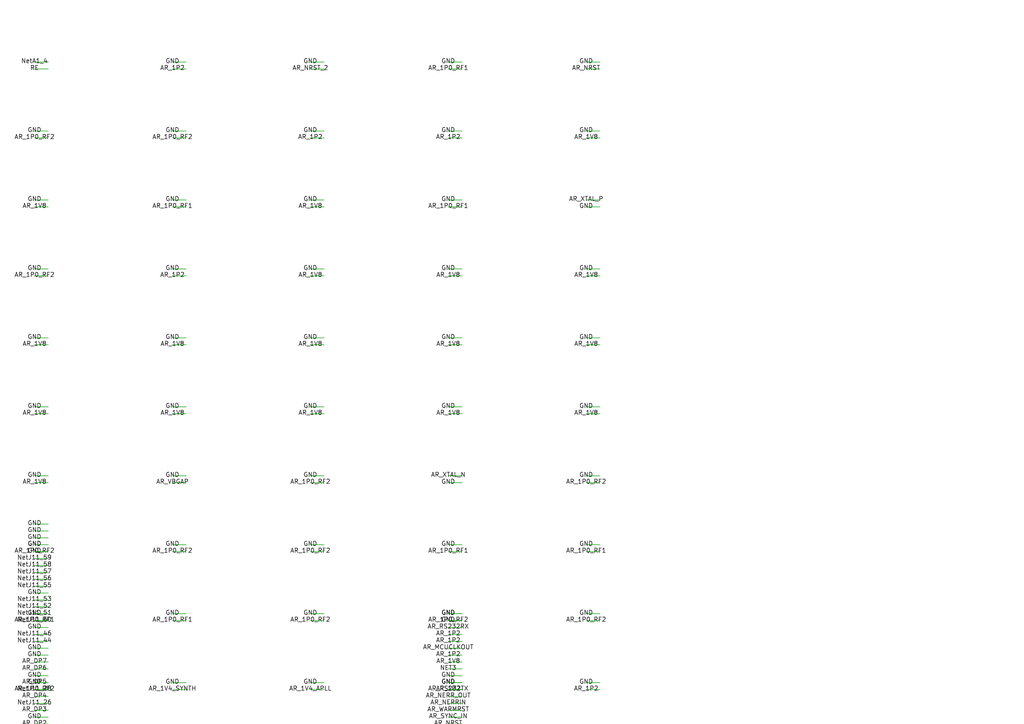
<source format=kicad_sch>
(kicad_sch
  (version 20231120)
  (generator "open_mmwave")
  (generator_version "8.0")
  (uuid "98b902cb-0a2b-4b9b-9032-73ab479f56cf")
  (paper "A4")

  (symbol
    (lib_id "open_mmwave:ANTENNA")
    (at 20 20 0)
    (uuid "6f2d4e0d-c3b6-4bf4-bf7b-0815079dce23")
    (property "Reference" "A1"
      (at 20 18 0)
      (effects (font (size 1.27 1.27))))
    (property "Value" "A1"
      (at 20 22 0)
      (effects (font (size 1.27 1.27))))
    (property "Footprint" "open_mmwave:GENERIC"
      (at 20 24 0)
      (effects (font (size 1.27 1.27)) hide))
  )
  (wire
    (pts (xy 14 20) (xy 10 20))
    (uuid "e3b54303-2d99-4df6-9133-e9a12c12afae"))
  (label "RE"
    (at 10 20 0)
    (uuid "f5ed741c-fdb4-4fc4-b2c7-6bef859cca1c")
    (effects (font (size 1.27 1.27))))
  (wire
    (pts (xy 14 18) (xy 10 18))
    (uuid "3c5fb485-ede3-4b82-97a0-f6fec0373732"))
  (label "NetA1_4"
    (at 10 18 0)
    (uuid "9c1f9c2f-224a-4e52-915f-6f27788c2ee0")
    (effects (font (size 1.27 1.27))))
  (symbol
    (lib_id "open_mmwave:CAP")
    (at 60 20 0)
    (uuid "b8b0f43b-4ace-4578-b150-c8b6a1cea5f7")
    (property "Reference" "C103"
      (at 60 18 0)
      (effects (font (size 1.27 1.27))))
    (property "Value" "2.2uF"
      (at 60 22 0)
      (effects (font (size 1.27 1.27))))
    (property "Footprint" "open_mmwave:0201"
      (at 60 24 0)
      (effects (font (size 1.27 1.27)) hide))
  )
  (wire
    (pts (xy 54 20) (xy 50 20))
    (uuid "9d2fadc7-c66a-4364-bd3a-cc3b60d6f2d9"))
  (label "AR_1P2"
    (at 50 20 0)
    (uuid "1c17e2be-37d4-48d6-9b72-e3490c83a876")
    (effects (font (size 1.27 1.27))))
  (wire
    (pts (xy 54 18) (xy 50 18))
    (uuid "4d62624c-e89d-484a-b688-0a2ebc6b5cb3"))
  (label "GND"
    (at 50 18 0)
    (uuid "ebc47c5f-16ae-42de-b934-2be37cefff5d")
    (effects (font (size 1.27 1.27))))
  (symbol
    (lib_id "open_mmwave:CAP")
    (at 100 20 0)
    (uuid "c22b2a13-50ad-4f36-ae9f-71cc5febd3bd")
    (property "Reference" "C120"
      (at 100 18 0)
      (effects (font (size 1.27 1.27))))
    (property "Value" "0.1uF"
      (at 100 22 0)
      (effects (font (size 1.27 1.27))))
    (property "Footprint" "open_mmwave:0201"
      (at 100 24 0)
      (effects (font (size 1.27 1.27)) hide))
  )
  (wire
    (pts (xy 94 20) (xy 90 20))
    (uuid "e0eb1a54-52d2-4e5a-ba40-f64c5b8a69d4"))
  (label "AR_NRST_2"
    (at 90 20 0)
    (uuid "f10513bb-7619-4ae2-98f6-111a6bea410e")
    (effects (font (size 1.27 1.27))))
  (wire
    (pts (xy 94 18) (xy 90 18))
    (uuid "c079b367-1501-4a27-bddc-1801023405af"))
  (label "GND"
    (at 90 18 0)
    (uuid "a86da476-b5e3-4f7a-9227-053c000d87fd")
    (effects (font (size 1.27 1.27))))
  (symbol
    (lib_id "open_mmwave:CAP")
    (at 140 20 0)
    (uuid "20c9bad0-0261-43db-88e9-a90be3f4cf29")
    (property "Reference" "C124"
      (at 140 18 0)
      (effects (font (size 1.27 1.27))))
    (property "Value" "10uF"
      (at 140 22 0)
      (effects (font (size 1.27 1.27))))
    (property "Footprint" "open_mmwave:0805"
      (at 140 24 0)
      (effects (font (size 1.27 1.27)) hide))
  )
  (wire
    (pts (xy 134 20) (xy 130 20))
    (uuid "87d05458-046d-4fb0-8e4b-04a4d3c472c9"))
  (label "AR_1P0_RF1"
    (at 130 20 0)
    (uuid "6ad35d1c-7adc-485d-bb21-1ad00cc59fdb")
    (effects (font (size 1.27 1.27))))
  (wire
    (pts (xy 134 18) (xy 130 18))
    (uuid "05485f26-d3b8-49e6-9dfd-e41af39c1335"))
  (label "GND"
    (at 130 18 0)
    (uuid "c39dec63-1a01-42bb-8406-5c821a78c935")
    (effects (font (size 1.27 1.27))))
  (symbol
    (lib_id "open_mmwave:CAP")
    (at 180 20 0)
    (uuid "bbedff27-89ff-4308-9e7b-297ff536da28")
    (property "Reference" "C130"
      (at 180 18 0)
      (effects (font (size 1.27 1.27))))
    (property "Value" "0.1uF"
      (at 180 22 0)
      (effects (font (size 1.27 1.27))))
    (property "Footprint" "open_mmwave:0201"
      (at 180 24 0)
      (effects (font (size 1.27 1.27)) hide))
  )
  (wire
    (pts (xy 174 20) (xy 170 20))
    (uuid "9d29f8b6-8c74-4b1b-8467-efacd1832f22"))
  (label "AR_NRST"
    (at 170 20 0)
    (uuid "efb28fa1-3fc5-43c7-9574-fe73441d25c3")
    (effects (font (size 1.27 1.27))))
  (wire
    (pts (xy 174 18) (xy 170 18))
    (uuid "dbea8773-491b-4b77-a858-ef5671a0ec48"))
  (label "GND"
    (at 170 18 0)
    (uuid "79f64ed2-6176-4b1f-bc11-e1c4373e8954")
    (effects (font (size 1.27 1.27))))
  (symbol
    (lib_id "open_mmwave:CAP")
    (at 20 40 0)
    (uuid "9b146d45-eece-4931-95da-283e97b04bd6")
    (property "Reference" "C131"
      (at 20 38 0)
      (effects (font (size 1.27 1.27))))
    (property "Value" "22µF"
      (at 20 42 0)
      (effects (font (size 1.27 1.27))))
    (property "Footprint" "open_mmwave:0805"
      (at 20 44 0)
      (effects (font (size 1.27 1.27)) hide))
  )
  (wire
    (pts (xy 14 40) (xy 10 40))
    (uuid "93090488-b6c5-4a8e-bbad-9e254b81fcda"))
  (label "AR_1P0_RF2"
    (at 10 40 0)
    (uuid "ac754cd0-ba36-495d-b248-282ac3a0ad4f")
    (effects (font (size 1.27 1.27))))
  (wire
    (pts (xy 14 38) (xy 10 38))
    (uuid "a45fc9a5-e618-4a19-aef2-9a13db8e6eed"))
  (label "GND"
    (at 10 38 0)
    (uuid "68b81a2f-44b8-4d11-8d97-b12e84271850")
    (effects (font (size 1.27 1.27))))
  (symbol
    (lib_id "open_mmwave:CAP")
    (at 60 40 0)
    (uuid "c09ac344-1c10-46c7-95b6-83b7bb4f68d9")
    (property "Reference" "C132"
      (at 60 38 0)
      (effects (font (size 1.27 1.27))))
    (property "Value" "10uF"
      (at 60 42 0)
      (effects (font (size 1.27 1.27))))
    (property "Footprint" "open_mmwave:0805"
      (at 60 44 0)
      (effects (font (size 1.27 1.27)) hide))
  )
  (wire
    (pts (xy 54 40) (xy 50 40))
    (uuid "c6fac1ec-5d76-4ea2-8a09-da1c440a3f8a"))
  (label "AR_1P0_RF2"
    (at 50 40 0)
    (uuid "c9ce8ea0-98d4-415e-a6ae-a29c5c2666e0")
    (effects (font (size 1.27 1.27))))
  (wire
    (pts (xy 54 38) (xy 50 38))
    (uuid "cfff0f05-5941-4df6-8434-5811799b4c77"))
  (label "GND"
    (at 50 38 0)
    (uuid "6b42dc72-d329-4ef2-8cf8-cb3e6a7a7d49")
    (effects (font (size 1.27 1.27))))
  (symbol
    (lib_id "open_mmwave:CAP")
    (at 100 40 0)
    (uuid "eeef67e7-84da-4fe6-8241-cdf302aae79d")
    (property "Reference" "C133"
      (at 100 38 0)
      (effects (font (size 1.27 1.27))))
    (property "Value" "22µF"
      (at 100 42 0)
      (effects (font (size 1.27 1.27))))
    (property "Footprint" "open_mmwave:0805"
      (at 100 44 0)
      (effects (font (size 1.27 1.27)) hide))
  )
  (wire
    (pts (xy 94 40) (xy 90 40))
    (uuid "9a39f392-0b58-458e-b3a2-446be3f580cb"))
  (label "AR_1P2"
    (at 90 40 0)
    (uuid "79590f4d-8806-4059-a17f-69e209281dce")
    (effects (font (size 1.27 1.27))))
  (wire
    (pts (xy 94 38) (xy 90 38))
    (uuid "53ce3ddf-b769-424e-8c8b-9be5ae91fc32"))
  (label "GND"
    (at 90 38 0)
    (uuid "e1b0ba32-8ade-44b2-9c24-66d96a87bdc3")
    (effects (font (size 1.27 1.27))))
  (symbol
    (lib_id "open_mmwave:CAP")
    (at 140 40 0)
    (uuid "bd290fea-b867-4fea-87a6-bf70340c8fc2")
    (property "Reference" "C134"
      (at 140 38 0)
      (effects (font (size 1.27 1.27))))
    (property "Value" "10uF"
      (at 140 42 0)
      (effects (font (size 1.27 1.27))))
    (property "Footprint" "open_mmwave:0805"
      (at 140 44 0)
      (effects (font (size 1.27 1.27)) hide))
  )
  (wire
    (pts (xy 134 40) (xy 130 40))
    (uuid "425d550b-d403-4a1c-88c2-4c7ad6fc69c8"))
  (label "AR_1P2"
    (at 130 40 0)
    (uuid "e52915fd-c30d-4097-bb96-c354542bff72")
    (effects (font (size 1.27 1.27))))
  (wire
    (pts (xy 134 38) (xy 130 38))
    (uuid "0b14dbe2-16b2-4c1a-9f4a-df1200c2efa1"))
  (label "GND"
    (at 130 38 0)
    (uuid "214607ea-b1d0-4ac7-936f-3184ef7dac34")
    (effects (font (size 1.27 1.27))))
  (symbol
    (lib_id "open_mmwave:CAP")
    (at 180 40 0)
    (uuid "bfac47a1-bf35-4cfb-9ef9-6a3b92aa7d57")
    (property "Reference" "C135"
      (at 180 38 0)
      (effects (font (size 1.27 1.27))))
    (property "Value" "22µF"
      (at 180 42 0)
      (effects (font (size 1.27 1.27))))
    (property "Footprint" "open_mmwave:0805"
      (at 180 44 0)
      (effects (font (size 1.27 1.27)) hide))
  )
  (wire
    (pts (xy 174 40) (xy 170 40))
    (uuid "3cc6853b-3cbf-4326-b12b-7b26a91a6fc1"))
  (label "AR_1V8"
    (at 170 40 0)
    (uuid "9a61004c-38a7-4ff2-a05f-2a7f73e4c320")
    (effects (font (size 1.27 1.27))))
  (wire
    (pts (xy 174 38) (xy 170 38))
    (uuid "c908a499-1787-42df-b68b-0e89ea964372"))
  (label "GND"
    (at 170 38 0)
    (uuid "7e8b636e-b6a2-41d4-9a37-72269b5b2124")
    (effects (font (size 1.27 1.27))))
  (symbol
    (lib_id "open_mmwave:CAP")
    (at 20 60 0)
    (uuid "f2810ea6-e350-4a6e-911e-51f28688529c")
    (property "Reference" "C136"
      (at 20 58 0)
      (effects (font (size 1.27 1.27))))
    (property "Value" "10uF"
      (at 20 62 0)
      (effects (font (size 1.27 1.27))))
    (property "Footprint" "open_mmwave:0805"
      (at 20 64 0)
      (effects (font (size 1.27 1.27)) hide))
  )
  (wire
    (pts (xy 14 60) (xy 10 60))
    (uuid "32c2dacc-76d7-457f-8156-7dd1fda5eb85"))
  (label "AR_1V8"
    (at 10 60 0)
    (uuid "1e4004bc-f22b-4dc3-b986-f567cc358327")
    (effects (font (size 1.27 1.27))))
  (wire
    (pts (xy 14 58) (xy 10 58))
    (uuid "4e34c11a-6ff0-43b9-a836-1774ac6cb5fc"))
  (label "GND"
    (at 10 58 0)
    (uuid "8fa6fda6-131e-45e6-b996-c48e0531ee16")
    (effects (font (size 1.27 1.27))))
  (symbol
    (lib_id "open_mmwave:CAP")
    (at 60 60 0)
    (uuid "d4bf8771-cb3a-42ff-82ec-467e1c642a95")
    (property "Reference" "C137"
      (at 60 58 0)
      (effects (font (size 1.27 1.27))))
    (property "Value" "22µF"
      (at 60 62 0)
      (effects (font (size 1.27 1.27))))
    (property "Footprint" "open_mmwave:0805"
      (at 60 64 0)
      (effects (font (size 1.27 1.27)) hide))
  )
  (wire
    (pts (xy 54 60) (xy 50 60))
    (uuid "361fcfe4-0224-4f74-b579-b8e81463be1c"))
  (label "AR_1P0_RF1"
    (at 50 60 0)
    (uuid "964f8772-fee9-49de-8af8-bbd7b97f26e7")
    (effects (font (size 1.27 1.27))))
  (wire
    (pts (xy 54 58) (xy 50 58))
    (uuid "bcbb267e-5ac0-4f04-89bc-199e266dcd29"))
  (label "GND"
    (at 50 58 0)
    (uuid "e2cc7478-0d2a-4a9e-bfe7-99ededdae7e0")
    (effects (font (size 1.27 1.27))))
  (symbol
    (lib_id "open_mmwave:CAP")
    (at 100 60 0)
    (uuid "3a0a40e0-137b-4e47-9dcb-2c9eda8480cd")
    (property "Reference" "C138"
      (at 100 58 0)
      (effects (font (size 1.27 1.27))))
    (property "Value" "22µF"
      (at 100 62 0)
      (effects (font (size 1.27 1.27))))
    (property "Footprint" "open_mmwave:0805"
      (at 100 64 0)
      (effects (font (size 1.27 1.27)) hide))
  )
  (wire
    (pts (xy 94 60) (xy 90 60))
    (uuid "e06defa1-0087-4db2-87e1-3cc0febd59c7"))
  (label "AR_1V8"
    (at 90 60 0)
    (uuid "e2bc7d3d-2e77-4ca5-a552-8906c47d47a2")
    (effects (font (size 1.27 1.27))))
  (wire
    (pts (xy 94 58) (xy 90 58))
    (uuid "aa9477af-f302-443e-8d09-60ac87d6a008"))
  (label "GND"
    (at 90 58 0)
    (uuid "a8b64303-048f-403b-98ef-2b5fc7a0c85b")
    (effects (font (size 1.27 1.27))))
  (symbol
    (lib_id "open_mmwave:CAP")
    (at 140 60 0)
    (uuid "92af9b68-d768-4626-b1f7-e85c94680236")
    (property "Reference" "C139"
      (at 140 58 0)
      (effects (font (size 1.27 1.27))))
    (property "Value" "22µF"
      (at 140 62 0)
      (effects (font (size 1.27 1.27))))
    (property "Footprint" "open_mmwave:0805"
      (at 140 64 0)
      (effects (font (size 1.27 1.27)) hide))
  )
  (wire
    (pts (xy 134 60) (xy 130 60))
    (uuid "4f2b8468-db68-4456-a330-000fc5da896d"))
  (label "AR_1P0_RF1"
    (at 130 60 0)
    (uuid "3bef65f2-587e-4afb-9fb1-42ded5f7cd6f")
    (effects (font (size 1.27 1.27))))
  (wire
    (pts (xy 134 58) (xy 130 58))
    (uuid "3257f36b-29ec-4eb6-b6cb-26ee2fff52db"))
  (label "GND"
    (at 130 58 0)
    (uuid "542c3e1d-52f3-400a-b0e7-c9510b5e0720")
    (effects (font (size 1.27 1.27))))
  (symbol
    (lib_id "open_mmwave:CAP")
    (at 180 60 0)
    (uuid "8b18b95d-33dc-4483-8ae8-dbd7ecafe808")
    (property "Reference" "C14"
      (at 180 58 0)
      (effects (font (size 1.27 1.27))))
    (property "Value" "4.7pF"
      (at 180 62 0)
      (effects (font (size 1.27 1.27))))
    (property "Footprint" "open_mmwave:0201"
      (at 180 64 0)
      (effects (font (size 1.27 1.27)) hide))
  )
  (wire
    (pts (xy 174 60) (xy 170 60))
    (uuid "045da6fe-1b07-43d0-a615-543a7df8ad92"))
  (label "GND"
    (at 170 60 0)
    (uuid "5b4b966f-64e7-4fd0-8ae0-d0af4df565e9")
    (effects (font (size 1.27 1.27))))
  (wire
    (pts (xy 174 58) (xy 170 58))
    (uuid "29746fcd-f362-4db7-87af-06a1519ed405"))
  (label "AR_XTAL_P"
    (at 170 58 0)
    (uuid "c5f27f23-d57e-4780-bebf-61c677d6aba2")
    (effects (font (size 1.27 1.27))))
  (symbol
    (lib_id "open_mmwave:CAP")
    (at 20 80 0)
    (uuid "25c9bcff-3a64-49e0-9063-c9ecb7919121")
    (property "Reference" "C140"
      (at 20 78 0)
      (effects (font (size 1.27 1.27))))
    (property "Value" "22µF"
      (at 20 82 0)
      (effects (font (size 1.27 1.27))))
    (property "Footprint" "open_mmwave:0805"
      (at 20 84 0)
      (effects (font (size 1.27 1.27)) hide))
  )
  (wire
    (pts (xy 14 80) (xy 10 80))
    (uuid "63cb7198-a1f7-46ee-a91c-053295506c2b"))
  (label "AR_1P0_RF2"
    (at 10 80 0)
    (uuid "7268e85b-f2eb-4930-90ba-7211e975847d")
    (effects (font (size 1.27 1.27))))
  (wire
    (pts (xy 14 78) (xy 10 78))
    (uuid "8a2140d4-3ad8-4eab-b30f-af50439a48ec"))
  (label "GND"
    (at 10 78 0)
    (uuid "50149795-7a36-4ddd-885c-3edc47b62cdc")
    (effects (font (size 1.27 1.27))))
  (symbol
    (lib_id "open_mmwave:CAP")
    (at 60 80 0)
    (uuid "8fac710e-bfce-488f-bd99-e8651d685c8a")
    (property "Reference" "C141"
      (at 60 78 0)
      (effects (font (size 1.27 1.27))))
    (property "Value" "22µF"
      (at 60 82 0)
      (effects (font (size 1.27 1.27))))
    (property "Footprint" "open_mmwave:0805"
      (at 60 84 0)
      (effects (font (size 1.27 1.27)) hide))
  )
  (wire
    (pts (xy 54 80) (xy 50 80))
    (uuid "3fd834ad-9549-476d-93c7-8cc3ee11bca9"))
  (label "AR_1P2"
    (at 50 80 0)
    (uuid "b9f365e3-b6f2-4396-8bee-5ab620e2884c")
    (effects (font (size 1.27 1.27))))
  (wire
    (pts (xy 54 78) (xy 50 78))
    (uuid "571e823b-320f-4834-8ac7-719b70640d36"))
  (label "GND"
    (at 50 78 0)
    (uuid "0e689f4e-b512-4182-8cf0-f8eac422ed6e")
    (effects (font (size 1.27 1.27))))
  (symbol
    (lib_id "open_mmwave:CAP")
    (at 100 80 0)
    (uuid "1f8450ad-208a-4ce6-91d7-bcc92952aedf")
    (property "Reference" "C55"
      (at 100 78 0)
      (effects (font (size 1.27 1.27))))
    (property "Value" "10uF"
      (at 100 82 0)
      (effects (font (size 1.27 1.27))))
    (property "Footprint" "open_mmwave:0402"
      (at 100 84 0)
      (effects (font (size 1.27 1.27)) hide))
  )
  (wire
    (pts (xy 94 80) (xy 90 80))
    (uuid "c1dd5a1c-86de-48fb-89d9-f4aab0f809fb"))
  (label "AR_1V8"
    (at 90 80 0)
    (uuid "744d5b7a-b173-4674-bb66-10fc2f7788ff")
    (effects (font (size 1.27 1.27))))
  (wire
    (pts (xy 94 78) (xy 90 78))
    (uuid "80b1f216-fc9c-460f-ae24-17156aa4dce6"))
  (label "GND"
    (at 90 78 0)
    (uuid "8ef3d81a-bd23-4c94-bb7a-868e72157e62")
    (effects (font (size 1.27 1.27))))
  (symbol
    (lib_id "open_mmwave:CAP")
    (at 140 80 0)
    (uuid "db2cd878-7285-4064-9813-e3f5aa528878")
    (property "Reference" "C56"
      (at 140 78 0)
      (effects (font (size 1.27 1.27))))
    (property "Value" "0.22uF"
      (at 140 82 0)
      (effects (font (size 1.27 1.27))))
    (property "Footprint" "open_mmwave:0201"
      (at 140 84 0)
      (effects (font (size 1.27 1.27)) hide))
  )
  (wire
    (pts (xy 134 80) (xy 130 80))
    (uuid "458f6e45-6551-44d0-8490-711255af3a22"))
  (label "AR_1V8"
    (at 130 80 0)
    (uuid "10bd0bda-c2fb-4526-8a15-a8756bcbe362")
    (effects (font (size 1.27 1.27))))
  (wire
    (pts (xy 134 78) (xy 130 78))
    (uuid "649486eb-a1ac-452c-a884-c375abc3fe24"))
  (label "GND"
    (at 130 78 0)
    (uuid "9bad4b30-0d06-40e4-9686-db090ea23257")
    (effects (font (size 1.27 1.27))))
  (symbol
    (lib_id "open_mmwave:CAP")
    (at 180 80 0)
    (uuid "c482b835-0a98-472c-aecb-9eb6ec9656f4")
    (property "Reference" "C57"
      (at 180 78 0)
      (effects (font (size 1.27 1.27))))
    (property "Value" "0.22uF"
      (at 180 82 0)
      (effects (font (size 1.27 1.27))))
    (property "Footprint" "open_mmwave:0201"
      (at 180 84 0)
      (effects (font (size 1.27 1.27)) hide))
  )
  (wire
    (pts (xy 174 80) (xy 170 80))
    (uuid "0586fc20-838c-4e97-9dbf-1c3c207cf34f"))
  (label "AR_1V8"
    (at 170 80 0)
    (uuid "776fa848-f02c-4d28-bbcb-880ace84f6d6")
    (effects (font (size 1.27 1.27))))
  (wire
    (pts (xy 174 78) (xy 170 78))
    (uuid "e503afab-2533-4c11-9ade-bbf28b32c916"))
  (label "GND"
    (at 170 78 0)
    (uuid "0efe5bd8-67d8-46a2-8449-37059deabc73")
    (effects (font (size 1.27 1.27))))
  (symbol
    (lib_id "open_mmwave:CAP")
    (at 20 100 0)
    (uuid "acf3fd3e-ca94-4964-afd4-a602b32b1814")
    (property "Reference" "C58"
      (at 20 98 0)
      (effects (font (size 1.27 1.27))))
    (property "Value" "0.22uF"
      (at 20 102 0)
      (effects (font (size 1.27 1.27))))
    (property "Footprint" "open_mmwave:0201"
      (at 20 104 0)
      (effects (font (size 1.27 1.27)) hide))
  )
  (wire
    (pts (xy 14 100) (xy 10 100))
    (uuid "431cf9ac-aa6e-411b-a804-3efcdf056bf9"))
  (label "AR_1V8"
    (at 10 100 0)
    (uuid "249d8f25-6f7e-4066-b27d-1b446ad043e0")
    (effects (font (size 1.27 1.27))))
  (wire
    (pts (xy 14 98) (xy 10 98))
    (uuid "4f79ea73-b992-4459-9ff3-da4aaf376ded"))
  (label "GND"
    (at 10 98 0)
    (uuid "0248d6a5-e17f-4280-a5d7-d30fdca9ad34")
    (effects (font (size 1.27 1.27))))
  (symbol
    (lib_id "open_mmwave:CAP")
    (at 60 100 0)
    (uuid "8b185d74-9e30-4913-b308-54718ae41be4")
    (property "Reference" "C59"
      (at 60 98 0)
      (effects (font (size 1.27 1.27))))
    (property "Value" "10uF"
      (at 60 102 0)
      (effects (font (size 1.27 1.27))))
    (property "Footprint" "open_mmwave:0402"
      (at 60 104 0)
      (effects (font (size 1.27 1.27)) hide))
  )
  (wire
    (pts (xy 54 100) (xy 50 100))
    (uuid "cd3cd1bd-80dc-4c85-87f4-772f63c4a46d"))
  (label "AR_1V8"
    (at 50 100 0)
    (uuid "8aeb6836-5285-4b3a-a9c6-a64c6f4376ad")
    (effects (font (size 1.27 1.27))))
  (wire
    (pts (xy 54 98) (xy 50 98))
    (uuid "6d71a0f9-e7c9-4642-a36d-c14ef1e57eb0"))
  (label "GND"
    (at 50 98 0)
    (uuid "75407408-732f-49a7-b6e4-32890aec07b4")
    (effects (font (size 1.27 1.27))))
  (symbol
    (lib_id "open_mmwave:CAP")
    (at 100 100 0)
    (uuid "44e5f9a4-27b8-477e-a6bf-476311ae528d")
    (property "Reference" "C60"
      (at 100 98 0)
      (effects (font (size 1.27 1.27))))
    (property "Value" "0.22uF"
      (at 100 102 0)
      (effects (font (size 1.27 1.27))))
    (property "Footprint" "open_mmwave:0201"
      (at 100 104 0)
      (effects (font (size 1.27 1.27)) hide))
  )
  (wire
    (pts (xy 94 100) (xy 90 100))
    (uuid "7190bf8c-c74c-4698-9015-34791e734a93"))
  (label "AR_1V8"
    (at 90 100 0)
    (uuid "13f7071d-7af5-40dd-b868-4c5ef38b85f9")
    (effects (font (size 1.27 1.27))))
  (wire
    (pts (xy 94 98) (xy 90 98))
    (uuid "f0f02af1-4166-46e2-afa6-1b30647af628"))
  (label "GND"
    (at 90 98 0)
    (uuid "c39a7d79-4eec-4355-acf6-1f2633c78156")
    (effects (font (size 1.27 1.27))))
  (symbol
    (lib_id "open_mmwave:CAP")
    (at 140 100 0)
    (uuid "7ed89bc6-afc8-4eff-8d4d-74e62e2114bf")
    (property "Reference" "C61"
      (at 140 98 0)
      (effects (font (size 1.27 1.27))))
    (property "Value" "0.22uF"
      (at 140 102 0)
      (effects (font (size 1.27 1.27))))
    (property "Footprint" "open_mmwave:0201"
      (at 140 104 0)
      (effects (font (size 1.27 1.27)) hide))
  )
  (wire
    (pts (xy 134 100) (xy 130 100))
    (uuid "7d7a59a6-e861-41e1-ad06-fa9fa9eca614"))
  (label "AR_1V8"
    (at 130 100 0)
    (uuid "048750dd-bb33-444e-bea0-bef292ffb867")
    (effects (font (size 1.27 1.27))))
  (wire
    (pts (xy 134 98) (xy 130 98))
    (uuid "500f7ebb-805a-46f8-9e38-e5b3b17997c4"))
  (label "GND"
    (at 130 98 0)
    (uuid "b247232a-fcb9-42bd-abc2-7746ae9f3c1c")
    (effects (font (size 1.27 1.27))))
  (symbol
    (lib_id "open_mmwave:CAP")
    (at 180 100 0)
    (uuid "8fbf36d2-cd9a-41fb-8781-68f9b5f143bc")
    (property "Reference" "C62"
      (at 180 98 0)
      (effects (font (size 1.27 1.27))))
    (property "Value" "10uF"
      (at 180 102 0)
      (effects (font (size 1.27 1.27))))
    (property "Footprint" "open_mmwave:0402"
      (at 180 104 0)
      (effects (font (size 1.27 1.27)) hide))
  )
  (wire
    (pts (xy 174 100) (xy 170 100))
    (uuid "53edd3e5-72e5-481a-a0ba-ce7d8a107318"))
  (label "AR_1V8"
    (at 170 100 0)
    (uuid "1ff5d4e6-5bf1-4300-a831-2049807e68b7")
    (effects (font (size 1.27 1.27))))
  (wire
    (pts (xy 174 98) (xy 170 98))
    (uuid "d355ae49-a377-4e6d-a962-5168ca829145"))
  (label "GND"
    (at 170 98 0)
    (uuid "c606acf7-8eab-49e1-8259-7e9d53f03cd1")
    (effects (font (size 1.27 1.27))))
  (symbol
    (lib_id "open_mmwave:CAP")
    (at 20 120 0)
    (uuid "4d4827d4-5e43-4591-b449-a279f66e41cb")
    (property "Reference" "C63"
      (at 20 118 0)
      (effects (font (size 1.27 1.27))))
    (property "Value" "0.22uF"
      (at 20 122 0)
      (effects (font (size 1.27 1.27))))
    (property "Footprint" "open_mmwave:0201"
      (at 20 124 0)
      (effects (font (size 1.27 1.27)) hide))
  )
  (wire
    (pts (xy 14 120) (xy 10 120))
    (uuid "9cf30684-f879-46ea-9856-a71917857673"))
  (label "AR_1V8"
    (at 10 120 0)
    (uuid "7678aa84-7763-4cff-86c8-9383031e1f99")
    (effects (font (size 1.27 1.27))))
  (wire
    (pts (xy 14 118) (xy 10 118))
    (uuid "306d7586-0403-4b60-a26e-0dedfef08fd7"))
  (label "GND"
    (at 10 118 0)
    (uuid "b5c65eb3-43d6-4645-93ef-4773e0973f08")
    (effects (font (size 1.27 1.27))))
  (symbol
    (lib_id "open_mmwave:CAP")
    (at 60 120 0)
    (uuid "75e5fdc4-392b-43b0-a56f-e4dd010e2054")
    (property "Reference" "C64"
      (at 60 118 0)
      (effects (font (size 1.27 1.27))))
    (property "Value" "0.22uF"
      (at 60 122 0)
      (effects (font (size 1.27 1.27))))
    (property "Footprint" "open_mmwave:0201"
      (at 60 124 0)
      (effects (font (size 1.27 1.27)) hide))
  )
  (wire
    (pts (xy 54 120) (xy 50 120))
    (uuid "2594d306-a768-4b4f-8daa-450f3f37b753"))
  (label "AR_1V8"
    (at 50 120 0)
    (uuid "fc32581b-8f30-44cb-928b-0a6951613356")
    (effects (font (size 1.27 1.27))))
  (wire
    (pts (xy 54 118) (xy 50 118))
    (uuid "94046666-341c-4430-8725-75c95ccf2d2b"))
  (label "GND"
    (at 50 118 0)
    (uuid "6ef68379-e0d0-43f5-8b4f-dbda55b203c0")
    (effects (font (size 1.27 1.27))))
  (symbol
    (lib_id "open_mmwave:CAP")
    (at 100 120 0)
    (uuid "efb75c31-1eaa-4a00-8326-f926c6a20789")
    (property "Reference" "C65"
      (at 100 118 0)
      (effects (font (size 1.27 1.27))))
    (property "Value" "10uF"
      (at 100 122 0)
      (effects (font (size 1.27 1.27))))
    (property "Footprint" "open_mmwave:0402"
      (at 100 124 0)
      (effects (font (size 1.27 1.27)) hide))
  )
  (wire
    (pts (xy 94 120) (xy 90 120))
    (uuid "6242cfe1-2065-42c5-b559-d633287f0a2d"))
  (label "AR_1V8"
    (at 90 120 0)
    (uuid "9d669fb8-12a0-4c6c-95e6-66be063b5cc3")
    (effects (font (size 1.27 1.27))))
  (wire
    (pts (xy 94 118) (xy 90 118))
    (uuid "bb7284d5-008f-4492-be8f-bffe8ce0b76c"))
  (label "GND"
    (at 90 118 0)
    (uuid "3d4d7923-1c7c-442d-99b8-f446539488b9")
    (effects (font (size 1.27 1.27))))
  (symbol
    (lib_id "open_mmwave:CAP")
    (at 140 120 0)
    (uuid "3dc76c97-4521-4e2f-9e79-c667b72a3a67")
    (property "Reference" "C66"
      (at 140 118 0)
      (effects (font (size 1.27 1.27))))
    (property "Value" "0.22uF"
      (at 140 122 0)
      (effects (font (size 1.27 1.27))))
    (property "Footprint" "open_mmwave:0201"
      (at 140 124 0)
      (effects (font (size 1.27 1.27)) hide))
  )
  (wire
    (pts (xy 134 120) (xy 130 120))
    (uuid "7e450e50-4ac9-4766-b33b-774cc5da3fba"))
  (label "AR_1V8"
    (at 130 120 0)
    (uuid "944cda01-97b8-45c3-887d-e64f4e130055")
    (effects (font (size 1.27 1.27))))
  (wire
    (pts (xy 134 118) (xy 130 118))
    (uuid "36984dfd-5769-416c-8c71-f2d6d9fe80ff"))
  (label "GND"
    (at 130 118 0)
    (uuid "84694d1a-ec7f-4061-89f6-39acb59fd560")
    (effects (font (size 1.27 1.27))))
  (symbol
    (lib_id "open_mmwave:CAP")
    (at 180 120 0)
    (uuid "74aaeea5-6419-41d0-bdb9-b4b6243704c0")
    (property "Reference" "C67"
      (at 180 118 0)
      (effects (font (size 1.27 1.27))))
    (property "Value" "0.22uF"
      (at 180 122 0)
      (effects (font (size 1.27 1.27))))
    (property "Footprint" "open_mmwave:0201"
      (at 180 124 0)
      (effects (font (size 1.27 1.27)) hide))
  )
  (wire
    (pts (xy 174 120) (xy 170 120))
    (uuid "83da7086-ea7f-43fa-a12b-61a1b86c6356"))
  (label "AR_1V8"
    (at 170 120 0)
    (uuid "1cc08f4d-4131-492d-8b34-5ac123241b3c")
    (effects (font (size 1.27 1.27))))
  (wire
    (pts (xy 174 118) (xy 170 118))
    (uuid "d53165d3-c8a4-4ef5-8ab3-e21f1e31f5e5"))
  (label "GND"
    (at 170 118 0)
    (uuid "2bcb1d3a-40f8-46da-8deb-be0955e52414")
    (effects (font (size 1.27 1.27))))
  (symbol
    (lib_id "open_mmwave:CAP")
    (at 20 140 0)
    (uuid "5c6a3b63-47cf-48d0-b597-d2d4d3b7b467")
    (property "Reference" "C68"
      (at 20 138 0)
      (effects (font (size 1.27 1.27))))
    (property "Value" "0.22uF"
      (at 20 142 0)
      (effects (font (size 1.27 1.27))))
    (property "Footprint" "open_mmwave:0201"
      (at 20 144 0)
      (effects (font (size 1.27 1.27)) hide))
  )
  (wire
    (pts (xy 14 140) (xy 10 140))
    (uuid "0f89d1e4-1896-4b1d-b2ef-6982e38c68a4"))
  (label "AR_1V8"
    (at 10 140 0)
    (uuid "5c4ce15e-0645-4da5-88c8-dd1111231608")
    (effects (font (size 1.27 1.27))))
  (wire
    (pts (xy 14 138) (xy 10 138))
    (uuid "650c7427-e28c-4a8c-963c-175ca672a309"))
  (label "GND"
    (at 10 138 0)
    (uuid "de28433c-5448-48a6-a4de-af259193f325")
    (effects (font (size 1.27 1.27))))
  (symbol
    (lib_id "open_mmwave:CAP")
    (at 60 140 0)
    (uuid "b449bc00-e185-4bcd-8492-c569984d7010")
    (property "Reference" "C69"
      (at 60 138 0)
      (effects (font (size 1.27 1.27))))
    (property "Value" "0.047uF"
      (at 60 142 0)
      (effects (font (size 1.27 1.27))))
    (property "Footprint" "open_mmwave:0201"
      (at 60 144 0)
      (effects (font (size 1.27 1.27)) hide))
  )
  (wire
    (pts (xy 54 140) (xy 50 140))
    (uuid "bc7d02a1-916d-4669-ad1d-061a21a99b35"))
  (label "AR_VBGAP"
    (at 50 140 0)
    (uuid "aa863b75-ef8d-48f6-a5e4-1ca4f8586c83")
    (effects (font (size 1.27 1.27))))
  (wire
    (pts (xy 54 138) (xy 50 138))
    (uuid "6490cac6-30b0-43eb-8521-19fa8debefae"))
  (label "GND"
    (at 50 138 0)
    (uuid "c9a5fda8-45de-4498-ad64-dc47b1c02e2a")
    (effects (font (size 1.27 1.27))))
  (symbol
    (lib_id "open_mmwave:CAP")
    (at 100 140 0)
    (uuid "02e8cf66-90d8-4be3-8644-11a5eb4d2de7")
    (property "Reference" "C70"
      (at 100 138 0)
      (effects (font (size 1.27 1.27))))
    (property "Value" "10uF"
      (at 100 142 0)
      (effects (font (size 1.27 1.27))))
    (property "Footprint" "open_mmwave:0402"
      (at 100 144 0)
      (effects (font (size 1.27 1.27)) hide))
  )
  (wire
    (pts (xy 94 140) (xy 90 140))
    (uuid "3fa8da18-ec2e-4a4c-b811-219d14df8b55"))
  (label "AR_1P0_RF2"
    (at 90 140 0)
    (uuid "5af42981-2e2b-4af5-9311-62dc8b3765a6")
    (effects (font (size 1.27 1.27))))
  (wire
    (pts (xy 94 138) (xy 90 138))
    (uuid "d2ff94ba-caca-4c32-adf0-721a6728d400"))
  (label "GND"
    (at 90 138 0)
    (uuid "cee4686d-39a7-4600-acf0-b3ea2a97b6a5")
    (effects (font (size 1.27 1.27))))
  (symbol
    (lib_id "open_mmwave:CAP")
    (at 140 140 0)
    (uuid "a3bb30cd-4563-417a-9db5-723c77e20e0e")
    (property "Reference" "C71"
      (at 140 138 0)
      (effects (font (size 1.27 1.27))))
    (property "Value" "4.7pF"
      (at 140 142 0)
      (effects (font (size 1.27 1.27))))
    (property "Footprint" "open_mmwave:0201"
      (at 140 144 0)
      (effects (font (size 1.27 1.27)) hide))
  )
  (wire
    (pts (xy 134 140) (xy 130 140))
    (uuid "52086857-9de5-418b-897d-fd1aa9741dea"))
  (label "GND"
    (at 130 140 0)
    (uuid "c2270722-98bd-4390-aeab-d163c5115554")
    (effects (font (size 1.27 1.27))))
  (wire
    (pts (xy 134 138) (xy 130 138))
    (uuid "3f178865-34de-453e-98a2-aeb705d3959c"))
  (label "AR_XTAL_N"
    (at 130 138 0)
    (uuid "62686bfe-75d6-45fe-8d8c-d2e9882092b8")
    (effects (font (size 1.27 1.27))))
  (symbol
    (lib_id "open_mmwave:CAP")
    (at 180 140 0)
    (uuid "e6ebc521-41ad-4e7f-8f65-f5e77a86f5f2")
    (property "Reference" "C73"
      (at 180 138 0)
      (effects (font (size 1.27 1.27))))
    (property "Value" "10uF"
      (at 180 142 0)
      (effects (font (size 1.27 1.27))))
    (property "Footprint" "open_mmwave:0402"
      (at 180 144 0)
      (effects (font (size 1.27 1.27)) hide))
  )
  (wire
    (pts (xy 174 140) (xy 170 140))
    (uuid "83d16b0c-cf4a-457a-a27e-0a5aaa6e6348"))
  (label "AR_1P0_RF2"
    (at 170 140 0)
    (uuid "2b532dbd-f6dc-4d6b-a06f-55efa147cf71")
    (effects (font (size 1.27 1.27))))
  (wire
    (pts (xy 174 138) (xy 170 138))
    (uuid "7edff20f-d923-4710-ab43-557dea74f315"))
  (label "GND"
    (at 170 138 0)
    (uuid "c89dfdf9-c48b-44f4-832c-87fd50ebcaf0")
    (effects (font (size 1.27 1.27))))
  (symbol
    (lib_id "open_mmwave:CAP")
    (at 20 160 0)
    (uuid "fb115d91-c1a5-4d10-9244-12454d517dca")
    (property "Reference" "C74"
      (at 20 158 0)
      (effects (font (size 1.27 1.27))))
    (property "Value" "2.2uF"
      (at 20 162 0)
      (effects (font (size 1.27 1.27))))
    (property "Footprint" "open_mmwave:0201"
      (at 20 164 0)
      (effects (font (size 1.27 1.27)) hide))
  )
  (wire
    (pts (xy 14 160) (xy 10 160))
    (uuid "7d21ebe3-0c88-44bd-956b-526d94d37fb7"))
  (label "AR_1P0_RF2"
    (at 10 160 0)
    (uuid "16071f63-154a-45cb-8ee7-f297bd93b80e")
    (effects (font (size 1.27 1.27))))
  (wire
    (pts (xy 14 158) (xy 10 158))
    (uuid "36ebc25f-f9ca-4140-b237-229127e8a71e"))
  (label "GND"
    (at 10 158 0)
    (uuid "7b57203d-ac08-4808-ba11-6f363c75c9c6")
    (effects (font (size 1.27 1.27))))
  (symbol
    (lib_id "open_mmwave:CAP")
    (at 60 160 0)
    (uuid "4128cf9c-39e3-4c37-889b-a5e0e86e03e6")
    (property "Reference" "C75"
      (at 60 158 0)
      (effects (font (size 1.27 1.27))))
    (property "Value" "0.22uF"
      (at 60 162 0)
      (effects (font (size 1.27 1.27))))
    (property "Footprint" "open_mmwave:0201"
      (at 60 164 0)
      (effects (font (size 1.27 1.27)) hide))
  )
  (wire
    (pts (xy 54 160) (xy 50 160))
    (uuid "41b36eea-666e-43ad-b443-2ff5d7a0011d"))
  (label "AR_1P0_RF2"
    (at 50 160 0)
    (uuid "12f7171f-c3c8-46fc-8966-ad276f2b887c")
    (effects (font (size 1.27 1.27))))
  (wire
    (pts (xy 54 158) (xy 50 158))
    (uuid "2d729f6d-0b6f-481b-ba45-2812c0c81b7c"))
  (label "GND"
    (at 50 158 0)
    (uuid "e6980e4f-24a0-4a0c-9646-6c5bbf50422a")
    (effects (font (size 1.27 1.27))))
  (symbol
    (lib_id "open_mmwave:CAP")
    (at 100 160 0)
    (uuid "af869ce4-3e75-4a76-8bf4-4282541431dc")
    (property "Reference" "C76"
      (at 100 158 0)
      (effects (font (size 1.27 1.27))))
    (property "Value" "0.22uF"
      (at 100 162 0)
      (effects (font (size 1.27 1.27))))
    (property "Footprint" "open_mmwave:0201"
      (at 100 164 0)
      (effects (font (size 1.27 1.27)) hide))
  )
  (wire
    (pts (xy 94 160) (xy 90 160))
    (uuid "90d67cfe-b0c3-4a44-b241-126d2d3ebfca"))
  (label "AR_1P0_RF2"
    (at 90 160 0)
    (uuid "2a6330e4-e41c-4d9e-98e9-b648ec4912c6")
    (effects (font (size 1.27 1.27))))
  (wire
    (pts (xy 94 158) (xy 90 158))
    (uuid "df016825-95c9-4cdf-a678-a0d5b00d98ab"))
  (label "GND"
    (at 90 158 0)
    (uuid "30ac33e5-8a2b-4ad7-91b8-65ba750eb1bc")
    (effects (font (size 1.27 1.27))))
  (symbol
    (lib_id "open_mmwave:CAP")
    (at 140 160 0)
    (uuid "c13d8369-857d-416d-8a60-2831ead45542")
    (property "Reference" "C78"
      (at 140 158 0)
      (effects (font (size 1.27 1.27))))
    (property "Value" "10uF"
      (at 140 162 0)
      (effects (font (size 1.27 1.27))))
    (property "Footprint" "open_mmwave:0402"
      (at 140 164 0)
      (effects (font (size 1.27 1.27)) hide))
  )
  (wire
    (pts (xy 134 160) (xy 130 160))
    (uuid "1f625e06-6a9e-4723-b219-c54a045c25e6"))
  (label "AR_1P0_RF1"
    (at 130 160 0)
    (uuid "789e568c-63ed-4083-ad54-696017e98752")
    (effects (font (size 1.27 1.27))))
  (wire
    (pts (xy 134 158) (xy 130 158))
    (uuid "ecbe9b8b-c947-46fc-b2e5-8238e46ca03c"))
  (label "GND"
    (at 130 158 0)
    (uuid "68b011d1-9455-4551-b549-6a3b167189d8")
    (effects (font (size 1.27 1.27))))
  (symbol
    (lib_id "open_mmwave:CAP")
    (at 180 160 0)
    (uuid "ce20bdb8-f42d-4066-8d8f-c4f46822462a")
    (property "Reference" "C79"
      (at 180 158 0)
      (effects (font (size 1.27 1.27))))
    (property "Value" "2.2uF"
      (at 180 162 0)
      (effects (font (size 1.27 1.27))))
    (property "Footprint" "open_mmwave:0201"
      (at 180 164 0)
      (effects (font (size 1.27 1.27)) hide))
  )
  (wire
    (pts (xy 174 160) (xy 170 160))
    (uuid "823aebcf-a6ed-4c57-bb75-653980d452da"))
  (label "AR_1P0_RF1"
    (at 170 160 0)
    (uuid "3455d4c0-4a43-4729-80d9-0a1e4d606975")
    (effects (font (size 1.27 1.27))))
  (wire
    (pts (xy 174 158) (xy 170 158))
    (uuid "9cbe1a44-5bfa-4dfd-987f-ceebf7f3b187"))
  (label "GND"
    (at 170 158 0)
    (uuid "2c5e89ae-1cda-46f3-83bb-5dbc691b80c1")
    (effects (font (size 1.27 1.27))))
  (symbol
    (lib_id "open_mmwave:CAP")
    (at 20 180 0)
    (uuid "4ccdcd85-8dbd-4888-8b5d-dc460840916f")
    (property "Reference" "C80"
      (at 20 178 0)
      (effects (font (size 1.27 1.27))))
    (property "Value" "0.22uF"
      (at 20 182 0)
      (effects (font (size 1.27 1.27))))
    (property "Footprint" "open_mmwave:0201"
      (at 20 184 0)
      (effects (font (size 1.27 1.27)) hide))
  )
  (wire
    (pts (xy 14 180) (xy 10 180))
    (uuid "d584f61b-1ca6-4e3e-8106-999a07fd6942"))
  (label "AR_1P0_RF1"
    (at 10 180 0)
    (uuid "6627aa76-1b88-428c-8d43-80306d01a2c0")
    (effects (font (size 1.27 1.27))))
  (wire
    (pts (xy 14 178) (xy 10 178))
    (uuid "81763359-edbd-4342-a4e1-0611593ca9d3"))
  (label "GND"
    (at 10 178 0)
    (uuid "f5926a87-c254-46cd-a150-a0c1cbf9fe23")
    (effects (font (size 1.27 1.27))))
  (symbol
    (lib_id "open_mmwave:CAP")
    (at 60 180 0)
    (uuid "7b3d18f9-e61f-4331-94b0-388f6b22989c")
    (property "Reference" "C81"
      (at 60 178 0)
      (effects (font (size 1.27 1.27))))
    (property "Value" "0.22uF"
      (at 60 182 0)
      (effects (font (size 1.27 1.27))))
    (property "Footprint" "open_mmwave:0201"
      (at 60 184 0)
      (effects (font (size 1.27 1.27)) hide))
  )
  (wire
    (pts (xy 54 180) (xy 50 180))
    (uuid "3bfdd74a-49cf-4175-bacb-92c623cb888d"))
  (label "AR_1P0_RF1"
    (at 50 180 0)
    (uuid "6740b0cd-495b-4c92-9383-a58fba218ac6")
    (effects (font (size 1.27 1.27))))
  (wire
    (pts (xy 54 178) (xy 50 178))
    (uuid "e5f45fa6-a544-49a4-bd74-35b6de3247db"))
  (label "GND"
    (at 50 178 0)
    (uuid "074cee8b-c331-4f62-9270-ec03a0873704")
    (effects (font (size 1.27 1.27))))
  (symbol
    (lib_id "open_mmwave:CAP")
    (at 100 180 0)
    (uuid "ef8797dc-ad3e-484a-874f-e495d8f88cee")
    (property "Reference" "C82"
      (at 100 178 0)
      (effects (font (size 1.27 1.27))))
    (property "Value" "10uF"
      (at 100 182 0)
      (effects (font (size 1.27 1.27))))
    (property "Footprint" "open_mmwave:0402"
      (at 100 184 0)
      (effects (font (size 1.27 1.27)) hide))
  )
  (wire
    (pts (xy 94 180) (xy 90 180))
    (uuid "81369edf-3aeb-464e-899f-03f0c8a3cf40"))
  (label "AR_1P0_RF2"
    (at 90 180 0)
    (uuid "f10db89c-2af3-423d-bce6-825fb9106f50")
    (effects (font (size 1.27 1.27))))
  (wire
    (pts (xy 94 178) (xy 90 178))
    (uuid "84466585-b23d-47e2-8dac-78a9991d3d50"))
  (label "GND"
    (at 90 178 0)
    (uuid "34e3718f-8ee6-4ada-9ea5-9870f94290aa")
    (effects (font (size 1.27 1.27))))
  (symbol
    (lib_id "open_mmwave:CAP")
    (at 140 180 0)
    (uuid "fede6e94-0492-4edc-94f5-485ff062ed00")
    (property "Reference" "C83"
      (at 140 178 0)
      (effects (font (size 1.27 1.27))))
    (property "Value" "2.2uF"
      (at 140 182 0)
      (effects (font (size 1.27 1.27))))
    (property "Footprint" "open_mmwave:0201"
      (at 140 184 0)
      (effects (font (size 1.27 1.27)) hide))
  )
  (wire
    (pts (xy 134 180) (xy 130 180))
    (uuid "b0064ec9-34a4-4b6f-bca8-1e5aaddc82d2"))
  (label "AR_1P0_RF2"
    (at 130 180 0)
    (uuid "c7ada1e0-3fe9-4ab7-8167-e99673818d97")
    (effects (font (size 1.27 1.27))))
  (wire
    (pts (xy 134 178) (xy 130 178))
    (uuid "bb42ae1d-8c48-4b9d-af11-05885bee05e0"))
  (label "GND"
    (at 130 178 0)
    (uuid "957d83e9-a3ca-4860-a9a6-bb6b531f6237")
    (effects (font (size 1.27 1.27))))
  (symbol
    (lib_id "open_mmwave:CAP")
    (at 180 180 0)
    (uuid "c79bb629-4d89-43dd-8684-96bec70503f3")
    (property "Reference" "C84"
      (at 180 178 0)
      (effects (font (size 1.27 1.27))))
    (property "Value" "0.22uF"
      (at 180 182 0)
      (effects (font (size 1.27 1.27))))
    (property "Footprint" "open_mmwave:0201"
      (at 180 184 0)
      (effects (font (size 1.27 1.27)) hide))
  )
  (wire
    (pts (xy 174 180) (xy 170 180))
    (uuid "37499f20-1f9e-412a-940e-4aee6559db13"))
  (label "AR_1P0_RF2"
    (at 170 180 0)
    (uuid "db91f40f-e3a1-41a2-bea5-7d87cbddb970")
    (effects (font (size 1.27 1.27))))
  (wire
    (pts (xy 174 178) (xy 170 178))
    (uuid "7e0c3e98-af8d-4d34-821f-abc8e79331e3"))
  (label "GND"
    (at 170 178 0)
    (uuid "836fc5d7-8869-4ff6-b218-222375684fa4")
    (effects (font (size 1.27 1.27))))
  (symbol
    (lib_id "open_mmwave:CAP")
    (at 20 200 0)
    (uuid "323dcdfa-6b3a-4b21-80ae-c00f3552d677")
    (property "Reference" "C85"
      (at 20 198 0)
      (effects (font (size 1.27 1.27))))
    (property "Value" "0.22uF"
      (at 20 202 0)
      (effects (font (size 1.27 1.27))))
    (property "Footprint" "open_mmwave:0201"
      (at 20 204 0)
      (effects (font (size 1.27 1.27)) hide))
  )
  (wire
    (pts (xy 14 200) (xy 10 200))
    (uuid "d87bb8e8-34ad-4960-b14f-d6d52cbc9422"))
  (label "AR_1P0_RF2"
    (at 10 200 0)
    (uuid "8d42f152-68c9-4b13-acda-86acf2a7e4e0")
    (effects (font (size 1.27 1.27))))
  (wire
    (pts (xy 14 198) (xy 10 198))
    (uuid "b4193724-9569-464d-9ca5-fd121966b5b3"))
  (label "GND"
    (at 10 198 0)
    (uuid "6168c3cd-ff44-4a4d-8a82-34baee2164fa")
    (effects (font (size 1.27 1.27))))
  (symbol
    (lib_id "open_mmwave:CAP")
    (at 60 200 0)
    (uuid "3dcb8062-e70d-4b4f-a673-22e41d159a45")
    (property "Reference" "C89"
      (at 60 198 0)
      (effects (font (size 1.27 1.27))))
    (property "Value" "1uF"
      (at 60 202 0)
      (effects (font (size 1.27 1.27))))
    (property "Footprint" "open_mmwave:0402"
      (at 60 204 0)
      (effects (font (size 1.27 1.27)) hide))
  )
  (wire
    (pts (xy 54 200) (xy 50 200))
    (uuid "f0d07952-63cd-46be-98af-34f9da35c166"))
  (label "AR_1V4_SYNTH"
    (at 50 200 0)
    (uuid "86dbec93-4350-4174-b78c-c27ed6ade42a")
    (effects (font (size 1.27 1.27))))
  (wire
    (pts (xy 54 198) (xy 50 198))
    (uuid "2cf550bb-9bc6-46ed-9af9-68926552d547"))
  (label "GND"
    (at 50 198 0)
    (uuid "2dd54dab-74a7-45b6-96ed-fdd16af93aee")
    (effects (font (size 1.27 1.27))))
  (symbol
    (lib_id "open_mmwave:CAP")
    (at 100 200 0)
    (uuid "e397a27a-65cd-4dd3-af06-ea3b3f96b3d5")
    (property "Reference" "C90"
      (at 100 198 0)
      (effects (font (size 1.27 1.27))))
    (property "Value" "1uF"
      (at 100 202 0)
      (effects (font (size 1.27 1.27))))
    (property "Footprint" "open_mmwave:0402"
      (at 100 204 0)
      (effects (font (size 1.27 1.27)) hide))
  )
  (wire
    (pts (xy 94 200) (xy 90 200))
    (uuid "e192b3e5-634a-4b9d-861f-74366960f22b"))
  (label "AR_1V4_APLL"
    (at 90 200 0)
    (uuid "b49898bc-703c-44cb-a05f-eddec36b99ac")
    (effects (font (size 1.27 1.27))))
  (wire
    (pts (xy 94 198) (xy 90 198))
    (uuid "797c3603-5efd-4052-bbe3-40df97cf1309"))
  (label "GND"
    (at 90 198 0)
    (uuid "ab4c443e-ec80-4a39-a183-f95d9adb8fdc")
    (effects (font (size 1.27 1.27))))
  (symbol
    (lib_id "open_mmwave:CAP")
    (at 140 200 0)
    (uuid "182789bf-c700-47f9-b6ba-6febc7fa87dd")
    (property "Reference" "C91"
      (at 140 198 0)
      (effects (font (size 1.27 1.27))))
    (property "Value" "0.1uF"
      (at 140 202 0)
      (effects (font (size 1.27 1.27))))
    (property "Footprint" "open_mmwave:0201"
      (at 140 204 0)
      (effects (font (size 1.27 1.27)) hide))
  )
  (wire
    (pts (xy 134 200) (xy 130 200))
    (uuid "6e925c73-48bb-47aa-abe1-49567aa791f5"))
  (label "AR_1P2"
    (at 130 200 0)
    (uuid "9782784e-ac46-4978-a48d-aad1f8737415")
    (effects (font (size 1.27 1.27))))
  (wire
    (pts (xy 134 198) (xy 130 198))
    (uuid "e1714531-91af-4a71-82e3-bb9c490a4155"))
  (label "GND"
    (at 130 198 0)
    (uuid "1cbc6bdf-8ed6-4237-943d-e2b89cd1b4f1")
    (effects (font (size 1.27 1.27))))
  (symbol
    (lib_id "open_mmwave:CAP")
    (at 180 200 0)
    (uuid "3dc07ba3-b72e-4bb1-adff-445910d7f0b7")
    (property "Reference" "C92"
      (at 180 198 0)
      (effects (font (size 1.27 1.27))))
    (property "Value" "0.1uF"
      (at 180 202 0)
      (effects (font (size 1.27 1.27))))
    (property "Footprint" "open_mmwave:0201"
      (at 180 204 0)
      (effects (font (size 1.27 1.27)) hide))
  )
  (wire
    (pts (xy 174 200) (xy 170 200))
    (uuid "1be33517-3020-4cb0-be1d-8d6dbfc5d53f"))
  (label "AR_1P2"
    (at 170 200 0)
    (uuid "14d57064-910c-4e98-b412-71c1d7c63a7b")
    (effects (font (size 1.27 1.27))))
  (wire
    (pts (xy 174 198) (xy 170 198))
    (uuid "adc36ace-de05-4010-b86b-275a64c59af6"))
  (label "GND"
    (at 170 198 0)
    (uuid "e15be7b7-2241-4ae9-92bf-eee16856db53")
    (effects (font (size 1.27 1.27))))
  (symbol
    (lib_id "open_mmwave:CAP")
    (at 20 220 0)
    (uuid "620d8924-5dba-4b40-89a6-a211a06fd945")
    (property "Reference" "C94"
      (at 20 218 0)
      (effects (font (size 1.27 1.27))))
    (property "Value" "0.22uF"
      (at 20 222 0)
      (effects (font (size 1.27 1.27))))
    (property "Footprint" "open_mmwave:0201"
      (at 20 224 0)
      (effects (font (size 1.27 1.27)) hide))
  )
  (wire
    (pts (xy 14 220) (xy 10 220))
    (uuid "309c3916-7178-4a50-9438-31b16b3aca8e"))
  (label "AR_1P2"
    (at 10 220 0)
    (uuid "e3cef416-41f7-412e-b56e-35885c541c20")
    (effects (font (size 1.27 1.27))))
  (wire
    (pts (xy 14 218) (xy 10 218))
    (uuid "a5254567-24d0-445a-a4f5-57b99d8ca5bd"))
  (label "GND"
    (at 10 218 0)
    (uuid "74cfd6e0-dc0c-440a-be8b-e1af84aabf79")
    (effects (font (size 1.27 1.27))))
  (symbol
    (lib_id "open_mmwave:CAP")
    (at 60 220 0)
    (uuid "c54b2b3e-3571-4692-8a47-9490dd01cfdb")
    (property "Reference" "C95"
      (at 60 218 0)
      (effects (font (size 1.27 1.27))))
    (property "Value" "0.22uF"
      (at 60 222 0)
      (effects (font (size 1.27 1.27))))
    (property "Footprint" "open_mmwave:0201"
      (at 60 224 0)
      (effects (font (size 1.27 1.27)) hide))
  )
  (wire
    (pts (xy 54 220) (xy 50 220))
    (uuid "03721085-50e1-4457-9965-346497dec980"))
  (label "AR_1P2"
    (at 50 220 0)
    (uuid "da5c41d5-ecdf-486d-a384-b9d3a17fcad0")
    (effects (font (size 1.27 1.27))))
  (wire
    (pts (xy 54 218) (xy 50 218))
    (uuid "fbb8c3ef-d3e6-4bb5-b713-6e67349b4a25"))
  (label "GND"
    (at 50 218 0)
    (uuid "4b55213d-d879-4c87-b0ab-5607feb9e1ef")
    (effects (font (size 1.27 1.27))))
  (symbol
    (lib_id "open_mmwave:CAP")
    (at 100 220 0)
    (uuid "0a5d5c62-1180-4b10-80ee-9ceb37c0d8a7")
    (property "Reference" "C96"
      (at 100 218 0)
      (effects (font (size 1.27 1.27))))
    (property "Value" "0.22uF"
      (at 100 222 0)
      (effects (font (size 1.27 1.27))))
    (property "Footprint" "open_mmwave:0201"
      (at 100 224 0)
      (effects (font (size 1.27 1.27)) hide))
  )
  (wire
    (pts (xy 94 220) (xy 90 220))
    (uuid "0ddbcaa6-3f73-43ce-a8d6-d8142f699bf2"))
  (label "AR_1P2"
    (at 90 220 0)
    (uuid "d0fefd4c-7bb1-40b7-8969-986fd79dd6b8")
    (effects (font (size 1.27 1.27))))
  (wire
    (pts (xy 94 218) (xy 90 218))
    (uuid "29ed8246-6a63-4a7f-bd12-0df80e3ee29a"))
  (label "GND"
    (at 90 218 0)
    (uuid "a4b05766-7d5c-4032-8004-1d4b69714622")
    (effects (font (size 1.27 1.27))))
  (symbol
    (lib_id "open_mmwave:CAP")
    (at 140 220 0)
    (uuid "128146ea-4d93-4b7b-a333-d5be189d886a")
    (property "Reference" "C97"
      (at 140 218 0)
      (effects (font (size 1.27 1.27))))
    (property "Value" "0.22uF"
      (at 140 222 0)
      (effects (font (size 1.27 1.27))))
    (property "Footprint" "open_mmwave:0201"
      (at 140 224 0)
      (effects (font (size 1.27 1.27)) hide))
  )
  (wire
    (pts (xy 134 220) (xy 130 220))
    (uuid "22c3c7b3-3365-4cd9-9075-165af79740e5"))
  (label "AR_1P2"
    (at 130 220 0)
    (uuid "3180794e-64e4-41f1-9690-17797b5450ca")
    (effects (font (size 1.27 1.27))))
  (wire
    (pts (xy 134 218) (xy 130 218))
    (uuid "1e6e898d-934a-4065-b9ac-f01dd9185115"))
  (label "GND"
    (at 130 218 0)
    (uuid "d38a0061-baf6-492d-9975-c9ad94ddfd59")
    (effects (font (size 1.27 1.27))))
  (symbol
    (lib_id "open_mmwave:CAP")
    (at 180 220 0)
    (uuid "783d8b75-2d01-4042-b5ed-2297b3a372f8")
    (property "Reference" "C98"
      (at 180 218 0)
      (effects (font (size 1.27 1.27))))
    (property "Value" "0.22uF"
      (at 180 222 0)
      (effects (font (size 1.27 1.27))))
    (property "Footprint" "open_mmwave:0201"
      (at 180 224 0)
      (effects (font (size 1.27 1.27)) hide))
  )
  (wire
    (pts (xy 174 220) (xy 170 220))
    (uuid "b12dd833-ea12-4c53-8424-7ebe25c823b8"))
  (label "AR_1P2"
    (at 170 220 0)
    (uuid "63cd317c-d87c-40ee-b067-f88cfb020286")
    (effects (font (size 1.27 1.27))))
  (wire
    (pts (xy 174 218) (xy 170 218))
    (uuid "274a5717-0751-4ea8-9b42-680d63f03b12"))
  (label "GND"
    (at 170 218 0)
    (uuid "9165bc9a-a724-4964-8f35-c1eb11ebbbf6")
    (effects (font (size 1.27 1.27))))
  (symbol
    (lib_id "open_mmwave:CONN_45")
    (at 20 240 0)
    (uuid "b9360ad4-71ad-476d-b465-4213e39e3c42")
    (property "Reference" "J11"
      (at 20 238 0)
      (effects (font (size 1.27 1.27))))
    (property "Value" "J11"
      (at 20 242 0)
      (effects (font (size 1.27 1.27))))
    (property "Footprint" "open_mmwave:CONN"
      (at 20 244 0)
      (effects (font (size 1.27 1.27)) hide))
  )
  (wire
    (pts (xy 14 240) (xy 10 240))
    (uuid "76509f4b-81aa-4445-97a2-f92025fe05ee"))
  (label "NetFL4_1"
    (at 10 240 0)
    (uuid "0eb727a4-fe4d-40cc-8999-612a90647b91")
    (effects (font (size 1.27 1.27))))
  (wire
    (pts (xy 14 238) (xy 10 238))
    (uuid "d0d557f7-cec7-43d6-823e-d35691c439f4"))
  (label "NetFL4_1"
    (at 10 238 0)
    (uuid "30d0caaf-7c0e-43d0-9d93-f749a0283f32")
    (effects (font (size 1.27 1.27))))
  (wire
    (pts (xy 14 236) (xy 10 236))
    (uuid "65df435c-ce91-4a9a-ba52-1bd7cb137c21"))
  (label "NetFL4_1"
    (at 10 236 0)
    (uuid "62c93a00-8d29-4514-9e52-9b48c50c16ea")
    (effects (font (size 1.27 1.27))))
  (wire
    (pts (xy 14 234) (xy 10 234))
    (uuid "a7d3bcb0-3506-47b1-adcc-5ab256979d1c"))
  (label "NetJ11_7"
    (at 10 234 0)
    (uuid "41b60e24-234d-4212-8295-6432e2a0c6d5")
    (effects (font (size 1.27 1.27))))
  (wire
    (pts (xy 14 232) (xy 10 232))
    (uuid "103bce51-6eb8-4d05-9cd8-ca3f727987f9"))
  (label "NetJ11_9"
    (at 10 232 0)
    (uuid "70f63436-f87d-4bc5-a7d2-b8af2a47714b")
    (effects (font (size 1.27 1.27))))
  (wire
    (pts (xy 14 230) (xy 10 230))
    (uuid "bcb16b39-f8d4-472e-8356-b64a05b0fc99"))
  (label "NetJ11_10"
    (at 10 230 0)
    (uuid "eb35e6b5-ace4-45ec-a1d2-f6154fce9ae6")
    (effects (font (size 1.27 1.27))))
  (wire
    (pts (xy 14 228) (xy 10 228))
    (uuid "3aeaf318-4e47-4d17-ba67-d9565a04e39a"))
  (label "NetJ11_11"
    (at 10 228 0)
    (uuid "b363fc7e-bd5e-4cb7-8179-839e57af0ace")
    (effects (font (size 1.27 1.27))))
  (wire
    (pts (xy 14 226) (xy 10 226))
    (uuid "93093077-ad40-4b9d-872b-31ee7138af5b"))
  (label "NetJ11_12"
    (at 10 226 0)
    (uuid "efd801df-5f87-4b1c-ba9e-d4b1dd68b822")
    (effects (font (size 1.27 1.27))))
  (wire
    (pts (xy 14 224) (xy 10 224))
    (uuid "f281d09e-165d-4411-a8ab-6d5bc25129b5"))
  (label "NetJ11_13"
    (at 10 224 0)
    (uuid "7c2ea935-c741-4b91-b788-f60ec411f05a")
    (effects (font (size 1.27 1.27))))
  (wire
    (pts (xy 14 222) (xy 10 222))
    (uuid "4538431c-195c-48f5-8be6-f7f52e9bd366"))
  (label "AR_DMM_CLK"
    (at 10 222 0)
    (uuid "09d4e03d-806c-470f-bb2f-8b39e401297e")
    (effects (font (size 1.27 1.27))))
  (wire
    (pts (xy 14 220) (xy 10 220))
    (uuid "fb1cff7a-99d6-4d3d-aec5-5456f8edea0f"))
  (label "NetJ11_16"
    (at 10 220 0)
    (uuid "a240a0a9-0277-4a64-90d6-61aadd793735")
    (effects (font (size 1.27 1.27))))
  (wire
    (pts (xy 14 218) (xy 10 218))
    (uuid "22adb1d2-8677-449e-a740-4ec03617af85"))
  (label "AR_DMM_SYNC"
    (at 10 218 0)
    (uuid "1b1c1564-8c81-416e-8a2c-5b5804c1a969")
    (effects (font (size 1.27 1.27))))
  (wire
    (pts (xy 14 216) (xy 10 216))
    (uuid "9479f427-9ae5-4a9d-a680-6f64dde8f818"))
  (label "GND"
    (at 10 216 0)
    (uuid "eca87419-5724-45db-aa46-e1ff2d1d9aee")
    (effects (font (size 1.27 1.27))))
  (wire
    (pts (xy 14 214) (xy 10 214))
    (uuid "1ba3f04c-43c1-4db8-a9a8-ba720a2f7cd6"))
  (label "AR_DP0"
    (at 10 214 0)
    (uuid "e45664d0-0c08-4481-81d7-aa7332ff9518")
    (effects (font (size 1.27 1.27))))
  (wire
    (pts (xy 14 212) (xy 10 212))
    (uuid "6130d825-248b-41a8-9fad-e0da7355f7ce"))
  (label "AR_DP1"
    (at 10 212 0)
    (uuid "f65ffb2e-b24e-4696-97cc-bd5452f8c52a")
    (effects (font (size 1.27 1.27))))
  (wire
    (pts (xy 14 210) (xy 10 210))
    (uuid "c36606a9-5a39-4052-ba48-f7d44692f223"))
  (label "AR_DP2"
    (at 10 210 0)
    (uuid "1e717211-1c5f-49a8-9905-c03db9a9b08a")
    (effects (font (size 1.27 1.27))))
  (wire
    (pts (xy 14 208) (xy 10 208))
    (uuid "85c83698-1a97-43a0-9207-e87e191153bb"))
  (label "GND"
    (at 10 208 0)
    (uuid "5b845d8c-9c2e-45fb-bc7a-d4fd4904b1a8")
    (effects (font (size 1.27 1.27))))
  (wire
    (pts (xy 14 206) (xy 10 206))
    (uuid "1cc288ce-2fd2-461e-b5d9-b116aabd812b"))
  (label "AR_DP3"
    (at 10 206 0)
    (uuid "37d722dc-9bbd-424c-aab5-cd3c3e389f28")
    (effects (font (size 1.27 1.27))))
  (wire
    (pts (xy 14 204) (xy 10 204))
    (uuid "75fcac88-29dc-4755-8ce3-8b72fc826c83"))
  (label "NetJ11_26"
    (at 10 204 0)
    (uuid "9b0114e9-591f-4d86-9839-6c612e012546")
    (effects (font (size 1.27 1.27))))
  (wire
    (pts (xy 14 202) (xy 10 202))
    (uuid "69fa386a-2086-46f9-b956-211fdc53c907"))
  (label "AR_DP4"
    (at 10 202 0)
    (uuid "8f5c5760-cc8a-4f2e-ba44-37a84e338458")
    (effects (font (size 1.27 1.27))))
  (wire
    (pts (xy 14 200) (xy 10 200))
    (uuid "a514d687-bb0b-408a-b3da-7d9758e916de"))
  (label "NetJ11_28"
    (at 10 200 0)
    (uuid "809181c3-f646-4705-924d-544394eed0f0")
    (effects (font (size 1.27 1.27))))
  (wire
    (pts (xy 14 198) (xy 10 198))
    (uuid "f81dfece-2abd-4abf-9234-691b7fa2d920"))
  (label "AR_DP5"
    (at 10 198 0)
    (uuid "e5ea9498-0879-47d8-a883-e422ff2903b3")
    (effects (font (size 1.27 1.27))))
  (wire
    (pts (xy 14 196) (xy 10 196))
    (uuid "a00aabec-3d64-418b-ae67-5c7c10e3095c"))
  (label "GND"
    (at 10 196 0)
    (uuid "793782d7-2e24-451c-8ce0-d23253456fea")
    (effects (font (size 1.27 1.27))))
  (wire
    (pts (xy 14 194) (xy 10 194))
    (uuid "2327f85c-2e2c-46ee-a3ba-b01614e8197f"))
  (label "AR_DP6"
    (at 10 194 0)
    (uuid "a21f1fb1-27d5-48ef-887e-df3ac52bd9b6")
    (effects (font (size 1.27 1.27))))
  (wire
    (pts (xy 14 192) (xy 10 192))
    (uuid "a04cc326-1ab9-44ce-98c3-cf1f91b60d50"))
  (label "AR_DP7"
    (at 10 192 0)
    (uuid "59198b3f-f048-4139-8707-2e04e17cf48a")
    (effects (font (size 1.27 1.27))))
  (wire
    (pts (xy 14 190) (xy 10 190))
    (uuid "19c2b86e-afa9-40b1-99c2-32825dd681ac"))
  (label "GND"
    (at 10 190 0)
    (uuid "868ac607-9959-4bdd-a473-dc78294d4620")
    (effects (font (size 1.27 1.27))))
  (wire
    (pts (xy 14 188) (xy 10 188))
    (uuid "85ab3087-a2b9-4258-8c75-9d5967d17905"))
  (label "GND"
    (at 10 188 0)
    (uuid "c97b96db-73a2-4153-a4bd-ac76a4deec45")
    (effects (font (size 1.27 1.27))))
  (wire
    (pts (xy 14 186) (xy 10 186))
    (uuid "3808bb09-88ef-4015-a518-8a1eeec08bbd"))
  (label "NetJ11_44"
    (at 10 186 0)
    (uuid "0063c198-247d-4e96-98d5-6cd759745162")
    (effects (font (size 1.27 1.27))))
  (wire
    (pts (xy 14 184) (xy 10 184))
    (uuid "13c4365d-bfb1-4322-ad33-bd0209e8c698"))
  (label "NetJ11_46"
    (at 10 184 0)
    (uuid "c1c0f031-39bf-4e56-94bd-8487a33af4ca")
    (effects (font (size 1.27 1.27))))
  (wire
    (pts (xy 14 182) (xy 10 182))
    (uuid "75dfd63c-5f13-46d7-b631-0b1299b550bd"))
  (label "GND"
    (at 10 182 0)
    (uuid "0e020493-2e45-47c8-a694-bcd151ac2940")
    (effects (font (size 1.27 1.27))))
  (wire
    (pts (xy 14 180) (xy 10 180))
    (uuid "682f1125-8d3f-4749-bba3-a6c7efc72e8d"))
  (label "NetJ11_50"
    (at 10 180 0)
    (uuid "4175de3d-1ca7-4456-b294-0ab7199d2929")
    (effects (font (size 1.27 1.27))))
  (wire
    (pts (xy 14 178) (xy 10 178))
    (uuid "d0f503b4-f7f9-46bb-9dbe-1b666cc714d6"))
  (label "NetJ11_51"
    (at 10 178 0)
    (uuid "8ee22ea5-aa39-4d72-be70-97bd02d2a1c4")
    (effects (font (size 1.27 1.27))))
  (wire
    (pts (xy 14 176) (xy 10 176))
    (uuid "56d7c24c-8983-4b2e-9bf0-e3cc4040e362"))
  (label "NetJ11_52"
    (at 10 176 0)
    (uuid "47c7a58d-acea-4347-b3c8-80157f038d8d")
    (effects (font (size 1.27 1.27))))
  (wire
    (pts (xy 14 174) (xy 10 174))
    (uuid "941fa9f2-a168-4956-b970-682b18f9dafb"))
  (label "NetJ11_53"
    (at 10 174 0)
    (uuid "45f30981-6069-4fcd-b13a-684b7b5239f1")
    (effects (font (size 1.27 1.27))))
  (wire
    (pts (xy 14 172) (xy 10 172))
    (uuid "288770f9-97f3-4643-b993-c8fda9de6786"))
  (label "GND"
    (at 10 172 0)
    (uuid "7c909515-ed69-40ae-99d1-61f49413c3c9")
    (effects (font (size 1.27 1.27))))
  (wire
    (pts (xy 14 170) (xy 10 170))
    (uuid "81fc0b93-0c19-40d5-87bb-0f4affeaf074"))
  (label "NetJ11_55"
    (at 10 170 0)
    (uuid "9ee790b8-edd0-4c53-a611-a8b24df54e8d")
    (effects (font (size 1.27 1.27))))
  (wire
    (pts (xy 14 168) (xy 10 168))
    (uuid "d7501625-e675-4e3c-ab7d-003965fa8fff"))
  (label "NetJ11_56"
    (at 10 168 0)
    (uuid "3699981a-c4fe-4477-b318-9bfebea26098")
    (effects (font (size 1.27 1.27))))
  (wire
    (pts (xy 14 166) (xy 10 166))
    (uuid "93e349f6-9a48-49d7-85ac-2834d8f2046b"))
  (label "NetJ11_57"
    (at 10 166 0)
    (uuid "6490a8b3-de07-427e-8b09-7713a158d999")
    (effects (font (size 1.27 1.27))))
  (wire
    (pts (xy 14 164) (xy 10 164))
    (uuid "4da14d75-f9b0-4bf2-a0ad-e36a82de85bb"))
  (label "NetJ11_58"
    (at 10 164 0)
    (uuid "b68dbc2b-2dde-44b9-ab55-6fb39a450ee6")
    (effects (font (size 1.27 1.27))))
  (wire
    (pts (xy 14 162) (xy 10 162))
    (uuid "f468593a-eb48-4575-adc0-d9e4b1f68398"))
  (label "NetJ11_59"
    (at 10 162 0)
    (uuid "898fd1ba-790d-46fa-98f4-541ae307e8ca")
    (effects (font (size 1.27 1.27))))
  (wire
    (pts (xy 14 160) (xy 10 160))
    (uuid "3f0e0ffe-a4ae-4dd6-9e9c-2a82820873df"))
  (label "GND"
    (at 10 160 0)
    (uuid "d5a4ee51-3bdd-442a-91db-69b119c89593")
    (effects (font (size 1.27 1.27))))
  (wire
    (pts (xy 14 158) (xy 10 158))
    (uuid "a38437c1-1fd7-4491-b9b3-1b9e4dd91fe0"))
  (label "GND"
    (at 10 158 0)
    (uuid "4abb783a-ccff-41c5-90e5-ec99b5ae8742")
    (effects (font (size 1.27 1.27))))
  (wire
    (pts (xy 14 156) (xy 10 156))
    (uuid "e0dc49bd-bbfe-4876-a9ef-c28bd9477e70"))
  (label "GND"
    (at 10 156 0)
    (uuid "a6921eaa-764d-45a2-ab30-cdd2b7054201")
    (effects (font (size 1.27 1.27))))
  (wire
    (pts (xy 14 154) (xy 10 154))
    (uuid "f1907508-6a59-49cf-884d-e9063e8761ea"))
  (label "GND"
    (at 10 154 0)
    (uuid "83cad3ba-cea9-4b75-abbf-228b5a043227")
    (effects (font (size 1.27 1.27))))
  (wire
    (pts (xy 14 152) (xy 10 152))
    (uuid "85fb4748-1b7c-4fb9-986a-2b9f9235602b"))
  (label "GND"
    (at 10 152 0)
    (uuid "9df68b99-ac89-4c1a-9229-798e273afcf5")
    (effects (font (size 1.27 1.27))))
  (symbol
    (lib_id "open_mmwave:CONN_4")
    (at 60 240 0)
    (uuid "0ab6b2c9-5a53-40b0-aff1-ae2b1fffbeb0")
    (property "Reference" "J3"
      (at 60 238 0)
      (effects (font (size 1.27 1.27))))
    (property "Value" "J3"
      (at 60 242 0)
      (effects (font (size 1.27 1.27))))
    (property "Footprint" "open_mmwave:CONN"
      (at 60 244 0)
      (effects (font (size 1.27 1.27)) hide))
  )
  (wire
    (pts (xy 54 240) (xy 50 240))
    (uuid "34087250-56c7-498a-b414-48fe76a793f6"))
  (label "VCC_BA_3V3"
    (at 50 240 0)
    (uuid "30ab7d72-8952-4584-9061-79fd6933b5e5")
    (effects (font (size 1.27 1.27))))
  (wire
    (pts (xy 54 238) (xy 50 238))
    (uuid "c199cb5c-0204-480d-9129-00d04d43c9f7"))
  (label "AR_SCL"
    (at 50 238 0)
    (uuid "451dea4f-2564-4896-a948-c64f89191d30")
    (effects (font (size 1.27 1.27))))
  (wire
    (pts (xy 54 236) (xy 50 236))
    (uuid "562530e5-0a37-438c-9eeb-b5e9cce7d365"))
  (label "AR_SDA"
    (at 50 236 0)
    (uuid "d09eebe7-9d62-419b-a6da-b2c9d1c086f4")
    (effects (font (size 1.27 1.27))))
  (wire
    (pts (xy 54 234) (xy 50 234))
    (uuid "786c664f-69c6-4f23-b1f7-b671417f3b69"))
  (label "GND"
    (at 50 234 0)
    (uuid "26f0ad2b-4749-47e7-91a7-3aa8727d90b7")
    (effects (font (size 1.27 1.27))))
  (symbol
    (lib_id "open_mmwave:CONN_11")
    (at 100 240 0)
    (uuid "457a43d1-ffb2-42f0-a272-9ead7d96a9b1")
    (property "Reference" "J6"
      (at 100 238 0)
      (effects (font (size 1.27 1.27))))
    (property "Value" "J6"
      (at 100 242 0)
      (effects (font (size 1.27 1.27))))
    (property "Footprint" "open_mmwave:CONN"
      (at 100 244 0)
      (effects (font (size 1.27 1.27)) hide))
  )
  (wire
    (pts (xy 94 240) (xy 90 240))
    (uuid "024aa859-3713-400a-b4d1-82be293c9064"))
  (label "SPI_CLK1_T"
    (at 90 240 0)
    (uuid "a1a238e5-93ea-4a4f-a545-14115eb97add")
    (effects (font (size 1.27 1.27))))
  (wire
    (pts (xy 94 238) (xy 90 238))
    (uuid "0c2ea954-b421-455f-9714-b57a6a3334ad"))
  (label "SPI_MISO1_T"
    (at 90 238 0)
    (uuid "42babacd-bf7d-4310-9f92-32f413148c51")
    (effects (font (size 1.27 1.27))))
  (wire
    (pts (xy 94 236) (xy 90 236))
    (uuid "6762a251-cfa8-45e4-a515-bb862402118e"))
  (label "AR_CS1_LCD_T"
    (at 90 236 0)
    (uuid "2e19a1be-2055-438d-b0da-87c1b765fc1b")
    (effects (font (size 1.27 1.27))))
  (wire
    (pts (xy 94 234) (xy 90 234))
    (uuid "66b920f5-4ac4-42d8-bda8-c027a67e2518"))
  (label "DISP_T"
    (at 90 234 0)
    (uuid "0b9b5d23-6f4d-4c78-8773-67304fc60c4a")
    (effects (font (size 1.27 1.27))))
  (wire
    (pts (xy 94 232) (xy 90 232))
    (uuid "2c2ee00f-f782-40e4-9d70-32ce718456a2"))
  (label "3V0"
    (at 90 232 0)
    (uuid "bf5dfe40-4096-4c1b-9d77-b35d5aeafc5f")
    (effects (font (size 1.27 1.27))))
  (wire
    (pts (xy 94 230) (xy 90 230))
    (uuid "fbc03a20-78ed-4184-a4ae-e028c7ba830e"))
  (label "3V0"
    (at 90 230 0)
    (uuid "ec775f06-509d-4270-8daf-150346096618")
    (effects (font (size 1.27 1.27))))
  (wire
    (pts (xy 94 228) (xy 90 228))
    (uuid "e5970383-e203-45ef-947c-85804696fc94"))
  (label "GND"
    (at 90 228 0)
    (uuid "7928cc5c-b206-4777-8cfe-1abd5d8b235a")
    (effects (font (size 1.27 1.27))))
  (wire
    (pts (xy 94 226) (xy 90 226))
    (uuid "c7038fa3-de41-4519-aec2-fee715a1ed65"))
  (label "GND"
    (at 90 226 0)
    (uuid "c7efca4b-6e53-4972-bbb9-daef097dfe97")
    (effects (font (size 1.27 1.27))))
  (wire
    (pts (xy 94 224) (xy 90 224))
    (uuid "a6e0cbc1-7b55-48ab-8a3c-1d14cfbe07a9"))
  (label "GND"
    (at 90 224 0)
    (uuid "82ef91f4-985f-4220-83d1-693c9a40a14d")
    (effects (font (size 1.27 1.27))))
  (wire
    (pts (xy 94 222) (xy 90 222))
    (uuid "316667e5-c42e-4a27-8110-b991cd51505e"))
  (label "GND"
    (at 90 222 0)
    (uuid "63002082-d78c-4b6c-afb4-70dcdb751719")
    (effects (font (size 1.27 1.27))))
  (wire
    (pts (xy 94 220) (xy 90 220))
    (uuid "7b871bde-1c9b-4fbb-8c5d-8e1490bcc188"))
  (label "GND"
    (at 90 220 0)
    (uuid "e3065ba6-0dc1-4c8d-9694-6900536e9a23")
    (effects (font (size 1.27 1.27))))
  (symbol
    (lib_id "open_mmwave:IND")
    (at 140 240 0)
    (uuid "486236b3-6d49-4177-bcd9-7a328e0ec776")
    (property "Reference" "LD3"
      (at 140 238 0)
      (effects (font (size 1.27 1.27))))
    (property "Value" "LD3"
      (at 140 242 0)
      (effects (font (size 1.27 1.27))))
    (property "Footprint" "open_mmwave:GENERIC"
      (at 140 244 0)
      (effects (font (size 1.27 1.27)) hide))
  )
  (wire
    (pts (xy 134 240) (xy 130 240))
    (uuid "23cfd7f9-d9c1-42a2-b0fe-9c3d85e291da"))
  (label "AR_GPIO_2"
    (at 130 240 0)
    (uuid "da082b9a-e826-4367-9e7b-bf8ba4898886")
    (effects (font (size 1.27 1.27))))
  (wire
    (pts (xy 134 238) (xy 130 238))
    (uuid "c06c726d-a40e-49d2-8964-4c70db918b68"))
  (label "NetLD3_2"
    (at 130 238 0)
    (uuid "c7a2d138-6c49-41a4-8142-048e31429dac")
    (effects (font (size 1.27 1.27))))
  (symbol
    (lib_id "open_mmwave:RES")
    (at 180 240 0)
    (uuid "7411370c-80ee-4310-8132-0ef1bae72688")
    (property "Reference" "R101"
      (at 180 238 0)
      (effects (font (size 1.27 1.27))))
    (property "Value" "0R"
      (at 180 242 0)
      (effects (font (size 1.27 1.27))))
    (property "Footprint" "open_mmwave:0201"
      (at 180 244 0)
      (effects (font (size 1.27 1.27)) hide))
  )
  (wire
    (pts (xy 174 240) (xy 170 240))
    (uuid "2427349b-2aea-418c-a81c-de6640b3f623"))
  (label "NetR101_1"
    (at 170 240 0)
    (uuid "467d7872-9e56-48be-9c78-fbcec0b5ed98")
    (effects (font (size 1.27 1.27))))
  (wire
    (pts (xy 174 238) (xy 170 238))
    (uuid "f405fa29-bfe0-48ac-b1a0-a20362e6dc10"))
  (label "AR_SDA"
    (at 170 238 0)
    (uuid "da41d07e-756b-4878-8eec-25ceb2d316be")
    (effects (font (size 1.27 1.27))))
  (symbol
    (lib_id "open_mmwave:RES")
    (at 20 260 0)
    (uuid "09bc50e4-7464-4314-9c4f-19895ac52f36")
    (property "Reference" "R102"
      (at 20 258 0)
      (effects (font (size 1.27 1.27))))
    (property "Value" "0R"
      (at 20 262 0)
      (effects (font (size 1.27 1.27))))
    (property "Footprint" "open_mmwave:0201"
      (at 20 264 0)
      (effects (font (size 1.27 1.27)) hide))
  )
  (wire
    (pts (xy 14 260) (xy 10 260))
    (uuid "5daf0bf6-10a1-4ca4-918a-1c4c7184a4f7"))
  (label "AR_RS232RX_BT"
    (at 10 260 0)
    (uuid "e46217d6-54ce-40b9-ae42-bcc376b7926b")
    (effects (font (size 1.27 1.27))))
  (wire
    (pts (xy 14 258) (xy 10 258))
    (uuid "b8c00749-f111-4d03-8233-c2397e0687f0"))
  (label "BT_UART_TX"
    (at 10 258 0)
    (uuid "53554589-eac7-48ac-8e85-c4a7132b1ad0")
    (effects (font (size 1.27 1.27))))
  (symbol
    (lib_id "open_mmwave:RES")
    (at 60 260 0)
    (uuid "faf4256a-8643-43a6-8af6-b294de5433af")
    (property "Reference" "R105"
      (at 60 258 0)
      (effects (font (size 1.27 1.27))))
    (property "Value" "0R"
      (at 60 262 0)
      (effects (font (size 1.27 1.27))))
    (property "Footprint" "open_mmwave:0201"
      (at 60 264 0)
      (effects (font (size 1.27 1.27)) hide))
  )
  (wire
    (pts (xy 54 260) (xy 50 260))
    (uuid "fd1a54c8-d06b-4cf3-8d46-12520a25f4f2"))
  (label "NetR105_1"
    (at 50 260 0)
    (uuid "e757e6fe-a125-41ef-af02-b64795f2d331")
    (effects (font (size 1.27 1.27))))
  (wire
    (pts (xy 54 258) (xy 50 258))
    (uuid "2cad63ae-ebd1-48f8-bfb8-524cc32e2b3d"))
  (label "AR_CS1_BT"
    (at 50 258 0)
    (uuid "43b7d593-1b00-4e42-b2c6-28a35c892dc9")
    (effects (font (size 1.27 1.27))))
  (symbol
    (lib_id "open_mmwave:RES")
    (at 100 260 0)
    (uuid "6479e228-7e49-4609-a070-95e58bc9eb60")
    (property "Reference" "R106"
      (at 100 258 0)
      (effects (font (size 1.27 1.27))))
    (property "Value" "0R"
      (at 100 262 0)
      (effects (font (size 1.27 1.27))))
    (property "Footprint" "open_mmwave:0201"
      (at 100 264 0)
      (effects (font (size 1.27 1.27)) hide))
  )
  (wire
    (pts (xy 94 260) (xy 90 260))
    (uuid "e3f4cca5-5fd1-4f56-8497-17f142b535ae"))
  (label "NetR105_1"
    (at 90 260 0)
    (uuid "1d6995ed-74a4-4336-9772-86a876757443")
    (effects (font (size 1.27 1.27))))
  (wire
    (pts (xy 94 258) (xy 90 258))
    (uuid "ba998d17-3e6c-4e5d-8c49-eba2a94a1842"))
  (label "AR_CS1_LCD"
    (at 90 258 0)
    (uuid "f5967a54-3b39-490a-ac54-23fa930afb41")
    (effects (font (size 1.27 1.27))))
  (symbol
    (lib_id "open_mmwave:RES")
    (at 140 260 0)
    (uuid "dc2f6dc6-183a-401e-bc14-88830d6cc1c5")
    (property "Reference" "R108"
      (at 140 258 0)
      (effects (font (size 1.27 1.27))))
    (property "Value" "510"
      (at 140 262 0)
      (effects (font (size 1.27 1.27))))
    (property "Footprint" "open_mmwave:0201"
      (at 140 264 0)
      (effects (font (size 1.27 1.27)) hide))
  )
  (wire
    (pts (xy 134 260) (xy 130 260))
    (uuid "c6a44959-6bf4-4e10-8c75-f5e8e1245fa0"))
  (label "AR_NRST"
    (at 130 260 0)
    (uuid "7d5ed659-a0bc-4ba2-b76f-a947a8c85e6f")
    (effects (font (size 1.27 1.27))))
  (wire
    (pts (xy 134 258) (xy 130 258))
    (uuid "ee6f1bbd-e9b8-44fe-8d9b-d6cb2c37b6d5"))
  (label "NetQ1_1"
    (at 130 258 0)
    (uuid "7cbe2f6b-ac82-4f46-9cbf-95636173a91e")
    (effects (font (size 1.27 1.27))))
  (symbol
    (lib_id "open_mmwave:RES")
    (at 180 260 0)
    (uuid "385bbafa-f596-4554-83de-c0814edf88ce")
    (property "Reference" "R109"
      (at 180 258 0)
      (effects (font (size 1.27 1.27))))
    (property "Value" "0R"
      (at 180 262 0)
      (effects (font (size 1.27 1.27))))
    (property "Footprint" "open_mmwave:0201"
      (at 180 264 0)
      (effects (font (size 1.27 1.27)) hide))
  )
  (wire
    (pts (xy 174 260) (xy 170 260))
    (uuid "6b8ab726-d9f0-4cd6-b84f-2047720937c1"))
  (label "AR_XTAL_P"
    (at 170 260 0)
    (uuid "e2904c6f-be57-4458-921c-d40227be99fd")
    (effects (font (size 1.27 1.27))))
  (wire
    (pts (xy 174 258) (xy 170 258))
    (uuid "ea202d7a-5b94-4570-8aa5-ae44528ef986"))
  (label "NetJ9_1"
    (at 170 258 0)
    (uuid "a2446a52-726d-4f22-9dfe-99a5ccd3afb1")
    (effects (font (size 1.27 1.27))))
  (symbol
    (lib_id "open_mmwave:RES")
    (at 20 280 0)
    (uuid "6b3a5011-5ffe-4849-855b-219c076e4da9")
    (property "Reference" "R115"
      (at 20 278 0)
      (effects (font (size 1.27 1.27))))
    (property "Value" "0R"
      (at 20 282 0)
      (effects (font (size 1.27 1.27))))
    (property "Footprint" "open_mmwave:0201"
      (at 20 284 0)
      (effects (font (size 1.27 1.27)) hide))
  )
  (wire
    (pts (xy 14 280) (xy 10 280))
    (uuid "87e48084-327e-4363-a8cb-1852ef4045da"))
  (label "AR_GPIO_2"
    (at 10 280 0)
    (uuid "2dd35715-a6f6-4077-9464-a31c895d8a38")
    (effects (font (size 1.27 1.27))))
  (wire
    (pts (xy 14 278) (xy 10 278))
    (uuid "7b2607fc-37f5-4497-935d-55297310047f"))
  (label "NetR115_2"
    (at 10 278 0)
    (uuid "af21c009-44a5-4039-853b-e034e9b8d756")
    (effects (font (size 1.27 1.27))))
  (symbol
    (lib_id "open_mmwave:RES")
    (at 60 280 0)
    (uuid "aad8684d-41e5-4490-b22f-d6a8cfed7eb5")
    (property "Reference" "R121"
      (at 60 278 0)
      (effects (font (size 1.27 1.27))))
    (property "Value" "0R"
      (at 60 282 0)
      (effects (font (size 1.27 1.27))))
    (property "Footprint" "open_mmwave:0201"
      (at 60 284 0)
      (effects (font (size 1.27 1.27)) hide))
  )
  (wire
    (pts (xy 54 280) (xy 50 280))
    (uuid "a3bfdbe8-744b-40b3-a3e5-b827d584c8b9"))
  (label "NetR121_1"
    (at 50 280 0)
    (uuid "af768d8f-3d95-49e1-bbd9-01b2180f9da6")
    (effects (font (size 1.27 1.27))))
  (wire
    (pts (xy 54 278) (xy 50 278))
    (uuid "2e595297-75a5-4dd2-b92d-d1250936d43e"))
  (label "AR_MISO1"
    (at 50 278 0)
    (uuid "e42a1e56-b540-4376-976b-e2326b703be5")
    (effects (font (size 1.27 1.27))))
  (symbol
    (lib_id "open_mmwave:RES")
    (at 100 280 0)
    (uuid "135a966f-e556-4714-856b-3cca1e0f6fcd")
    (property "Reference" "R124"
      (at 100 278 0)
      (effects (font (size 1.27 1.27))))
    (property "Value" "10k"
      (at 100 282 0)
      (effects (font (size 1.27 1.27))))
    (property "Footprint" "open_mmwave:0201"
      (at 100 284 0)
      (effects (font (size 1.27 1.27)) hide))
  )
  (wire
    (pts (xy 94 280) (xy 90 280))
    (uuid "266ebc8d-a9af-4749-8030-ae2ebe46dccc"))
  (label "AR_NRST_2"
    (at 90 280 0)
    (uuid "96efece7-8131-4825-a39b-aa10ebc60ff1")
    (effects (font (size 1.27 1.27))))
  (wire
    (pts (xy 94 278) (xy 90 278))
    (uuid "496d5806-2784-4676-b3c0-be200e436fbe"))
  (label "VCC_BA_3V3"
    (at 90 278 0)
    (uuid "3d689174-39ef-4652-82ba-34218b6bcf96")
    (effects (font (size 1.27 1.27))))
  (symbol
    (lib_id "open_mmwave:RES")
    (at 140 280 0)
    (uuid "469a1a45-1ca1-4f42-be41-bb3a23c5da90")
    (property "Reference" "R128"
      (at 140 278 0)
      (effects (font (size 1.27 1.27))))
    (property "Value" "0R"
      (at 140 282 0)
      (effects (font (size 1.27 1.27))))
    (property "Footprint" "open_mmwave:0201"
      (at 140 284 0)
      (effects (font (size 1.27 1.27)) hide))
  )
  (wire
    (pts (xy 134 280) (xy 130 280))
    (uuid "5237c08f-2ab6-46e9-80b4-0146c355d17e"))
  (label "NetR128_1"
    (at 130 280 0)
    (uuid "bd43ac55-7a3a-47f3-be8e-c37b2ae62b3f")
    (effects (font (size 1.27 1.27))))
  (wire
    (pts (xy 134 278) (xy 130 278))
    (uuid "a400c53a-4dd6-4adc-af7b-8077ddbe7ba1"))
  (label "AR_MOSI1"
    (at 130 278 0)
    (uuid "0877e2a1-3475-4e8c-a49f-c1818c1e834f")
    (effects (font (size 1.27 1.27))))
  (symbol
    (lib_id "open_mmwave:RES")
    (at 180 280 0)
    (uuid "f4084b88-0b86-45d7-aae7-cab96ced1de4")
    (property "Reference" "R129"
      (at 180 278 0)
      (effects (font (size 1.27 1.27))))
    (property "Value" "0R"
      (at 180 282 0)
      (effects (font (size 1.27 1.27))))
    (property "Footprint" "open_mmwave:0201"
      (at 180 284 0)
      (effects (font (size 1.27 1.27)) hide))
  )
  (wire
    (pts (xy 174 280) (xy 170 280))
    (uuid "0a33c031-a4dc-44dd-99de-6e0539cde50e"))
  (label "NetR125_2"
    (at 170 280 0)
    (uuid "11ba32cc-d23d-4cd9-9eb6-63e1495ea876")
    (effects (font (size 1.27 1.27))))
  (wire
    (pts (xy 174 278) (xy 170 278))
    (uuid "3e47b6bb-c5ec-45f9-9875-f34ea56d333e"))
  (label "AR_GPIO_1"
    (at 170 278 0)
    (uuid "9412a440-763d-4fb2-b069-abebd66693b1")
    (effects (font (size 1.27 1.27))))
  (symbol
    (lib_id "open_mmwave:RES")
    (at 20 300 0)
    (uuid "1b6dd8ac-bf45-488c-ad1e-3c90e687bef5")
    (property "Reference" "R131"
      (at 20 298 0)
      (effects (font (size 1.27 1.27))))
    (property "Value" "0R"
      (at 20 302 0)
      (effects (font (size 1.27 1.27))))
    (property "Footprint" "open_mmwave:0201"
      (at 20 304 0)
      (effects (font (size 1.27 1.27)) hide))
  )
  (wire
    (pts (xy 14 300) (xy 10 300))
    (uuid "ac8842a7-88d1-4b79-8e77-3a01c849db42"))
  (label "AR_MSS_LOGGER"
    (at 10 300 0)
    (uuid "6dff8704-e4a4-4215-ae9c-e611f3dc9f9f")
    (effects (font (size 1.27 1.27))))
  (wire
    (pts (xy 14 298) (xy 10 298))
    (uuid "19b9c20d-a628-4ae0-b650-85ae266dcc55"))
  (label "NetR131_2"
    (at 10 298 0)
    (uuid "af8a3db6-f62d-4a6d-ae59-adb13a967271")
    (effects (font (size 1.27 1.27))))
  (symbol
    (lib_id "open_mmwave:RES")
    (at 60 300 0)
    (uuid "192c37a3-fd02-43d1-86cf-116d3c901d13")
    (property "Reference" "R136"
      (at 60 298 0)
      (effects (font (size 1.27 1.27))))
    (property "Value" "0R"
      (at 60 302 0)
      (effects (font (size 1.27 1.27))))
    (property "Footprint" "open_mmwave:0201"
      (at 60 304 0)
      (effects (font (size 1.27 1.27)) hide))
  )
  (wire
    (pts (xy 54 300) (xy 50 300))
    (uuid "8d5352bd-ab00-45ca-83ec-0e11959e1635"))
  (label "NetR136_1"
    (at 50 300 0)
    (uuid "30a697b9-2a5b-4913-a718-076d2fd6e6d0")
    (effects (font (size 1.27 1.27))))
  (wire
    (pts (xy 54 298) (xy 50 298))
    (uuid "bfea4d0a-463a-4eac-a59e-d2ac4838a284"))
  (label "AR_SPICLK1"
    (at 50 298 0)
    (uuid "fe078a80-ee7d-4051-975b-29678d9d0096")
    (effects (font (size 1.27 1.27))))
  (symbol
    (lib_id "open_mmwave:RES")
    (at 100 300 0)
    (uuid "71a8af2a-fef9-4b3f-b5a4-edc8a89255c0")
    (property "Reference" "R139"
      (at 100 298 0)
      (effects (font (size 1.27 1.27))))
    (property "Value" "0R"
      (at 100 302 0)
      (effects (font (size 1.27 1.27))))
    (property "Footprint" "open_mmwave:0201"
      (at 100 304 0)
      (effects (font (size 1.27 1.27)) hide))
  )
  (wire
    (pts (xy 94 300) (xy 90 300))
    (uuid "948894ff-4537-400f-a787-16e6159a5c8d"))
  (label "NetR139_1"
    (at 90 300 0)
    (uuid "ecd4dba8-4fa0-4e26-a400-57acf71f0375")
    (effects (font (size 1.27 1.27))))
  (wire
    (pts (xy 94 298) (xy 90 298))
    (uuid "21010db9-24ed-4d02-8057-0010362fa4b4"))
  (label "AR_CS1"
    (at 90 298 0)
    (uuid "b40fa5ca-4123-44e8-a0de-d0e0869ddb05")
    (effects (font (size 1.27 1.27))))
  (symbol
    (lib_id "open_mmwave:RES")
    (at 140 300 0)
    (uuid "46c44302-d3e0-4b9b-ac37-3d01fa60c111")
    (property "Reference" "R144"
      (at 140 298 0)
      (effects (font (size 1.27 1.27))))
    (property "Value" "0R"
      (at 140 302 0)
      (effects (font (size 1.27 1.27))))
    (property "Footprint" "open_mmwave:0201"
      (at 140 304 0)
      (effects (font (size 1.27 1.27)) hide))
  )
  (wire
    (pts (xy 134 300) (xy 130 300))
    (uuid "fda8884e-679d-4868-a15a-83b59171e0bd"))
  (label "AR_LVDS_CLK_P"
    (at 130 300 0)
    (uuid "8d67e4ae-5a24-469e-9ef5-64c734b1d2a3")
    (effects (font (size 1.27 1.27))))
  (wire
    (pts (xy 134 298) (xy 130 298))
    (uuid "1df9918c-ade6-4549-91b5-2a3133a11891"))
  (label "NetJ11_44"
    (at 130 298 0)
    (uuid "6013c2c6-bcd6-402b-b4f1-47f6b772c0e0")
    (effects (font (size 1.27 1.27))))
  (symbol
    (lib_id "open_mmwave:RES")
    (at 180 300 0)
    (uuid "39b04c28-9cf0-41f5-8a6e-1100472ea5dc")
    (property "Reference" "R145"
      (at 180 298 0)
      (effects (font (size 1.27 1.27))))
    (property "Value" "0R"
      (at 180 302 0)
      (effects (font (size 1.27 1.27))))
    (property "Footprint" "open_mmwave:0201"
      (at 180 304 0)
      (effects (font (size 1.27 1.27)) hide))
  )
  (wire
    (pts (xy 174 300) (xy 170 300))
    (uuid "d2371864-00b8-4db1-944e-761dfe6690b4"))
  (label "AR_LVDS_CLK_N"
    (at 170 300 0)
    (uuid "e3d6b75e-45dd-458f-bba3-b5a8cd1c4e1e")
    (effects (font (size 1.27 1.27))))
  (wire
    (pts (xy 174 298) (xy 170 298))
    (uuid "0165bafa-6273-4950-bd4d-9615503bf554"))
  (label "NetJ11_46"
    (at 170 298 0)
    (uuid "b55895a3-7d02-4844-a101-d0bb1734200c")
    (effects (font (size 1.27 1.27))))
  (symbol
    (lib_id "open_mmwave:RES")
    (at 20 320 0)
    (uuid "627f3b11-e05f-4f64-abeb-d523eb3a2ddb")
    (property "Reference" "R146"
      (at 20 318 0)
      (effects (font (size 1.27 1.27))))
    (property "Value" "0R"
      (at 20 322 0)
      (effects (font (size 1.27 1.27))))
    (property "Footprint" "open_mmwave:0201"
      (at 20 324 0)
      (effects (font (size 1.27 1.27)) hide))
  )
  (wire
    (pts (xy 14 320) (xy 10 320))
    (uuid "8f38816d-1895-4000-bbd9-b3f46a247393"))
  (label "AR_LVDS_1_P"
    (at 10 320 0)
    (uuid "2d625ae3-13c9-4e2e-b4c8-73d307420c11")
    (effects (font (size 1.27 1.27))))
  (wire
    (pts (xy 14 318) (xy 10 318))
    (uuid "4a734788-b50d-458d-a3fc-a28ca5deb15e"))
  (label "NetJ11_50"
    (at 10 318 0)
    (uuid "f0100066-8ba1-497f-8775-091b078acc1b")
    (effects (font (size 1.27 1.27))))
  (symbol
    (lib_id "open_mmwave:RES")
    (at 60 320 0)
    (uuid "b0d1c64b-b3ad-4878-ad4f-a96817910ee0")
    (property "Reference" "R147"
      (at 60 318 0)
      (effects (font (size 1.27 1.27))))
    (property "Value" "0R"
      (at 60 322 0)
      (effects (font (size 1.27 1.27))))
    (property "Footprint" "open_mmwave:0201"
      (at 60 324 0)
      (effects (font (size 1.27 1.27)) hide))
  )
  (wire
    (pts (xy 54 320) (xy 50 320))
    (uuid "4b534a86-2bad-4286-b583-ba59d426090a"))
  (label "AR_LVDS_1_N"
    (at 50 320 0)
    (uuid "77ada170-1116-4bf5-95b6-d65ced716a18")
    (effects (font (size 1.27 1.27))))
  (wire
    (pts (xy 54 318) (xy 50 318))
    (uuid "98a036cc-82e8-4ca5-92d9-59ceb9579b1b"))
  (label "NetJ11_52"
    (at 50 318 0)
    (uuid "3bcd49df-de22-42df-82d2-8373feff7c0b")
    (effects (font (size 1.27 1.27))))
  (symbol
    (lib_id "open_mmwave:RES")
    (at 100 320 0)
    (uuid "66cb38f6-1a80-4a9d-9508-81d74b1689e3")
    (property "Reference" "R148"
      (at 100 318 0)
      (effects (font (size 1.27 1.27))))
    (property "Value" "0R"
      (at 100 322 0)
      (effects (font (size 1.27 1.27))))
    (property "Footprint" "open_mmwave:0201"
      (at 100 324 0)
      (effects (font (size 1.27 1.27)) hide))
  )
  (wire
    (pts (xy 94 320) (xy 90 320))
    (uuid "9a7f60db-f3a1-471d-9704-6c48564d884b"))
  (label "AR_LVDS_0_P"
    (at 90 320 0)
    (uuid "8f4cf24a-90f7-4f12-a3b1-5032da827a26")
    (effects (font (size 1.27 1.27))))
  (wire
    (pts (xy 94 318) (xy 90 318))
    (uuid "cb4b6291-9199-4b3a-95f1-ebfbe21ca26b"))
  (label "NetJ11_56"
    (at 90 318 0)
    (uuid "6bf61c4e-cb0a-47ac-bbae-bc2e19dd4e26")
    (effects (font (size 1.27 1.27))))
  (symbol
    (lib_id "open_mmwave:RES")
    (at 140 320 0)
    (uuid "043094e3-cf59-4c7b-b695-83495103de08")
    (property "Reference" "R149"
      (at 140 318 0)
      (effects (font (size 1.27 1.27))))
    (property "Value" "0R"
      (at 140 322 0)
      (effects (font (size 1.27 1.27))))
    (property "Footprint" "open_mmwave:0201"
      (at 140 324 0)
      (effects (font (size 1.27 1.27)) hide))
  )
  (wire
    (pts (xy 134 320) (xy 130 320))
    (uuid "390f28d1-0470-4a0f-afc7-a1a1a531f82b"))
  (label "AR_LVDS_0_N"
    (at 130 320 0)
    (uuid "5174e3f1-f6c6-4b9a-89cb-7f5f5c33e3e9")
    (effects (font (size 1.27 1.27))))
  (wire
    (pts (xy 134 318) (xy 130 318))
    (uuid "5733cf38-749c-4242-991b-f3f9243dc01c"))
  (label "NetJ11_58"
    (at 130 318 0)
    (uuid "8a0e4053-f53c-4eea-97c3-5cc72da91607")
    (effects (font (size 1.27 1.27))))
  (symbol
    (lib_id "open_mmwave:RES")
    (at 180 320 0)
    (uuid "29619ed1-61b6-4e62-8dfa-6a6cb5164ab5")
    (property "Reference" "R150"
      (at 180 318 0)
      (effects (font (size 1.27 1.27))))
    (property "Value" "0R"
      (at 180 322 0)
      (effects (font (size 1.27 1.27))))
    (property "Footprint" "open_mmwave:0201"
      (at 180 324 0)
      (effects (font (size 1.27 1.27)) hide))
  )
  (wire
    (pts (xy 174 320) (xy 170 320))
    (uuid "c2d79340-19af-49f2-9254-a9924eb2c003"))
  (label "NetJ11_7"
    (at 170 320 0)
    (uuid "bec20e1e-a846-435e-b831-e8482fb897a5")
    (effects (font (size 1.27 1.27))))
  (wire
    (pts (xy 174 318) (xy 170 318))
    (uuid "0da814b9-a43d-48af-82f0-27123552d191"))
  (label "AR_CS1_60PIN"
    (at 170 318 0)
    (uuid "286062cf-7b72-433e-aaf4-308af2c73f5f")
    (effects (font (size 1.27 1.27))))
  (symbol
    (lib_id "open_mmwave:RES")
    (at 20 340 0)
    (uuid "201c9643-9a62-4b09-83a7-6d0433cb4532")
    (property "Reference" "R152"
      (at 20 338 0)
      (effects (font (size 1.27 1.27))))
    (property "Value" "0R"
      (at 20 342 0)
      (effects (font (size 1.27 1.27))))
    (property "Footprint" "open_mmwave:0201"
      (at 20 344 0)
      (effects (font (size 1.27 1.27)) hide))
  )
  (wire
    (pts (xy 14 340) (xy 10 340))
    (uuid "ddf28e1e-832a-4eb2-8e9f-b15aa1064189"))
  (label "AR_HOSTINTR1"
    (at 10 340 0)
    (uuid "00522547-c506-4dd3-a083-098a902fa266")
    (effects (font (size 1.27 1.27))))
  (wire
    (pts (xy 14 338) (xy 10 338))
    (uuid "e2611e80-7613-466a-94c6-b9a11b91951b"))
  (label "NetJ11_10"
    (at 10 338 0)
    (uuid "a8d5eb2c-9ac4-41e5-b0f8-0fa9c5378dad")
    (effects (font (size 1.27 1.27))))
  (symbol
    (lib_id "open_mmwave:RES")
    (at 60 340 0)
    (uuid "7686e285-c55c-4d13-92f5-a1cd9bc23185")
    (property "Reference" "R157"
      (at 60 338 0)
      (effects (font (size 1.27 1.27))))
    (property "Value" "0R"
      (at 60 342 0)
      (effects (font (size 1.27 1.27))))
    (property "Footprint" "open_mmwave:0201"
      (at 60 344 0)
      (effects (font (size 1.27 1.27)) hide))
  )
  (wire
    (pts (xy 54 340) (xy 50 340))
    (uuid "ce43f5d1-18c9-4a5c-b06e-ba83db71839d"))
  (label "AR_SYNC_IN"
    (at 50 340 0)
    (uuid "480669d9-b511-4084-a503-646e9fea77c5")
    (effects (font (size 1.27 1.27))))
  (wire
    (pts (xy 54 338) (xy 50 338))
    (uuid "5dcb1ac0-3a09-474c-9fa4-1779d7a0c7b0"))
  (label "NetJ11_16"
    (at 50 338 0)
    (uuid "27ab1df7-61df-4721-a4d9-8edf15899ba9")
    (effects (font (size 1.27 1.27))))
  (symbol
    (lib_id "open_mmwave:RES")
    (at 100 340 0)
    (uuid "b5e9f34f-55bf-401f-a902-7e4bb4e90314")
    (property "Reference" "R158"
      (at 100 338 0)
      (effects (font (size 1.27 1.27))))
    (property "Value" "82.5k"
      (at 100 342 0)
      (effects (font (size 1.27 1.27))))
    (property "Footprint" "open_mmwave:0201"
      (at 100 344 0)
      (effects (font (size 1.27 1.27)) hide))
  )
  (wire
    (pts (xy 94 340) (xy 90 340))
    (uuid "7e2d09f0-61d8-4055-b273-b18ecc933877"))
  (label "GND"
    (at 90 340 0)
    (uuid "755f5432-22f4-408b-b988-4f4b6a95617d")
    (effects (font (size 1.27 1.27))))
  (wire
    (pts (xy 94 338) (xy 90 338))
    (uuid "799dc66a-d0b6-4c36-935e-bea74b98cf01"))
  (label "AR_SOP0"
    (at 90 338 0)
    (uuid "48ca4e84-3b7f-4318-8074-9bcc36d676a9")
    (effects (font (size 1.27 1.27))))
  (symbol
    (lib_id "open_mmwave:RES")
    (at 140 340 0)
    (uuid "01314701-0d07-48ce-9d9a-91df9e42e10c")
    (property "Reference" "R159"
      (at 140 338 0)
      (effects (font (size 1.27 1.27))))
    (property "Value" "750"
      (at 140 342 0)
      (effects (font (size 1.27 1.27))))
    (property "Footprint" "open_mmwave:0201"
      (at 140 344 0)
      (effects (font (size 1.27 1.27)) hide))
  )
  (wire
    (pts (xy 134 340) (xy 130 340))
    (uuid "8c2cce6c-b87c-48b5-a79d-f58b2e9224f5"))
  (label "AR_SOP0"
    (at 130 340 0)
    (uuid "ac2d7231-70c7-4e79-baf0-63f997c4ee6a")
    (effects (font (size 1.27 1.27))))
  (wire
    (pts (xy 134 338) (xy 130 338))
    (uuid "46c29ff5-3ca4-4f6f-9651-80c87b4025d4"))
  (label "SOP0"
    (at 130 338 0)
    (uuid "0b8c06a9-97f0-4b6e-9ed6-399e414fc512")
    (effects (font (size 1.27 1.27))))
  (symbol
    (lib_id "open_mmwave:RES")
    (at 180 340 0)
    (uuid "b06cb6dc-6b25-4c3e-8da4-a48bfe621a98")
    (property "Reference" "R170"
      (at 180 338 0)
      (effects (font (size 1.27 1.27))))
    (property "Value" "82.5k"
      (at 180 342 0)
      (effects (font (size 1.27 1.27))))
    (property "Footprint" "open_mmwave:0201"
      (at 180 344 0)
      (effects (font (size 1.27 1.27)) hide))
  )
  (wire
    (pts (xy 174 340) (xy 170 340))
    (uuid "f5c55f01-e9fe-4d9b-aa07-df9e26e1cf30"))
  (label "GND"
    (at 170 340 0)
    (uuid "d12f93e5-08dc-4ae0-a7bd-b567a56a274e")
    (effects (font (size 1.27 1.27))))
  (wire
    (pts (xy 174 338) (xy 170 338))
    (uuid "9146d413-1f0b-4d8a-ba9d-56cb378c96e3"))
  (label "AR_SOP1"
    (at 170 338 0)
    (uuid "fd2479c1-c8fd-48b3-93ba-46355d07b267")
    (effects (font (size 1.27 1.27))))
  (symbol
    (lib_id "open_mmwave:RES")
    (at 20 360 0)
    (uuid "0f6a9b0d-05a8-4d9b-823e-9628e1ff7346")
    (property "Reference" "R171"
      (at 20 358 0)
      (effects (font (size 1.27 1.27))))
    (property "Value" "750"
      (at 20 362 0)
      (effects (font (size 1.27 1.27))))
    (property "Footprint" "open_mmwave:0201"
      (at 20 364 0)
      (effects (font (size 1.27 1.27)) hide))
  )
  (wire
    (pts (xy 14 360) (xy 10 360))
    (uuid "509c7c3d-d86e-4672-b82d-c9207666a8af"))
  (label "AR_SOP1"
    (at 10 360 0)
    (uuid "60d354d7-acdd-4cde-8e0a-73902d3bd938")
    (effects (font (size 1.27 1.27))))
  (wire
    (pts (xy 14 358) (xy 10 358))
    (uuid "7f436d53-8e2c-4f84-884c-ca1c84354685"))
  (label "SOP1"
    (at 10 358 0)
    (uuid "a419da8b-b3b2-4721-83cd-6add27688c1b")
    (effects (font (size 1.27 1.27))))
  (symbol
    (lib_id "open_mmwave:RES")
    (at 60 360 0)
    (uuid "79f48cf0-0d33-40f7-a5e0-d99e9236750b")
    (property "Reference" "R172"
      (at 60 358 0)
      (effects (font (size 1.27 1.27))))
    (property "Value" "82.5k"
      (at 60 362 0)
      (effects (font (size 1.27 1.27))))
    (property "Footprint" "open_mmwave:0201"
      (at 60 364 0)
      (effects (font (size 1.27 1.27)) hide))
  )
  (wire
    (pts (xy 54 360) (xy 50 360))
    (uuid "33f20f28-8ff2-4817-b13f-89cea748c50d"))
  (label "GND"
    (at 50 360 0)
    (uuid "d0176a1b-2942-4cde-b87f-2dc894b97dcc")
    (effects (font (size 1.27 1.27))))
  (wire
    (pts (xy 54 358) (xy 50 358))
    (uuid "fbf78d7e-5cb8-4ade-8d79-459462f8563b"))
  (label "AR_SOP2"
    (at 50 358 0)
    (uuid "5a949e16-d98d-4024-b5b9-0594a37dc214")
    (effects (font (size 1.27 1.27))))
  (symbol
    (lib_id "open_mmwave:RES")
    (at 100 360 0)
    (uuid "85865de5-4e92-4df6-bb99-550bddfa5990")
    (property "Reference" "R174"
      (at 100 358 0)
      (effects (font (size 1.27 1.27))))
    (property "Value" "7.87k"
      (at 100 362 0)
      (effects (font (size 1.27 1.27))))
    (property "Footprint" "open_mmwave:0201"
      (at 100 364 0)
      (effects (font (size 1.27 1.27)) hide))
  )
  (wire
    (pts (xy 94 360) (xy 90 360))
    (uuid "f7648b9a-4f2a-4ca7-86f2-768f7896735f"))
  (label "NetR2_2"
    (at 90 360 0)
    (uuid "c94cc483-5dd8-41a0-aaae-48cca9b8de97")
    (effects (font (size 1.27 1.27))))
  (wire
    (pts (xy 94 358) (xy 90 358))
    (uuid "a0aecd3e-dff2-4531-a5c6-e6da1d223e35"))
  (label "AR_SOP0"
    (at 90 358 0)
    (uuid "2f611b35-6f9f-4cdc-9276-f816d45c1101")
    (effects (font (size 1.27 1.27))))
  (symbol
    (lib_id "open_mmwave:RES")
    (at 140 360 0)
    (uuid "0f25212d-84b8-457a-b95a-677aff48c646")
    (property "Reference" "R176"
      (at 140 358 0)
      (effects (font (size 1.27 1.27))))
    (property "Value" "7.87k"
      (at 140 362 0)
      (effects (font (size 1.27 1.27))))
    (property "Footprint" "open_mmwave:0201"
      (at 140 364 0)
      (effects (font (size 1.27 1.27)) hide))
  )
  (wire
    (pts (xy 134 360) (xy 130 360))
    (uuid "fc972b0a-26e7-417a-a77e-c9b0064eb176"))
  (label "NetR176_1"
    (at 130 360 0)
    (uuid "c47cb154-367e-487e-b0f8-19a8e27011bd")
    (effects (font (size 1.27 1.27))))
  (wire
    (pts (xy 134 358) (xy 130 358))
    (uuid "c20a1891-b814-47ec-a85a-693ac5bf1718"))
  (label "AR_SOP2"
    (at 130 358 0)
    (uuid "ad3eaa08-3f32-468e-b765-28f01eec5ed5")
    (effects (font (size 1.27 1.27))))
  (symbol
    (lib_id "open_mmwave:RES")
    (at 180 360 0)
    (uuid "b9f4e64e-54f2-48be-914f-6e5aaff5ce58")
    (property "Reference" "R177"
      (at 180 358 0)
      (effects (font (size 1.27 1.27))))
    (property "Value" "10k"
      (at 180 362 0)
      (effects (font (size 1.27 1.27))))
    (property "Footprint" "open_mmwave:0201"
      (at 180 364 0)
      (effects (font (size 1.27 1.27)) hide))
  )
  (wire
    (pts (xy 174 360) (xy 170 360))
    (uuid "07ac0d61-8de0-4734-8470-f9755467b79a"))
  (label "VCC_BA_3V3"
    (at 170 360 0)
    (uuid "d8336b17-2653-4659-baeb-d1ae1486d976")
    (effects (font (size 1.27 1.27))))
  (wire
    (pts (xy 174 358) (xy 170 358))
    (uuid "f5f84aa8-b488-4cc7-b570-dc94ba229aca"))
  (label "AR_NRST_1"
    (at 170 358 0)
    (uuid "6855e95e-8e36-45b3-8797-6094355821c5")
    (effects (font (size 1.27 1.27))))
  (symbol
    (lib_id "open_mmwave:RES")
    (at 20 380 0)
    (uuid "646c5f87-1bd7-4a4b-8157-1cd5a6d237b2")
    (property "Reference" "R183"
      (at 20 378 0)
      (effects (font (size 1.27 1.27))))
    (property "Value" "0R"
      (at 20 382 0)
      (effects (font (size 1.27 1.27))))
    (property "Footprint" "open_mmwave:0201"
      (at 20 384 0)
      (effects (font (size 1.27 1.27)) hide))
  )
  (wire
    (pts (xy 14 380) (xy 10 380))
    (uuid "5f3895e5-92f8-4082-a75f-eefe4cfd60d1"))
  (label "AR_CS1_LCD_T"
    (at 10 380 0)
    (uuid "65df8062-36c8-4ec4-8145-dce3b8bf54ce")
    (effects (font (size 1.27 1.27))))
  (wire
    (pts (xy 14 378) (xy 10 378))
    (uuid "b551a01a-9c89-4646-b843-8b7983f73773"))
  (label "NetJ4_3"
    (at 10 378 0)
    (uuid "7955dd51-d519-4cf2-9bd7-e168ba9cc659")
    (effects (font (size 1.27 1.27))))
  (symbol
    (lib_id "open_mmwave:RES")
    (at 60 380 0)
    (uuid "b3b2a30c-348e-45e4-83a7-4c6681ef44b1")
    (property "Reference" "R186"
      (at 60 378 0)
      (effects (font (size 1.27 1.27))))
    (property "Value" "0R"
      (at 60 382 0)
      (effects (font (size 1.27 1.27))))
    (property "Footprint" "open_mmwave:0201"
      (at 60 384 0)
      (effects (font (size 1.27 1.27)) hide))
  )
  (wire
    (pts (xy 54 380) (xy 50 380))
    (uuid "13a7d427-6dda-4065-8b7e-a8f1ed825b74"))
  (label "NetJ11_51"
    (at 50 380 0)
    (uuid "a1316262-de62-4793-baf6-e5a39efafbe8")
    (effects (font (size 1.27 1.27))))
  (wire
    (pts (xy 54 378) (xy 50 378))
    (uuid "32e7cdf0-fede-489c-bef7-f5c413e053cb"))
  (label "AR_SDA"
    (at 50 378 0)
    (uuid "8d96ade5-0925-4232-9e01-f046c24c2c8b")
    (effects (font (size 1.27 1.27))))
  (symbol
    (lib_id "open_mmwave:RES")
    (at 100 380 0)
    (uuid "4d1d8fe9-d625-49ee-954c-14ed1369bf5f")
    (property "Reference" "R187"
      (at 100 378 0)
      (effects (font (size 1.27 1.27))))
    (property "Value" "0R"
      (at 100 382 0)
      (effects (font (size 1.27 1.27))))
    (property "Footprint" "open_mmwave:0201"
      (at 100 384 0)
      (effects (font (size 1.27 1.27)) hide))
  )
  (wire
    (pts (xy 94 380) (xy 90 380))
    (uuid "24d1ea58-4f84-4cb4-9e27-763822775600"))
  (label "NetJ11_53"
    (at 90 380 0)
    (uuid "652056aa-1ea2-4306-8172-8bc7b2f7ff5d")
    (effects (font (size 1.27 1.27))))
  (wire
    (pts (xy 94 378) (xy 90 378))
    (uuid "d3debda3-8450-4397-8297-7a7171822225"))
  (label "AR_SCL"
    (at 90 378 0)
    (uuid "9ab0b25c-5157-429c-821d-dcfc6d3236e3")
    (effects (font (size 1.27 1.27))))
  (symbol
    (lib_id "open_mmwave:RES")
    (at 140 380 0)
    (uuid "9b55d694-703b-4148-87fe-0dd2367b0824")
    (property "Reference" "R190"
      (at 140 378 0)
      (effects (font (size 1.27 1.27))))
    (property "Value" "0R"
      (at 140 382 0)
      (effects (font (size 1.27 1.27))))
    (property "Footprint" "open_mmwave:0201"
      (at 140 384 0)
      (effects (font (size 1.27 1.27)) hide))
  )
  (wire
    (pts (xy 134 380) (xy 130 380))
    (uuid "5cd8035e-aefa-4b81-8d16-e5ab33833e9f"))
  (label "NetJ11_59"
    (at 130 380 0)
    (uuid "89000d18-ae0a-43f7-85e3-1243aed1143f")
    (effects (font (size 1.27 1.27))))
  (wire
    (pts (xy 134 378) (xy 130 378))
    (uuid "6aba9c05-f785-4795-b585-79931ef2228c"))
  (label "AR_NRST_1"
    (at 130 378 0)
    (uuid "6c782552-7135-4c5f-b156-7461f50bd508")
    (effects (font (size 1.27 1.27))))
  (symbol
    (lib_id "open_mmwave:RES")
    (at 180 380 0)
    (uuid "3ec00f3e-b764-472a-a596-256b163f1d39")
    (property "Reference" "R3"
      (at 180 378 0)
      (effects (font (size 1.27 1.27))))
    (property "Value" "10k"
      (at 180 382 0)
      (effects (font (size 1.27 1.27))))
    (property "Footprint" "open_mmwave:0201"
      (at 180 384 0)
      (effects (font (size 1.27 1.27)) hide))
  )
  (wire
    (pts (xy 174 380) (xy 170 380))
    (uuid "e5003ddd-1800-4113-93f4-5bdce43697e5"))
  (label "AR_HOSTINTR1"
    (at 170 380 0)
    (uuid "725ed40a-0fd8-4456-a048-9b3b4dc8eb37")
    (effects (font (size 1.27 1.27))))
  (wire
    (pts (xy 174 378) (xy 170 378))
    (uuid "402bc0e5-21b2-4002-b72a-e5993d87790d"))
  (label "GND"
    (at 170 378 0)
    (uuid "a49c6563-9015-455e-b5fe-f8b90b39dfa7")
    (effects (font (size 1.27 1.27))))
  (symbol
    (lib_id "open_mmwave:RES")
    (at 20 400 0)
    (uuid "caff79f6-f809-49e3-84c0-85c56ec6febb")
    (property "Reference" "R46"
      (at 20 398 0)
      (effects (font (size 1.27 1.27))))
    (property "Value" "33.2"
      (at 20 402 0)
      (effects (font (size 1.27 1.27))))
    (property "Footprint" "open_mmwave:0201"
      (at 20 404 0)
      (effects (font (size 1.27 1.27)) hide))
  )
  (wire
    (pts (xy 14 400) (xy 10 400))
    (uuid "d56447b7-2819-4059-9888-2709d8385894"))
  (label "AR_QSPI_D1"
    (at 10 400 0)
    (uuid "6880cfb1-06c5-4a09-87c8-2e583cea0d48")
    (effects (font (size 1.27 1.27))))
  (wire
    (pts (xy 14 398) (xy 10 398))
    (uuid "bc60d8c1-e91e-49eb-8f9d-81a3dade3e63"))
  (label "AR_QSPI_D1_T"
    (at 10 398 0)
    (uuid "cd289695-d336-4012-be01-3d48237a9706")
    (effects (font (size 1.27 1.27))))
  (symbol
    (lib_id "open_mmwave:RES")
    (at 60 400 0)
    (uuid "e324ade4-8e8c-45ba-8455-cfaf3235e5f9")
    (property "Reference" "R47"
      (at 60 398 0)
      (effects (font (size 1.27 1.27))))
    (property "Value" "33.2"
      (at 60 402 0)
      (effects (font (size 1.27 1.27))))
    (property "Footprint" "open_mmwave:0201"
      (at 60 404 0)
      (effects (font (size 1.27 1.27)) hide))
  )
  (wire
    (pts (xy 54 400) (xy 50 400))
    (uuid "8e055a81-257b-4d28-a07a-43dd7664e334"))
  (label "AR_QSPI_CLK"
    (at 50 400 0)
    (uuid "e6acd9df-648c-4582-9626-227f2991e0e8")
    (effects (font (size 1.27 1.27))))
  (wire
    (pts (xy 54 398) (xy 50 398))
    (uuid "2886cd0a-67d7-4c75-a516-aa2b9b21440d"))
  (label "AR_QSPI_CLK_T"
    (at 50 398 0)
    (uuid "37280a9b-2bb9-4be1-8525-3873b5d0b4fa")
    (effects (font (size 1.27 1.27))))
  (symbol
    (lib_id "open_mmwave:RES")
    (at 100 400 0)
    (uuid "f33fe5b7-f736-49d9-bdae-efd7cced6a93")
    (property "Reference" "R48"
      (at 100 398 0)
      (effects (font (size 1.27 1.27))))
    (property "Value" "33.2"
      (at 100 402 0)
      (effects (font (size 1.27 1.27))))
    (property "Footprint" "open_mmwave:0201"
      (at 100 404 0)
      (effects (font (size 1.27 1.27)) hide))
  )
  (wire
    (pts (xy 94 400) (xy 90 400))
    (uuid "da0172ea-63da-4423-aa50-646727eed855"))
  (label "AR_QSPI_D2"
    (at 90 400 0)
    (uuid "7527ae0e-149e-44b3-827a-80fb6356368f")
    (effects (font (size 1.27 1.27))))
  (wire
    (pts (xy 94 398) (xy 90 398))
    (uuid "2e14a94f-4e2d-4c20-9252-4a73f7948ddb"))
  (label "AR_QSPI_D2_T"
    (at 90 398 0)
    (uuid "8e651bec-77c5-47dd-b4c0-14950e025004")
    (effects (font (size 1.27 1.27))))
  (symbol
    (lib_id "open_mmwave:RES")
    (at 140 400 0)
    (uuid "145522fe-2674-4e11-ad97-61d1a00f803c")
    (property "Reference" "R49"
      (at 140 398 0)
      (effects (font (size 1.27 1.27))))
    (property "Value" "33.2"
      (at 140 402 0)
      (effects (font (size 1.27 1.27))))
    (property "Footprint" "open_mmwave:0201"
      (at 140 404 0)
      (effects (font (size 1.27 1.27)) hide))
  )
  (wire
    (pts (xy 134 400) (xy 130 400))
    (uuid "04dfe60a-0e2b-4fcb-acef-9ccff5e5181c"))
  (label "AR_QSPI_D3"
    (at 130 400 0)
    (uuid "a4ea99fc-da38-40f8-9a67-85a23ce1012e")
    (effects (font (size 1.27 1.27))))
  (wire
    (pts (xy 134 398) (xy 130 398))
    (uuid "839517f1-d0d9-45b3-89dd-efe7cd56d358"))
  (label "AR_QSPI_D3_T"
    (at 130 398 0)
    (uuid "ea93dd0a-ebbb-4bdc-a3ba-04b060f5b618")
    (effects (font (size 1.27 1.27))))
  (symbol
    (lib_id "open_mmwave:RES")
    (at 180 400 0)
    (uuid "31dadf68-ee7a-4db7-a593-ce7a3582c028")
    (property "Reference" "R51"
      (at 180 398 0)
      (effects (font (size 1.27 1.27))))
    (property "Value" "0R"
      (at 180 402 0)
      (effects (font (size 1.27 1.27))))
    (property "Footprint" "open_mmwave:0201"
      (at 180 404 0)
      (effects (font (size 1.27 1.27)) hide))
  )
  (wire
    (pts (xy 174 400) (xy 170 400))
    (uuid "128f3482-40f3-4365-bb1a-bc6ab656e47c"))
  (label "AR_SCL"
    (at 170 400 0)
    (uuid "6e122c73-1df2-4a8e-b1d7-3e9d92274814")
    (effects (font (size 1.27 1.27))))
  (wire
    (pts (xy 174 398) (xy 170 398))
    (uuid "ddbeb74f-5a5f-4f83-9a1d-678d3703bb19"))
  (label "NetR51_2"
    (at 170 398 0)
    (uuid "cb08c141-f569-4fb0-8917-fe1d3f0024a1")
    (effects (font (size 1.27 1.27))))
  (symbol
    (lib_id "open_mmwave:RES")
    (at 20 420 0)
    (uuid "1ece8de7-6f9a-4c79-a558-bdfdf8b971f3")
    (property "Reference" "R57"
      (at 20 418 0)
      (effects (font (size 1.27 1.27))))
    (property "Value" "0R"
      (at 20 422 0)
      (effects (font (size 1.27 1.27))))
    (property "Footprint" "open_mmwave:0201"
      (at 20 424 0)
      (effects (font (size 1.27 1.27)) hide))
  )
  (wire
    (pts (xy 14 420) (xy 10 420))
    (uuid "f1ded182-6ea7-4491-962e-43fe4fc6e704"))
  (label "AR_SDA"
    (at 10 420 0)
    (uuid "5ab3c1f0-5ba8-4b5a-aec5-24e39087394d")
    (effects (font (size 1.27 1.27))))
  (wire
    (pts (xy 14 418) (xy 10 418))
    (uuid "d74cc43a-1875-44a8-89f5-1a5a470943a1"))
  (label "NetR57_2"
    (at 10 418 0)
    (uuid "aecbead9-fb33-49a8-ac17-c62414fe4e1a")
    (effects (font (size 1.27 1.27))))
  (symbol
    (lib_id "open_mmwave:RES")
    (at 60 420 0)
    (uuid "685d2df0-2e0b-4f01-93c8-45a60533ef4f")
    (property "Reference" "R58"
      (at 60 418 0)
      (effects (font (size 1.27 1.27))))
    (property "Value" "0R"
      (at 60 422 0)
      (effects (font (size 1.27 1.27))))
    (property "Footprint" "open_mmwave:0201"
      (at 60 424 0)
      (effects (font (size 1.27 1.27)) hide))
  )
  (wire
    (pts (xy 54 420) (xy 50 420))
    (uuid "5d6317ec-2a03-4f72-9b1d-a9c9fea0fff4"))
  (label "AR_MSS_LOGGER"
    (at 50 420 0)
    (uuid "af31537b-0799-40c9-97b8-e4085961807d")
    (effects (font (size 1.27 1.27))))
  (wire
    (pts (xy 54 418) (xy 50 418))
    (uuid "540cb964-c755-4758-8793-5ecce48a25a0"))
  (label "NetR58_2"
    (at 50 418 0)
    (uuid "8d47370c-2ba0-4300-93fe-8de4cf0a4f66")
    (effects (font (size 1.27 1.27))))
  (symbol
    (lib_id "open_mmwave:RES")
    (at 100 420 0)
    (uuid "4e813511-b4c2-4ffe-b58c-3e8ba0b2ae2e")
    (property "Reference" "R6"
      (at 100 418 0)
      (effects (font (size 1.27 1.27))))
    (property "Value" "33.2"
      (at 100 422 0)
      (effects (font (size 1.27 1.27))))
    (property "Footprint" "open_mmwave:0201"
      (at 100 424 0)
      (effects (font (size 1.27 1.27)) hide))
  )
  (wire
    (pts (xy 94 420) (xy 90 420))
    (uuid "3b18af4c-1982-4c6a-9839-cab9d71ea3c2"))
  (label "AR_QSPI_D0"
    (at 90 420 0)
    (uuid "188b3b1c-dba8-489e-bc31-7b116f788182")
    (effects (font (size 1.27 1.27))))
  (wire
    (pts (xy 94 418) (xy 90 418))
    (uuid "596a50d9-81d7-4a53-849e-557ae3494888"))
  (label "AR_QSPI_D0_T"
    (at 90 418 0)
    (uuid "daaf263c-66db-401b-8d39-97991a113af2")
    (effects (font (size 1.27 1.27))))
  (symbol
    (lib_id "open_mmwave:RES")
    (at 140 420 0)
    (uuid "097a1823-b7fe-4f2d-b09e-6176848baaf8")
    (property "Reference" "R61"
      (at 140 418 0)
      (effects (font (size 1.27 1.27))))
    (property "Value" "0R"
      (at 140 422 0)
      (effects (font (size 1.27 1.27))))
    (property "Footprint" "open_mmwave:0201"
      (at 140 424 0)
      (effects (font (size 1.27 1.27)) hide))
  )
  (wire
    (pts (xy 134 420) (xy 130 420))
    (uuid "d68c9a3d-7452-4d31-96d3-50e45b6f6a6d"))
  (label "NetR61_1"
    (at 130 420 0)
    (uuid "81825700-4314-404b-9dee-bbbdcfe0387c")
    (effects (font (size 1.27 1.27))))
  (wire
    (pts (xy 134 418) (xy 130 418))
    (uuid "bbf14f02-f4d1-4200-b18b-74c4e0215ec9"))
  (label "AR_SDA"
    (at 130 418 0)
    (uuid "d999f21d-452c-4a53-8a64-e5950b3e291d")
    (effects (font (size 1.27 1.27))))
  (symbol
    (lib_id "open_mmwave:RES")
    (at 180 420 0)
    (uuid "f5f5824c-dcc7-4baa-b7d1-37f95aa95131")
    (property "Reference" "R62"
      (at 180 418 0)
      (effects (font (size 1.27 1.27))))
    (property "Value" "0R"
      (at 180 422 0)
      (effects (font (size 1.27 1.27))))
    (property "Footprint" "open_mmwave:0201"
      (at 180 424 0)
      (effects (font (size 1.27 1.27)) hide))
  )
  (wire
    (pts (xy 174 420) (xy 170 420))
    (uuid "692201ef-617e-4375-8f23-082ee5a04838"))
  (label "NetR62_1"
    (at 170 420 0)
    (uuid "9ecbe82b-2451-4f64-a760-bbc57efcf6ba")
    (effects (font (size 1.27 1.27))))
  (wire
    (pts (xy 174 418) (xy 170 418))
    (uuid "72e290b1-d7f8-499c-b197-f89317952d75"))
  (label "AR_SCL"
    (at 170 418 0)
    (uuid "d91dcf64-d5f3-43c8-b788-f4a0c5367a3b")
    (effects (font (size 1.27 1.27))))
  (symbol
    (lib_id "open_mmwave:RES")
    (at 20 440 0)
    (uuid "d6c9f135-b4db-425a-8579-0c9a9b69a53e")
    (property "Reference" "R66"
      (at 20 438 0)
      (effects (font (size 1.27 1.27))))
    (property "Value" "0R"
      (at 20 442 0)
      (effects (font (size 1.27 1.27))))
    (property "Footprint" "open_mmwave:0201"
      (at 20 444 0)
      (effects (font (size 1.27 1.27)) hide))
  )
  (wire
    (pts (xy 14 440) (xy 10 440))
    (uuid "14392c6e-3a4d-4799-950e-07a4e422cf8c"))
  (label "AR_GPIO_0"
    (at 10 440 0)
    (uuid "28ec036f-2f08-4bea-b1b0-ed6c5ca553ea")
    (effects (font (size 1.27 1.27))))
  (wire
    (pts (xy 14 438) (xy 10 438))
    (uuid "e358e80c-1f85-4dce-a9a4-101bbdd8c490"))
  (label "NetR66_2"
    (at 10 438 0)
    (uuid "68a3b89d-1345-4bc6-8005-75fa8de95a34")
    (effects (font (size 1.27 1.27))))
  (symbol
    (lib_id "open_mmwave:RES")
    (at 60 440 0)
    (uuid "0c70c06d-9cd2-40fb-b7e5-c33f5c2456b4")
    (property "Reference" "R67"
      (at 60 438 0)
      (effects (font (size 1.27 1.27))))
    (property "Value" "0R"
      (at 60 442 0)
      (effects (font (size 1.27 1.27))))
    (property "Footprint" "open_mmwave:0201"
      (at 60 444 0)
      (effects (font (size 1.27 1.27)) hide))
  )
  (wire
    (pts (xy 54 440) (xy 50 440))
    (uuid "22d839d7-95f7-4cea-a3f1-ed65d2ac326c"))
  (label "AR_SCL"
    (at 50 440 0)
    (uuid "112ecf1b-9830-48e6-b937-33deef918690")
    (effects (font (size 1.27 1.27))))
  (wire
    (pts (xy 54 438) (xy 50 438))
    (uuid "a65af688-348f-4390-9dea-9e772361182a"))
  (label "NetR67_2"
    (at 50 438 0)
    (uuid "fb7630b1-530d-416f-ab2e-c7acdf85b8a9")
    (effects (font (size 1.27 1.27))))
  (symbol
    (lib_id "open_mmwave:RES")
    (at 100 440 0)
    (uuid "4d35c135-943b-448e-aaea-f77ee56225b7")
    (property "Reference" "R68"
      (at 100 438 0)
      (effects (font (size 1.27 1.27))))
    (property "Value" "0R"
      (at 100 442 0)
      (effects (font (size 1.27 1.27))))
    (property "Footprint" "open_mmwave:0201"
      (at 100 444 0)
      (effects (font (size 1.27 1.27)) hide))
  )
  (wire
    (pts (xy 94 440) (xy 90 440))
    (uuid "6fade280-a7e8-4b31-ba73-17256fd48f64"))
  (label "AR_SDA"
    (at 90 440 0)
    (uuid "73d4331c-f64d-4d9a-bf75-3f97bdbc746b")
    (effects (font (size 1.27 1.27))))
  (wire
    (pts (xy 94 438) (xy 90 438))
    (uuid "6ac2baeb-d248-4503-8d9f-fe0b5af6589d"))
  (label "NetR68_2"
    (at 90 438 0)
    (uuid "9764ed9b-364b-43f9-b0ce-91cea94a177c")
    (effects (font (size 1.27 1.27))))
  (symbol
    (lib_id "open_mmwave:RES")
    (at 140 440 0)
    (uuid "238e6bce-8ed5-4415-8636-66284333bf27")
    (property "Reference" "R70"
      (at 140 438 0)
      (effects (font (size 1.27 1.27))))
    (property "Value" "0R"
      (at 140 442 0)
      (effects (font (size 1.27 1.27))))
    (property "Footprint" "open_mmwave:0201"
      (at 140 444 0)
      (effects (font (size 1.27 1.27)) hide))
  )
  (wire
    (pts (xy 134 440) (xy 130 440))
    (uuid "af7fb056-9cc2-4158-9368-2ad9601740c1"))
  (label "NetR70_1"
    (at 130 440 0)
    (uuid "d66e1c54-fa5a-4b81-88ab-d6e62a79e4d5")
    (effects (font (size 1.27 1.27))))
  (wire
    (pts (xy 134 438) (xy 130 438))
    (uuid "68b584e9-44e3-4191-8917-d5a9959d196c"))
  (label "AR_SCL"
    (at 130 438 0)
    (uuid "083c5148-6692-48cc-afaa-b4b96dc317d9")
    (effects (font (size 1.27 1.27))))
  (symbol
    (lib_id "open_mmwave:RES")
    (at 180 440 0)
    (uuid "3417f9ae-67f4-4944-811e-e813d01ef9bc")
    (property "Reference" "R71"
      (at 180 438 0)
      (effects (font (size 1.27 1.27))))
    (property "Value" "0R"
      (at 180 442 0)
      (effects (font (size 1.27 1.27))))
    (property "Footprint" "open_mmwave:0201"
      (at 180 444 0)
      (effects (font (size 1.27 1.27)) hide))
  )
  (wire
    (pts (xy 174 440) (xy 170 440))
    (uuid "d9579ce4-1fa8-4445-a163-d0731026fcd6"))
  (label "NetR71_1"
    (at 170 440 0)
    (uuid "fea1765e-b6ba-4721-b746-296b48086c9c")
    (effects (font (size 1.27 1.27))))
  (wire
    (pts (xy 174 438) (xy 170 438))
    (uuid "89b7cae2-b76f-45b9-a3de-d0c44d18d179"))
  (label "AR_SDA"
    (at 170 438 0)
    (uuid "50514e1e-1e99-48d4-86e6-c7010a37bc34")
    (effects (font (size 1.27 1.27))))
  (symbol
    (lib_id "open_mmwave:RES")
    (at 20 460 0)
    (uuid "b5404df4-daf2-4dce-a370-33173824bbbd")
    (property "Reference" "R76"
      (at 20 458 0)
      (effects (font (size 1.27 1.27))))
    (property "Value" "0R"
      (at 20 462 0)
      (effects (font (size 1.27 1.27))))
    (property "Footprint" "open_mmwave:0201"
      (at 20 464 0)
      (effects (font (size 1.27 1.27)) hide))
  )
  (wire
    (pts (xy 14 460) (xy 10 460))
    (uuid "759ea054-8f29-4d54-bca1-e47aceb6a7e9"))
  (label "NetR76_1"
    (at 10 460 0)
    (uuid "966f67a2-8676-4a0b-8e1a-c52d8e180e6c")
    (effects (font (size 1.27 1.27))))
  (wire
    (pts (xy 14 458) (xy 10 458))
    (uuid "1bf9a54e-2c79-46c4-abbd-4c9ad5b56739"))
  (label "AR_CS1_LCD"
    (at 10 458 0)
    (uuid "86ecf1fe-986c-4bdc-8e8f-7dcaa9dcf245")
    (effects (font (size 1.27 1.27))))
  (symbol
    (lib_id "open_mmwave:RES")
    (at 60 460 0)
    (uuid "914c8ce7-b8a4-4071-af94-e74bfb18b97a")
    (property "Reference" "R83"
      (at 60 458 0)
      (effects (font (size 1.27 1.27))))
    (property "Value" "10k"
      (at 60 462 0)
      (effects (font (size 1.27 1.27))))
    (property "Footprint" "open_mmwave:0201"
      (at 60 464 0)
      (effects (font (size 1.27 1.27)) hide))
  )
  (wire
    (pts (xy 54 460) (xy 50 460))
    (uuid "dc01f786-2da6-4083-a2c6-cf75ad8651c0"))
  (label "AR_TDO_SOP0"
    (at 50 460 0)
    (uuid "41b4e1de-ef1c-418b-95ca-44407dca17d4")
    (effects (font (size 1.27 1.27))))
  (wire
    (pts (xy 54 458) (xy 50 458))
    (uuid "5acd0420-7038-4b51-9b3c-033507927d3c"))
  (label "AR_SOP0"
    (at 50 458 0)
    (uuid "bbd40216-11e2-4f95-b801-87d4ec0994d5")
    (effects (font (size 1.27 1.27))))
  (symbol
    (lib_id "open_mmwave:RES")
    (at 100 460 0)
    (uuid "8d4a0923-3cc2-4763-b9a9-586523c098c4")
    (property "Reference" "R84"
      (at 100 458 0)
      (effects (font (size 1.27 1.27))))
    (property "Value" "10k"
      (at 100 462 0)
      (effects (font (size 1.27 1.27))))
    (property "Footprint" "open_mmwave:0201"
      (at 100 464 0)
      (effects (font (size 1.27 1.27)) hide))
  )
  (wire
    (pts (xy 94 460) (xy 90 460))
    (uuid "c121abcb-e6d6-4715-81a7-44e840158e25"))
  (label "NET4"
    (at 90 460 0)
    (uuid "328248d9-78b8-4681-9d7e-f194fbbae9b7")
    (effects (font (size 1.27 1.27))))
  (wire
    (pts (xy 94 458) (xy 90 458))
    (uuid "718dfd08-fb8f-49a5-b1b7-9f42e85dbc83"))
  (label "AR_SOP1"
    (at 90 458 0)
    (uuid "74b6a819-bd99-430e-870e-5aa3b4fcc498")
    (effects (font (size 1.27 1.27))))
  (symbol
    (lib_id "open_mmwave:RES")
    (at 140 460 0)
    (uuid "f3d0d8ad-54a1-4df6-bcab-1f7b92c67a18")
    (property "Reference" "R85"
      (at 140 458 0)
      (effects (font (size 1.27 1.27))))
    (property "Value" "10k"
      (at 140 462 0)
      (effects (font (size 1.27 1.27))))
    (property "Footprint" "open_mmwave:0201"
      (at 140 464 0)
      (effects (font (size 1.27 1.27)) hide))
  )
  (wire
    (pts (xy 134 460) (xy 130 460))
    (uuid "52c56f25-5ead-4b99-9dc0-7a30db4786b8"))
  (label "NET3"
    (at 130 460 0)
    (uuid "76a2687a-f929-449f-86af-57da03799437")
    (effects (font (size 1.27 1.27))))
  (wire
    (pts (xy 134 458) (xy 130 458))
    (uuid "4cb7a62f-fa87-494e-b8fc-e5c74775fedf"))
  (label "AR_SOP2"
    (at 130 458 0)
    (uuid "fecaaf7f-b42a-44e7-912e-ded144ac6aeb")
    (effects (font (size 1.27 1.27))))
  (symbol
    (lib_id "open_mmwave:RES")
    (at 180 460 0)
    (uuid "84714266-f303-486d-888c-27a0a0338d5d")
    (property "Reference" "R90"
      (at 180 458 0)
      (effects (font (size 1.27 1.27))))
    (property "Value" "0R"
      (at 180 462 0)
      (effects (font (size 1.27 1.27))))
    (property "Footprint" "open_mmwave:0201"
      (at 180 464 0)
      (effects (font (size 1.27 1.27)) hide))
  )
  (wire
    (pts (xy 174 460) (xy 170 460))
    (uuid "26820f3f-82f2-45ae-b2f7-66214491841e"))
  (label "AR_RS232TX_BT"
    (at 170 460 0)
    (uuid "c93a75b1-9deb-4670-a385-21e96259267c")
    (effects (font (size 1.27 1.27))))
  (wire
    (pts (xy 174 458) (xy 170 458))
    (uuid "c9981a5e-a702-43bd-acb8-54101f2f17c7"))
  (label "BT_UART_RX"
    (at 170 458 0)
    (uuid "7f683b31-b3cf-481c-bdea-fd82952f7537")
    (effects (font (size 1.27 1.27))))
  (symbol
    (lib_id "open_mmwave:RES")
    (at 20 480 0)
    (uuid "f8252a57-7f13-41c4-ab0a-e7f59ab58544")
    (property "Reference" "R99"
      (at 20 478 0)
      (effects (font (size 1.27 1.27))))
    (property "Value" "0R"
      (at 20 482 0)
      (effects (font (size 1.27 1.27))))
    (property "Footprint" "open_mmwave:0201"
      (at 20 484 0)
      (effects (font (size 1.27 1.27)) hide))
  )
  (wire
    (pts (xy 14 480) (xy 10 480))
    (uuid "c64a966c-2bc3-483e-aa55-6a56b646cc9c"))
  (label "NetR99_1"
    (at 10 480 0)
    (uuid "80d3d70e-fcc3-43ca-a434-4fc54f7471d8")
    (effects (font (size 1.27 1.27))))
  (wire
    (pts (xy 14 478) (xy 10 478))
    (uuid "c76ebac3-e08c-4f4e-9cc4-923f049ade87"))
  (label "AR_SCL"
    (at 10 478 0)
    (uuid "3af09240-18f5-4811-a437-1fa86104499a")
    (effects (font (size 1.27 1.27))))
  (symbol
    (lib_id "open_mmwave:RES")
    (at 60 480 0)
    (uuid "cdc5564c-adba-43ca-93dc-9677f01f5437")
    (property "Reference" "RA5"
      (at 60 478 0)
      (effects (font (size 1.27 1.27))))
    (property "Value" "RA5"
      (at 60 482 0)
      (effects (font (size 1.27 1.27))))
    (property "Footprint" "open_mmwave:GENERIC"
      (at 60 484 0)
      (effects (font (size 1.27 1.27)) hide))
  )
  (wire
    (pts (xy 54 480) (xy 50 480))
    (uuid "d78f4fee-c4ac-48e9-a095-9b965bc9dbb8"))
  (label "NetJ2_56"
    (at 50 480 0)
    (uuid "9edab447-4d7e-4ceb-b957-7b7eec271832")
    (effects (font (size 1.27 1.27))))
  (wire
    (pts (xy 54 478) (xy 50 478))
    (uuid "7e4c2200-5def-4d10-bd29-5e7260b01d35"))
  (label "NetJ2_58"
    (at 50 478 0)
    (uuid "a0894760-3ddb-4518-88ac-58f2f5763537")
    (effects (font (size 1.27 1.27))))
  (wire
    (pts (xy 54 476) (xy 50 476))
    (uuid "9a889369-1311-4874-add9-08e9f29fc2b6"))
  (label "NetJ2_60"
    (at 50 476 0)
    (uuid "ae2eb458-1195-467e-92b2-e8cf3a76d59f")
    (effects (font (size 1.27 1.27))))
  (wire
    (pts (xy 54 474) (xy 50 474))
    (uuid "fd3e4212-0bfe-451d-b43d-61367a91ae75"))
  (label "AR_GPIO_2"
    (at 50 474 0)
    (uuid "4bfa3a29-efa2-4983-8c7a-1aae08001ebd")
    (effects (font (size 1.27 1.27))))
  (wire
    (pts (xy 54 472) (xy 50 472))
    (uuid "2930743e-1fbb-47f5-bd08-639a04ab3a9e"))
  (label "AR_GPIO_1"
    (at 50 472 0)
    (uuid "d47f0008-d086-4bef-9b29-83017624d91f")
    (effects (font (size 1.27 1.27))))
  (wire
    (pts (xy 54 470) (xy 50 470))
    (uuid "e6ab81c2-6b6b-4ef9-8c45-4fcb3bfea324"))
  (label "AR_GPIO_0"
    (at 50 470 0)
    (uuid "fbdb8f23-8734-431a-a382-b646a41e782b")
    (effects (font (size 1.27 1.27))))
  (symbol
    (lib_id "open_mmwave:RES")
    (at 100 480 0)
    (uuid "9f5cd9de-6442-4aa9-9fbd-d8d19e282fd2")
    (property "Reference" "RA6"
      (at 100 478 0)
      (effects (font (size 1.27 1.27))))
    (property "Value" "RA6"
      (at 100 482 0)
      (effects (font (size 1.27 1.27))))
    (property "Footprint" "open_mmwave:GENERIC"
      (at 100 484 0)
      (effects (font (size 1.27 1.27)) hide))
  )
  (wire
    (pts (xy 94 480) (xy 90 480))
    (uuid "afba0bec-7e73-4013-882b-f5ee7f90dbe1"))
  (label "NetJ2_46"
    (at 90 480 0)
    (uuid "0e6697de-cca9-4874-9c92-9db940e805fc")
    (effects (font (size 1.27 1.27))))
  (wire
    (pts (xy 94 478) (xy 90 478))
    (uuid "35381920-683a-42d5-94b4-e72861c461f6"))
  (label "NetJ2_48"
    (at 90 478 0)
    (uuid "95ccb450-af1b-4571-84b8-e98755dc22e7")
    (effects (font (size 1.27 1.27))))
  (wire
    (pts (xy 94 476) (xy 90 476))
    (uuid "91af82bb-774a-44b9-aa25-703e312871e9"))
  (label "NetJ2_52"
    (at 90 476 0)
    (uuid "47b9a2ba-3125-49cd-80eb-52b32b357c2d")
    (effects (font (size 1.27 1.27))))
  (wire
    (pts (xy 94 474) (xy 90 474))
    (uuid "4bd8c817-401a-4032-b27e-75c8df35bc2d"))
  (label "NetJ2_54"
    (at 90 474 0)
    (uuid "8604e183-bb03-4529-9e7c-4ae35a71517d")
    (effects (font (size 1.27 1.27))))
  (wire
    (pts (xy 94 472) (xy 90 472))
    (uuid "af943775-9d28-4bfa-8cde-f64ee3509996"))
  (label "AR_NERR_OUT"
    (at 90 472 0)
    (uuid "05e1d158-f99a-4e2e-a46f-9572938880fb")
    (effects (font (size 1.27 1.27))))
  (wire
    (pts (xy 94 470) (xy 90 470))
    (uuid "b10916d6-3038-4b7c-9217-c7d5bf808bf0"))
  (label "AR_NERRIN"
    (at 90 470 0)
    (uuid "5af24e25-d885-45e8-bf64-be8b64a6946c")
    (effects (font (size 1.27 1.27))))
  (wire
    (pts (xy 94 468) (xy 90 468))
    (uuid "d829c576-5749-42ef-a719-56099a53e115"))
  (label "AR_LVDS_0_N"
    (at 90 468 0)
    (uuid "5c6de569-d620-47e7-b277-214b1971473b")
    (effects (font (size 1.27 1.27))))
  (wire
    (pts (xy 94 466) (xy 90 466))
    (uuid "d9546a55-309d-46df-847d-9e4f8bfdc88e"))
  (label "AR_LVDS_0_P"
    (at 90 466 0)
    (uuid "d55d442a-6b23-437d-95dc-941395a1689e")
    (effects (font (size 1.27 1.27))))
  (symbol
    (lib_id "open_mmwave:RES")
    (at 140 480 0)
    (uuid "0224ef5c-5f54-4c0c-b996-2235bdd55db3")
    (property "Reference" "RA7"
      (at 140 478 0)
      (effects (font (size 1.27 1.27))))
    (property "Value" "RA7"
      (at 140 482 0)
      (effects (font (size 1.27 1.27))))
    (property "Footprint" "open_mmwave:GENERIC"
      (at 140 484 0)
      (effects (font (size 1.27 1.27)) hide))
  )
  (wire
    (pts (xy 134 480) (xy 130 480))
    (uuid "e49ba563-a24d-4b89-8028-c745d9b78f51"))
  (label "NetJ2_34"
    (at 130 480 0)
    (uuid "ea107587-ece5-40a7-a739-ceffa5cdc64e")
    (effects (font (size 1.27 1.27))))
  (wire
    (pts (xy 134 478) (xy 130 478))
    (uuid "09a3701f-82f3-4477-a5e7-7e6cae79633d"))
  (label "NetJ2_36"
    (at 130 478 0)
    (uuid "e5cdcaef-8460-42cb-b486-6702c7b8847f")
    (effects (font (size 1.27 1.27))))
  (wire
    (pts (xy 134 476) (xy 130 476))
    (uuid "c48b4c4c-f7d4-440b-90ff-13526add9caf"))
  (label "NetJ2_40"
    (at 130 476 0)
    (uuid "b84df3e8-055a-4c8f-a997-d797cd651c76")
    (effects (font (size 1.27 1.27))))
  (wire
    (pts (xy 134 474) (xy 130 474))
    (uuid "4cb4937e-9750-4fee-9bdf-954f372abe32"))
  (label "NetJ2_42"
    (at 130 474 0)
    (uuid "84cb532d-b0dc-4c3e-a36f-2bb98e06dea2")
    (effects (font (size 1.27 1.27))))
  (wire
    (pts (xy 134 472) (xy 130 472))
    (uuid "034e61d6-d145-4bc8-a187-804623228eb8"))
  (label "AR_LVDS_1_N"
    (at 130 472 0)
    (uuid "9cc74fc7-ef79-4341-a872-a9698acb6f5c")
    (effects (font (size 1.27 1.27))))
  (wire
    (pts (xy 134 470) (xy 130 470))
    (uuid "377d496a-c3a9-4bb6-b2c2-cc0bd2c3f13c"))
  (label "AR_LVDS_1_P"
    (at 130 470 0)
    (uuid "853243f8-9fb2-4b32-8290-a7b1b655f7ff")
    (effects (font (size 1.27 1.27))))
  (wire
    (pts (xy 134 468) (xy 130 468))
    (uuid "dba93995-ffb9-401d-b808-c156ebca6900"))
  (label "AR_LVDS_CLK_N"
    (at 130 468 0)
    (uuid "403ae0b7-ec71-4171-86eb-6d9e391f2e7d")
    (effects (font (size 1.27 1.27))))
  (wire
    (pts (xy 134 466) (xy 130 466))
    (uuid "1571e253-caaa-4614-9694-9bac81c374dd"))
  (label "AR_LVDS_CLK_P"
    (at 130 466 0)
    (uuid "ca7172d4-4927-493f-a849-2d6868c1d9f2")
    (effects (font (size 1.27 1.27))))
  (symbol
    (lib_id "open_mmwave:RES")
    (at 180 480 0)
    (uuid "3de37113-6ead-4738-bbac-c1208fc23443")
    (property "Reference" "RA8"
      (at 180 478 0)
      (effects (font (size 1.27 1.27))))
    (property "Value" "RA8"
      (at 180 482 0)
      (effects (font (size 1.27 1.27))))
    (property "Footprint" "open_mmwave:GENERIC"
      (at 180 484 0)
      (effects (font (size 1.27 1.27)) hide))
  )
  (wire
    (pts (xy 174 480) (xy 170 480))
    (uuid "e29ab1ea-f4b8-4d73-9d7d-11e4b6fe37b7"))
  (label "NetJ2_22"
    (at 170 480 0)
    (uuid "b2edb61d-4007-40c3-b014-91c7c6e05ff9")
    (effects (font (size 1.27 1.27))))
  (wire
    (pts (xy 174 478) (xy 170 478))
    (uuid "befc5151-c3d2-45fb-b4df-ea053c545274"))
  (label "NetJ2_24"
    (at 170 478 0)
    (uuid "f3cde3b9-14f4-4860-b2c0-f13d775566d3")
    (effects (font (size 1.27 1.27))))
  (wire
    (pts (xy 174 476) (xy 170 476))
    (uuid "d766f6cc-62aa-43c0-b890-5beb1493a011"))
  (label "NetJ2_28"
    (at 170 476 0)
    (uuid "40e06526-6620-49fb-bec8-d101ca5a155d")
    (effects (font (size 1.27 1.27))))
  (wire
    (pts (xy 174 474) (xy 170 474))
    (uuid "b2ddd5f6-d7c3-4ddc-b00b-875c8361b28c"))
  (label "NetJ2_30"
    (at 170 474 0)
    (uuid "a1ea47f9-d5d6-458c-887a-c24103df7163")
    (effects (font (size 1.27 1.27))))
  (wire
    (pts (xy 174 472) (xy 170 472))
    (uuid "48b80864-8015-4ba4-97fd-1fa8c4fa9b59"))
  (label "NET1"
    (at 170 472 0)
    (uuid "f85ead13-1270-4cd1-8936-343491bb757e")
    (effects (font (size 1.27 1.27))))
  (wire
    (pts (xy 174 470) (xy 170 470))
    (uuid "311758fb-54cd-462f-8ca9-b8030d11e83f"))
  (label "NET2"
    (at 170 470 0)
    (uuid "e0cc2d75-e19f-4cee-b42a-04b9c14bfbc7")
    (effects (font (size 1.27 1.27))))
  (wire
    (pts (xy 174 468) (xy 170 468))
    (uuid "4607e6de-07cc-48fb-ae2e-f521e37af541"))
  (label "NET4"
    (at 170 468 0)
    (uuid "c18301f8-ded5-474b-9c7d-55b2904afd60")
    (effects (font (size 1.27 1.27))))
  (wire
    (pts (xy 174 466) (xy 170 466))
    (uuid "b4f42d20-1294-4b67-bfbd-308b903b3160"))
  (label "AR_SYNC_IN"
    (at 170 466 0)
    (uuid "3c376ccf-9c50-41cc-bd1a-1e17b7efc0d5")
    (effects (font (size 1.27 1.27))))
  (symbol
    (lib_id "open_mmwave:RES")
    (at 20 500 0)
    (uuid "a6d3f7a2-a065-462e-bcb9-1043f5176645")
    (property "Reference" "RA9"
      (at 20 498 0)
      (effects (font (size 1.27 1.27))))
    (property "Value" "RA9"
      (at 20 502 0)
      (effects (font (size 1.27 1.27))))
    (property "Footprint" "open_mmwave:GENERIC"
      (at 20 504 0)
      (effects (font (size 1.27 1.27)) hide))
  )
  (wire
    (pts (xy 14 500) (xy 10 500))
    (uuid "434394ba-3e6f-4fab-b8d4-920c5af9cca7"))
  (label "NetJ2_12"
    (at 10 500 0)
    (uuid "8a936890-9510-4630-acb8-006bd24b8617")
    (effects (font (size 1.27 1.27))))
  (wire
    (pts (xy 14 498) (xy 10 498))
    (uuid "370cdb77-1e71-4283-bd16-c01465e2631c"))
  (label "NetJ2_14"
    (at 10 498 0)
    (uuid "eace5a96-a485-4102-be4b-bfdbe266a0e7")
    (effects (font (size 1.27 1.27))))
  (wire
    (pts (xy 14 496) (xy 10 496))
    (uuid "f0f98891-7ed3-4fec-b670-3b0cd3c662c4"))
  (label "NET9"
    (at 10 496 0)
    (uuid "d28bcb54-4694-47ad-be80-d4b2d17067e9")
    (effects (font (size 1.27 1.27))))
  (wire
    (pts (xy 14 494) (xy 10 494))
    (uuid "75e2eb0f-c2c0-46e0-8d4d-75cd81f72e7f"))
  (label "NetJ2_18"
    (at 10 494 0)
    (uuid "44f140cf-c212-467c-bd0d-69f2b259f27c")
    (effects (font (size 1.27 1.27))))
  (wire
    (pts (xy 14 492) (xy 10 492))
    (uuid "a461ce38-6756-4374-9cfb-92885ff393fe"))
  (label "NetR58_2"
    (at 10 492 0)
    (uuid "2226a296-d39a-45ea-86ca-6750e8db678b")
    (effects (font (size 1.27 1.27))))
  (wire
    (pts (xy 14 490) (xy 10 490))
    (uuid "2eb25282-fd7e-44df-8a3f-943dabcd33a5"))
  (label "AR_HOSTINTR1"
    (at 10 490 0)
    (uuid "f62eb801-22a4-492b-a4f2-84eebcf35143")
    (effects (font (size 1.27 1.27))))
  (wire
    (pts (xy 14 488) (xy 10 488))
    (uuid "1b1c495f-8dbb-4931-9ef2-476ffb3f68e4"))
  (label "PGOOD"
    (at 10 488 0)
    (uuid "e263e95e-68fc-4414-8818-7114154bb534")
    (effects (font (size 1.27 1.27))))
  (wire
    (pts (xy 14 486) (xy 10 486))
    (uuid "660d9f22-c144-46cc-928c-a58e1eee416e"))
  (label "AR_NRST_1"
    (at 10 486 0)
    (uuid "5215055e-5f5a-4d51-b7bc-7394930a76ca")
    (effects (font (size 1.27 1.27))))
  (symbol
    (lib_id "open_mmwave:SWITCH")
    (at 60 500 0)
    (uuid "a3311ee9-41ff-448d-b776-5921bcd70731")
    (property "Reference" "SW2"
      (at 60 498 0)
      (effects (font (size 1.27 1.27))))
    (property "Value" "SW2"
      (at 60 502 0)
      (effects (font (size 1.27 1.27))))
    (property "Footprint" "open_mmwave:GENERIC"
      (at 60 504 0)
      (effects (font (size 1.27 1.27)) hide))
  )
  (wire
    (pts (xy 54 500) (xy 50 500))
    (uuid "ee893ae1-db7a-41a4-a014-7bf03de37a46"))
  (label "AR_NRST_2"
    (at 50 500 0)
    (uuid "35b5deb1-d304-4ab7-8978-c8ccd2ff1c63")
    (effects (font (size 1.27 1.27))))
  (wire
    (pts (xy 54 498) (xy 50 498))
    (uuid "6d51d45a-5deb-413c-8cf1-e7f1dcefb5a4"))
  (label "GND"
    (at 50 498 0)
    (uuid "6341b792-5e09-4def-8834-a8d12f17d84d")
    (effects (font (size 1.27 1.27))))
  (symbol
    (lib_id "open_mmwave:TP")
    (at 100 500 0)
    (uuid "a92caa24-b3ba-4f33-af07-08b221a49609")
    (property "Reference" "TP14"
      (at 100 498 0)
      (effects (font (size 1.27 1.27))))
    (property "Value" "TP14"
      (at 100 502 0)
      (effects (font (size 1.27 1.27))))
    (property "Footprint" "open_mmwave:GENERIC"
      (at 100 504 0)
      (effects (font (size 1.27 1.27)) hide))
  )
  (wire
    (pts (xy 94 500) (xy 90 500))
    (uuid "7745a3e0-eac3-41c2-b797-cb4d10623d05"))
  (label "AR_NRST"
    (at 90 500 0)
    (uuid "d3372ebe-8ed4-44f2-984c-729799927f90")
    (effects (font (size 1.27 1.27))))
  (symbol
    (lib_id "open_mmwave:TP")
    (at 140 500 0)
    (uuid "9979f4df-c5a5-424c-a6c5-e427c69adb3b")
    (property "Reference" "TP17"
      (at 140 498 0)
      (effects (font (size 1.27 1.27))))
    (property "Value" "TP17"
      (at 140 502 0)
      (effects (font (size 1.27 1.27))))
    (property "Footprint" "open_mmwave:GENERIC"
      (at 140 504 0)
      (effects (font (size 1.27 1.27)) hide))
  )
  (wire
    (pts (xy 134 500) (xy 130 500))
    (uuid "92096f85-998b-43de-b1d3-9693e28c33e9"))
  (label "AR_OSC_CLKOUT"
    (at 130 500 0)
    (uuid "a5223e6b-7f4d-4cde-9bd8-4103a7dce856")
    (effects (font (size 1.27 1.27))))
  (symbol
    (lib_id "open_mmwave:IC_6")
    (at 180 500 0)
    (uuid "5df9f5bc-8d2a-470a-a8ed-27344bacd0d2")
    (property "Reference" "U11"
      (at 180 498 0)
      (effects (font (size 1.27 1.27))))
    (property "Value" "U11"
      (at 180 502 0)
      (effects (font (size 1.27 1.27))))
    (property "Footprint" "open_mmwave:GENERIC"
      (at 180 504 0)
      (effects (font (size 1.27 1.27)) hide))
  )
  (wire
    (pts (xy 174 500) (xy 170 500))
    (uuid "2941ca28-2279-4039-86f2-99c19f432a89"))
  (label "NetR105_1"
    (at 170 500 0)
    (uuid "e35921e6-e09a-46e5-a20b-415566392cb3")
    (effects (font (size 1.27 1.27))))
  (wire
    (pts (xy 174 498) (xy 170 498))
    (uuid "c4ed2973-132d-4e6e-ab89-5d2d6e9158d4"))
  (label "GND"
    (at 170 498 0)
    (uuid "3bb28067-cb5f-4b50-a076-4d3690c9bde2")
    (effects (font (size 1.27 1.27))))
  (wire
    (pts (xy 174 496) (xy 170 496))
    (uuid "5797482c-a780-47c1-b921-ceea885a7464"))
  (label "AR_CS1_60PIN"
    (at 170 496 0)
    (uuid "357e8a64-6f6a-4e9a-b0fc-ab33b780f80e")
    (effects (font (size 1.27 1.27))))
  (wire
    (pts (xy 174 494) (xy 170 494))
    (uuid "60191842-8665-45fc-9457-2f773cb53f9b"))
  (label "NetR74_2"
    (at 170 494 0)
    (uuid "ec64060b-3fa7-40b4-b18b-d1c2587aafa7")
    (effects (font (size 1.27 1.27))))
  (wire
    (pts (xy 174 492) (xy 170 492))
    (uuid "d03ff0e0-ffdc-4d20-90e9-5454a0545dd9"))
  (label "VCC_BA_3V3"
    (at 170 492 0)
    (uuid "50432585-a1ae-4a46-9e03-618c23c87f48")
    (effects (font (size 1.27 1.27))))
  (wire
    (pts (xy 174 490) (xy 170 490))
    (uuid "4c8590fb-9c48-4100-ae8b-d1413364580e"))
  (label "NET13"
    (at 170 490 0)
    (uuid "d99efa50-f44b-4cc0-a229-72878ea173e5")
    (effects (font (size 1.27 1.27))))
  (symbol
    (lib_id "open_mmwave:IC_12")
    (at 20 520 0)
    (uuid "9812f02d-6e18-4d8d-be34-69424b1af2a6")
    (property "Reference" "U14"
      (at 20 518 0)
      (effects (font (size 1.27 1.27))))
    (property "Value" "U14"
      (at 20 522 0)
      (effects (font (size 1.27 1.27))))
    (property "Footprint" "open_mmwave:GENERIC"
      (at 20 524 0)
      (effects (font (size 1.27 1.27)) hide))
  )
  (wire
    (pts (xy 14 520) (xy 10 520))
    (uuid "4a964061-ccb7-4cab-b042-9f8e0f0b6a44"))
  (label "3V0"
    (at 10 520 0)
    (uuid "5335efdd-061a-430b-baac-9644e1066266")
    (effects (font (size 1.27 1.27))))
  (wire
    (pts (xy 14 518) (xy 10 518))
    (uuid "b0da4880-7c6b-4fb7-b95c-6997ebb652e5"))
  (label "SPI_CLK1_T"
    (at 10 518 0)
    (uuid "5b89787c-d668-4569-80ce-34ef517f120b")
    (effects (font (size 1.27 1.27))))
  (wire
    (pts (xy 14 516) (xy 10 516))
    (uuid "921d7a71-88bc-41da-9291-655a89fe1f15"))
  (label "SPI_MISO1_T"
    (at 10 516 0)
    (uuid "f6ff72b5-85b1-4271-a6d8-9ca338b4323b")
    (effects (font (size 1.27 1.27))))
  (wire
    (pts (xy 14 514) (xy 10 514))
    (uuid "e82476d0-eb65-4121-9acd-e90039af0acf"))
  (label "AR_CS1_LCD_T"
    (at 10 514 0)
    (uuid "2e35eec8-2ad3-4344-bc9a-883bc9727c35")
    (effects (font (size 1.27 1.27))))
  (wire
    (pts (xy 14 512) (xy 10 512))
    (uuid "a6e8a078-503f-4fd9-8090-efff6f915e5f"))
  (label "DISP_T"
    (at 10 512 0)
    (uuid "26149dde-9050-4a67-a79d-3287a956c508")
    (effects (font (size 1.27 1.27))))
  (wire
    (pts (xy 14 510) (xy 10 510))
    (uuid "9c358c9e-103c-4e11-93fe-b3696d6807b2"))
  (label "GND"
    (at 10 510 0)
    (uuid "50d30fbd-4b7a-4d0c-9f6a-6ce2334099a5")
    (effects (font (size 1.27 1.27))))
  (wire
    (pts (xy 14 508) (xy 10 508))
    (uuid "8a201e01-802e-4b4f-8ccb-563fdd2b3435"))
  (label "NetR168_1"
    (at 10 508 0)
    (uuid "f70256a7-b228-48e8-96ea-f923df6a8913")
    (effects (font (size 1.27 1.27))))
  (wire
    (pts (xy 14 506) (xy 10 506))
    (uuid "c6b9f9a3-310b-4a78-97e6-048f04b4489c"))
  (label "NetR76_1"
    (at 10 506 0)
    (uuid "71982303-f519-4976-a3be-6ee2c7e953be")
    (effects (font (size 1.27 1.27))))
  (wire
    (pts (xy 14 504) (xy 10 504))
    (uuid "3b356073-e6ba-41cc-9f97-d22db6b922f7"))
  (label "NetR166_1"
    (at 10 504 0)
    (uuid "5b96cb87-fa38-40d5-bad2-0b7219bce038")
    (effects (font (size 1.27 1.27))))
  (wire
    (pts (xy 14 502) (xy 10 502))
    (uuid "1a48c321-3937-40fd-9c5c-b6af59117ed8"))
  (label "NetR160_1"
    (at 10 502 0)
    (uuid "88d55e70-1a11-4a4e-a52d-b37f08a3f5c4")
    (effects (font (size 1.27 1.27))))
  (wire
    (pts (xy 14 500) (xy 10 500))
    (uuid "39df388e-f091-4c29-987d-cc8a748b5f66"))
  (label "VCC_BA_3V3"
    (at 10 500 0)
    (uuid "54b3c8da-6035-42d5-a8b9-bc681ba25b0d")
    (effects (font (size 1.27 1.27))))
  (wire
    (pts (xy 14 498) (xy 10 498))
    (uuid "27e2501f-a1a9-4b16-8ef9-12252f73d51f"))
  (label "NetR79_1"
    (at 10 498 0)
    (uuid "080fc901-f596-4630-ad8a-4e77e68fe815")
    (effects (font (size 1.27 1.27))))
  (symbol
    (lib_id "open_mmwave:IC_10")
    (at 60 520 0)
    (uuid "90dc24f7-f3ed-48c6-917e-9c098b6a8a6d")
    (property "Reference" "U15"
      (at 60 518 0)
      (effects (font (size 1.27 1.27))))
    (property "Value" "U15"
      (at 60 522 0)
      (effects (font (size 1.27 1.27))))
    (property "Footprint" "open_mmwave:GENERIC"
      (at 60 524 0)
      (effects (font (size 1.27 1.27)) hide))
  )
  (wire
    (pts (xy 54 520) (xy 50 520))
    (uuid "e27c3650-4b05-4b9d-9110-7b2ae6a059f7"))
  (label "UART_MUX_CTRL2"
    (at 50 520 0)
    (uuid "6a01853b-499f-4f24-812c-87c35c355830")
    (effects (font (size 1.27 1.27))))
  (wire
    (pts (xy 54 518) (xy 50 518))
    (uuid "49fc5bc4-4f60-452c-9cdc-c5c35dc01063"))
  (label "AR_RS232TX_BT"
    (at 50 518 0)
    (uuid "c4845a9e-11be-4255-ac37-a47297471328")
    (effects (font (size 1.27 1.27))))
  (wire
    (pts (xy 54 516) (xy 50 516))
    (uuid "0661e16a-dc29-4dc2-925b-a246bf791c22"))
  (label "GND"
    (at 50 516 0)
    (uuid "65726f33-08de-4b14-9700-227132c361f7")
    (effects (font (size 1.27 1.27))))
  (wire
    (pts (xy 54 514) (xy 50 514))
    (uuid "3e6f98c9-5295-4f52-b191-013b577216be"))
  (label "AR_RS232RX_BT"
    (at 50 514 0)
    (uuid "41b74601-a367-4a86-a0dd-4a4003eb96e0")
    (effects (font (size 1.27 1.27))))
  (wire
    (pts (xy 54 512) (xy 50 512))
    (uuid "5c4fd02f-8b6a-468f-ac70-d5243abf31c0"))
  (label "UART_MUX_CTRL2"
    (at 50 512 0)
    (uuid "7eac19c9-451a-4a26-97cc-7abd1be8f214")
    (effects (font (size 1.27 1.27))))
  (wire
    (pts (xy 54 510) (xy 50 510))
    (uuid "b3ae59ea-41f6-48bc-a2aa-b63752ee7653"))
  (label "BREAK_RS232RX"
    (at 50 510 0)
    (uuid "71bb20b0-75cd-4403-846d-cf14a76d0dbf")
    (effects (font (size 1.27 1.27))))
  (wire
    (pts (xy 54 508) (xy 50 508))
    (uuid "488808bb-fa4d-4a82-a217-2be3e3f7907f"))
  (label "NET6"
    (at 50 508 0)
    (uuid "adc6d7d2-0023-468c-b39e-f4ec6965d6b6")
    (effects (font (size 1.27 1.27))))
  (wire
    (pts (xy 54 506) (xy 50 506))
    (uuid "a241fae3-aa4b-4499-bed4-f3f8309517a8"))
  (label "VCC_BA_3V3"
    (at 50 506 0)
    (uuid "4a71b22b-4fec-438d-8f82-7f4785206973")
    (effects (font (size 1.27 1.27))))
  (wire
    (pts (xy 54 504) (xy 50 504))
    (uuid "d265e981-1433-4726-a3e5-a42fb94bf568"))
  (label "NET7"
    (at 50 504 0)
    (uuid "9949d455-556c-47f9-bd06-ea8f5fdedced")
    (effects (font (size 1.27 1.27))))
  (wire
    (pts (xy 54 502) (xy 50 502))
    (uuid "c028926f-7b3d-490a-a989-a8f8e0feb0e2"))
  (label "BREAK_RS232TX"
    (at 50 502 0)
    (uuid "f6113085-5131-4ce3-a6c7-3f215643f85a")
    (effects (font (size 1.27 1.27))))
  (symbol
    (lib_id "open_mmwave:IC_6")
    (at 100 520 0)
    (uuid "02d8d295-b509-4a3d-868e-e32ec39f41a0")
    (property "Reference" "U16"
      (at 100 518 0)
      (effects (font (size 1.27 1.27))))
    (property "Value" "U16"
      (at 100 522 0)
      (effects (font (size 1.27 1.27))))
    (property "Footprint" "open_mmwave:GENERIC"
      (at 100 524 0)
      (effects (font (size 1.27 1.27)) hide))
  )
  (wire
    (pts (xy 94 520) (xy 90 520))
    (uuid "a2e6732b-36bf-445f-b2ee-e7fe9aecce38"))
  (label "AR_NRST_1"
    (at 90 520 0)
    (uuid "4a2061e3-daaa-470d-8d53-2c137fb0ffaa")
    (effects (font (size 1.27 1.27))))
  (wire
    (pts (xy 94 518) (xy 90 518))
    (uuid "62c4139a-0649-491a-b660-62c624ba917f"))
  (label "GND"
    (at 90 518 0)
    (uuid "9a0fb182-c1b4-41a7-9afa-3accc6a2dd55")
    (effects (font (size 1.27 1.27))))
  (wire
    (pts (xy 94 516) (xy 90 516))
    (uuid "ee85e6dc-026a-4726-968f-4f0c2e79a264"))
  (label "NetR178_2"
    (at 90 516 0)
    (uuid "244fb3f2-8064-4f07-a672-b6acfba43742")
    (effects (font (size 1.27 1.27))))
  (wire
    (pts (xy 94 514) (xy 90 514))
    (uuid "906e9656-23a8-43a1-80eb-df8a933a965c"))
  (label "AR_NRST"
    (at 90 514 0)
    (uuid "694c9cfe-8fb7-4b10-9c35-a6979a0f56ff")
    (effects (font (size 1.27 1.27))))
  (wire
    (pts (xy 94 512) (xy 90 512))
    (uuid "a010cad3-3841-449d-9f18-82a06f3ef576"))
  (label "VCC_BA_3V3"
    (at 90 512 0)
    (uuid "bb1aa61d-e439-4547-b962-9e8ebc81fb4b")
    (effects (font (size 1.27 1.27))))
  (wire
    (pts (xy 94 510) (xy 90 510))
    (uuid "97314ba9-c283-4024-9d9b-25b7abe6436b"))
  (label "AR_NRST_2"
    (at 90 510 0)
    (uuid "d4ccaa5e-6f1a-4830-8713-58884a0f8b36")
    (effects (font (size 1.27 1.27))))
  (symbol
    (lib_id "open_mmwave:RADAR_SOC")
    (at 140 520 0)
    (uuid "ea10a0ba-75aa-473a-8a92-e3f73694fece")
    (property "Reference" "U2"
      (at 140 518 0)
      (effects (font (size 1.27 1.27))))
    (property "Value" "U2"
      (at 140 522 0)
      (effects (font (size 1.27 1.27))))
    (property "Footprint" "open_mmwave:BGA-141_10.4x10.4mm"
      (at 140 524 0)
      (effects (font (size 1.27 1.27)) hide))
  )
  (wire
    (pts (xy 134 520) (xy 130 520))
    (uuid "e189787f-dd5d-4b0a-bef6-f44847fa77a8"))
  (label "GND"
    (at 130 520 0)
    (uuid "d1275d1b-b89a-4a55-ba59-e152d976b278")
    (effects (font (size 1.27 1.27))))
  (wire
    (pts (xy 134 518) (xy 130 518))
    (uuid "a6bf4135-c19b-4df9-baeb-a03a64969f3c"))
  (label "GND"
    (at 130 518 0)
    (uuid "feed9cbd-3785-4a07-a177-1df0686d3350")
    (effects (font (size 1.27 1.27))))
  (wire
    (pts (xy 134 516) (xy 130 516))
    (uuid "7371a954-e825-493a-b136-8005407ff1d4"))
  (label "AR_1P2"
    (at 130 516 0)
    (uuid "e876ee0e-bcdd-4247-a551-7a8ac23b8758")
    (effects (font (size 1.27 1.27))))
  (wire
    (pts (xy 134 514) (xy 130 514))
    (uuid "3d1a6478-1276-43fe-bc9e-82e7611f31c9"))
  (label "GND"
    (at 130 514 0)
    (uuid "af9f1b08-754b-4019-b169-2e1a311af1d7")
    (effects (font (size 1.27 1.27))))
  (wire
    (pts (xy 134 512) (xy 130 512))
    (uuid "772dde59-17cf-471d-a28a-cbd354e2b695"))
  (label "AR_XTAL_P"
    (at 130 512 0)
    (uuid "d28acd76-f454-4a93-a4d2-1abf4da97d0e")
    (effects (font (size 1.27 1.27))))
  (wire
    (pts (xy 134 510) (xy 130 510))
    (uuid "b5e4a2df-a1b8-4614-b4b8-a415e9bbaf5d"))
  (label "GND"
    (at 130 510 0)
    (uuid "fb0f9200-71a6-4726-8908-b8dfb0ffe547")
    (effects (font (size 1.27 1.27))))
  (wire
    (pts (xy 134 508) (xy 130 508))
    (uuid "f8dbd9dd-9962-4e28-9333-eaa6450e8d65"))
  (label "AR_1V4_SYNTH"
    (at 130 508 0)
    (uuid "4d69f4ec-3b2e-4d2c-a383-cb1856855be1")
    (effects (font (size 1.27 1.27))))
  (wire
    (pts (xy 134 506) (xy 130 506))
    (uuid "11938f42-890c-4179-8d33-4ff492fc7aa9"))
  (label "AR_1V8"
    (at 130 506 0)
    (uuid "301d7af4-890e-4215-a310-1cedb0fb88e8")
    (effects (font (size 1.27 1.27))))
  (wire
    (pts (xy 134 504) (xy 130 504))
    (uuid "028d5e56-e23d-40fa-9041-6caf7dce61f2"))
  (label "AR_HOSTINTR1"
    (at 130 504 0)
    (uuid "72c22d15-3dc2-4f9c-ac4d-edf2a72718a1")
    (effects (font (size 1.27 1.27))))
  (wire
    (pts (xy 134 502) (xy 130 502))
    (uuid "a16b1645-f453-4a13-848c-b7fa4e8baf7d"))
  (label "GND"
    (at 130 502 0)
    (uuid "7fba0df7-3e97-4394-9727-08e857d2fd16")
    (effects (font (size 1.27 1.27))))
  (wire
    (pts (xy 134 500) (xy 130 500))
    (uuid "5db97245-5ac6-46fd-b083-eb2ab120a324"))
  (label "AR_XTAL_N"
    (at 130 500 0)
    (uuid "c69c52b2-4e4e-4517-a036-d4b719d61d32")
    (effects (font (size 1.27 1.27))))
  (wire
    (pts (xy 134 498) (xy 130 498))
    (uuid "3447c751-a611-46fa-bf6e-465eb6fca18c"))
  (label "GND"
    (at 130 498 0)
    (uuid "3d7b43e4-779f-40d4-96fd-99bab5e8a29a")
    (effects (font (size 1.27 1.27))))
  (wire
    (pts (xy 134 496) (xy 130 496))
    (uuid "75d21abb-10e4-4d6b-a822-056e81f046d2"))
  (label "GND"
    (at 130 496 0)
    (uuid "8afd88d7-029a-4961-9c87-56d2b426301d")
    (effects (font (size 1.27 1.27))))
  (wire
    (pts (xy 134 494) (xy 130 494))
    (uuid "f5e09669-4c67-460e-b0bd-8094bb0e2e53"))
  (label "AR_1P2"
    (at 130 494 0)
    (uuid "606e2560-77b6-45b6-a417-92727039d942")
    (effects (font (size 1.27 1.27))))
  (wire
    (pts (xy 134 492) (xy 130 492))
    (uuid "686e0d5e-62ed-497a-b953-44ea95b2bb08"))
  (label "AR_CS1"
    (at 130 492 0)
    (uuid "ebef610f-4067-4cae-846e-439c34c92b2e")
    (effects (font (size 1.27 1.27))))
  (wire
    (pts (xy 134 490) (xy 130 490))
    (uuid "726b4c31-ccb5-40f1-a411-7d974a5fd391"))
  (label "GND"
    (at 130 490 0)
    (uuid "f64273c7-8a89-4d1f-adff-557b3349704c")
    (effects (font (size 1.27 1.27))))
  (wire
    (pts (xy 134 488) (xy 130 488))
    (uuid "df14e1b5-4fe2-463b-aa1e-73d7a8eea777"))
  (label "GND"
    (at 130 488 0)
    (uuid "7c0388fa-a8f1-4cbb-94f5-292de6870260")
    (effects (font (size 1.27 1.27))))
  (wire
    (pts (xy 134 486) (xy 130 486))
    (uuid "f8a8355f-59b8-428b-a543-a81c44d5d446"))
  (label "GND"
    (at 130 486 0)
    (uuid "c6e683d5-691d-4f88-a994-f643dcd91d2a")
    (effects (font (size 1.27 1.27))))
  (wire
    (pts (xy 134 484) (xy 130 484))
    (uuid "e958245b-d757-4407-9857-1d454eef2f31"))
  (label "NetTP3_1"
    (at 130 484 0)
    (uuid "1b83b055-6e0e-40eb-b94e-30add4b5aa08")
    (effects (font (size 1.27 1.27))))
  (wire
    (pts (xy 134 482) (xy 130 482))
    (uuid "42f281f2-fde6-47a2-ab59-8647bea96614"))
  (label "AR_MISO1"
    (at 130 482 0)
    (uuid "9b0c636d-c0d3-47fc-ba77-08f8bcfbe7f2")
    (effects (font (size 1.27 1.27))))
  (wire
    (pts (xy 134 480) (xy 130 480))
    (uuid "cc14f7c3-7f10-41a0-85a4-388facc0d907"))
  (label "AR_SPICLK1"
    (at 130 480 0)
    (uuid "4691b0d7-6b22-4377-869c-464ca8942b9d")
    (effects (font (size 1.27 1.27))))
  (wire
    (pts (xy 134 478) (xy 130 478))
    (uuid "af88d059-523e-48e1-9cdf-c3f0d27d5a27"))
  (label "AR_BSS_LOGGER"
    (at 130 478 0)
    (uuid "f4735e58-a94b-44a1-9282-a67b58d3105f")
    (effects (font (size 1.27 1.27))))
  (wire
    (pts (xy 134 476) (xy 130 476))
    (uuid "8f1e94e4-ab0f-428e-8781-def4503a218f"))
  (label "AR_1P2"
    (at 130 476 0)
    (uuid "8c987d62-f823-4534-ad02-b86e5740f7be")
    (effects (font (size 1.27 1.27))))
  (wire
    (pts (xy 134 474) (xy 130 474))
    (uuid "0125f63e-8c06-4bc9-be90-236eba776496"))
  (label "AR_MSS_LOGGER"
    (at 130 474 0)
    (uuid "3d174502-4fca-4f1c-890e-83d561d18ef4")
    (effects (font (size 1.27 1.27))))
  (wire
    (pts (xy 134 472) (xy 130 472))
    (uuid "5449605d-2f9d-4136-941b-ca2e44d39e8f"))
  (label "GND"
    (at 130 472 0)
    (uuid "9d493a4c-04fa-46e4-90c8-37804a8f869c")
    (effects (font (size 1.27 1.27))))
  (wire
    (pts (xy 134 470) (xy 130 470))
    (uuid "247f7ed9-3d0f-4edf-9e76-d57581932209"))
  (label "AR_1V8"
    (at 130 470 0)
    (uuid "c11c697a-5fb0-4ecc-bad6-2d0d33ec6c50")
    (effects (font (size 1.27 1.27))))
  (wire
    (pts (xy 134 468) (xy 130 468))
    (uuid "e3fcb89e-2e43-44cf-9fe4-6b1fa1ce6aaa"))
  (label "AR_MOSI1"
    (at 130 468 0)
    (uuid "b1dae9a3-f06f-4a6b-aae0-69e275756499")
    (effects (font (size 1.27 1.27))))
  (wire
    (pts (xy 134 466) (xy 130 466))
    (uuid "0dd80260-b102-482e-91c1-641e964f56ea"))
  (label "GND"
    (at 130 466 0)
    (uuid "60fb82f2-1ad9-4aa2-997c-d737aa268e69")
    (effects (font (size 1.27 1.27))))
  (wire
    (pts (xy 134 464) (xy 130 464))
    (uuid "63518f34-5562-46d0-adec-f22966827aae"))
  (label "NetR61_1"
    (at 130 464 0)
    (uuid "80b98557-0433-454d-8a68-f80004d2e2d7")
    (effects (font (size 1.27 1.27))))
  (wire
    (pts (xy 134 462) (xy 130 462))
    (uuid "282d0ba6-0f71-4e07-831d-472a6a2283e3"))
  (label "AR_QSPI_D1"
    (at 130 462 0)
    (uuid "90df0688-59eb-4c25-a0fd-183281ed1302")
    (effects (font (size 1.27 1.27))))
  (wire
    (pts (xy 134 460) (xy 130 460))
    (uuid "3f0ba286-376f-4662-afa1-64d7f45072b9"))
  (label "NetR62_1"
    (at 130 460 0)
    (uuid "e7964f9f-b184-45ae-aa46-a07956cc89fe")
    (effects (font (size 1.27 1.27))))
  (wire
    (pts (xy 134 458) (xy 130 458))
    (uuid "daeba723-b0f4-49ce-aedc-eee70197aee3"))
  (label "PMIC_3V3"
    (at 130 458 0)
    (uuid "b25d0db0-07fb-4845-bca9-f4ed2e5d9545")
    (effects (font (size 1.27 1.27))))
  (wire
    (pts (xy 134 456) (xy 130 456))
    (uuid "9458743a-9972-4551-a2a7-36b04e04ead1"))
  (label "AR_QSPI_CLK"
    (at 130 456 0)
    (uuid "e11a5c05-a89f-4081-ac6d-ce6d5d0b3130")
    (effects (font (size 1.27 1.27))))
  (wire
    (pts (xy 134 454) (xy 130 454))
    (uuid "40abf974-e01d-41c1-80dd-ab97b5b8ba1e"))
  (label "AR_QSPI_D0"
    (at 130 454 0)
    (uuid "163f8594-bca8-4fb3-8f2a-ccf11998bf0c")
    (effects (font (size 1.27 1.27))))
  (wire
    (pts (xy 134 452) (xy 130 452))
    (uuid "d1aaad6e-ac71-4399-bd23-34a7d1ec4901"))
  (label "AR_1P2"
    (at 130 452 0)
    (uuid "c25ce020-4022-48f1-897f-dcc6c47b41fb")
    (effects (font (size 1.27 1.27))))
  (wire
    (pts (xy 134 450) (xy 130 450))
    (uuid "d17054b3-bb1f-4b35-8c35-410b2a041f87"))
  (label "AR_QSPI_CS"
    (at 130 450 0)
    (uuid "52b8ac4a-0039-4ef4-94de-eed4cb9bf614")
    (effects (font (size 1.27 1.27))))
  (wire
    (pts (xy 134 448) (xy 130 448))
    (uuid "e34f2aba-f619-473d-97db-021cc992db95"))
  (label "AR_QSPI_D2"
    (at 130 448 0)
    (uuid "10ac1de1-c8fb-4078-a89b-b7bb1fc7aed8")
    (effects (font (size 1.27 1.27))))
  (wire
    (pts (xy 134 446) (xy 130 446))
    (uuid "e6fdaa05-cd21-4585-9a2b-b3f6db4aab6d"))
  (label "AR_1V8"
    (at 130 446 0)
    (uuid "db8aa404-c72f-453f-bf1b-c36ef970a004")
    (effects (font (size 1.27 1.27))))
  (wire
    (pts (xy 134 444) (xy 130 444))
    (uuid "60cc2823-4370-469a-b2e0-7cab16a16fa3"))
  (label "AR_QSPI_D3"
    (at 130 444 0)
    (uuid "e68d365c-6e70-474f-a36c-7ec0c89d4681")
    (effects (font (size 1.27 1.27))))
  (wire
    (pts (xy 134 442) (xy 130 442))
    (uuid "20412beb-0ee6-447d-a675-4784d04ce8b6"))
  (label "AR_GPIO_2"
    (at 130 442 0)
    (uuid "6dbdb5a8-8bef-472f-bd04-ef343129f7cd")
    (effects (font (size 1.27 1.27))))
  (wire
    (pts (xy 134 440) (xy 130 440))
    (uuid "0460d7b7-d463-420e-a647-d0cfc9da0c08"))
  (label "AR_DP7"
    (at 130 440 0)
    (uuid "8c9aa6ab-3700-48eb-9471-858846ad124d")
    (effects (font (size 1.27 1.27))))
  (wire
    (pts (xy 134 438) (xy 130 438))
    (uuid "ff889577-8873-4083-a077-122567cdc4a2"))
  (label "AR_DP6"
    (at 130 438 0)
    (uuid "6a842d1f-cc3c-44d3-b5a6-25b230e05fb0")
    (effects (font (size 1.27 1.27))))
  (wire
    (pts (xy 134 436) (xy 130 436))
    (uuid "881c9d6d-98ee-43d6-ac9a-4eda1c41b45b"))
  (label "AR_GPIO_1"
    (at 130 436 0)
    (uuid "665ce79c-3026-48e0-beac-8d5e79723c5e")
    (effects (font (size 1.27 1.27))))
  (wire
    (pts (xy 134 434) (xy 130 434))
    (uuid "288ff288-013f-4bdb-a555-ed4ad6a0f56f"))
  (label "AR_DP5"
    (at 130 434 0)
    (uuid "b5416627-d5eb-42dc-8a05-2fff15ffc5fe")
    (effects (font (size 1.27 1.27))))
  (wire
    (pts (xy 134 432) (xy 130 432))
    (uuid "de4823fa-a13b-494b-98ff-50ba996a9878"))
  (label "AR_GPIO_0"
    (at 130 432 0)
    (uuid "9192fc95-ab70-4d14-8ef9-029d93deac94")
    (effects (font (size 1.27 1.27))))
  (wire
    (pts (xy 134 430) (xy 130 430))
    (uuid "ca21f2f0-25da-4d95-8999-4cc5dae7f6e4"))
  (label "NET4"
    (at 130 430 0)
    (uuid "63d9e83a-9e99-433c-bbd2-b69b26bfb388")
    (effects (font (size 1.27 1.27))))
  (wire
    (pts (xy 134 428) (xy 130 428))
    (uuid "b7308634-2dd6-46c5-8927-55e79fa44faf"))
  (label "AR_LVDS_0_N"
    (at 130 428 0)
    (uuid "cbef9e69-249f-42b6-8f5c-9f4aa3f4f275")
    (effects (font (size 1.27 1.27))))
  (wire
    (pts (xy 134 426) (xy 130 426))
    (uuid "780aa2e8-e102-49d0-99c7-aee8b9020a2b"))
  (label "AR_LVDS_0_P"
    (at 130 426 0)
    (uuid "fec2e4b2-0481-46e5-8a66-78227c54cfb5")
    (effects (font (size 1.27 1.27))))
  (wire
    (pts (xy 134 424) (xy 130 424))
    (uuid "5acb9d32-e87e-4baa-9e19-23d98192b757"))
  (label "GND"
    (at 130 424 0)
    (uuid "6604bba3-8137-4e0a-93e8-f78050a1db65")
    (effects (font (size 1.27 1.27))))
  (wire
    (pts (xy 134 422) (xy 130 422))
    (uuid "bc2d6359-4027-4e35-874d-9679f6f80b74"))
  (label "AR_LVDS_1_N"
    (at 130 422 0)
    (uuid "9054b940-c34c-4b2c-8bfc-5c01946ca1e9")
    (effects (font (size 1.27 1.27))))
  (wire
    (pts (xy 134 420) (xy 130 420))
    (uuid "e1ca3e9f-510b-4946-8662-436545f6c3a6"))
  (label "AR_LVDS_1_P"
    (at 130 420 0)
    (uuid "3b2024a0-27de-41cc-bd24-8aafc6b3e914")
    (effects (font (size 1.27 1.27))))
  (wire
    (pts (xy 134 418) (xy 130 418))
    (uuid "8ab8ded3-21cd-4fd9-8fd4-4652a9003fb8"))
  (label "GND"
    (at 130 418 0)
    (uuid "2991db3e-54aa-4d5b-a830-1f91c87f43f0")
    (effects (font (size 1.27 1.27))))
  (wire
    (pts (xy 134 416) (xy 130 416))
    (uuid "a05a8c2f-0e8c-48ac-865c-ac4543c61f6e"))
  (label "AR_LVDS_CLK_P"
    (at 130 416 0)
    (uuid "bc418922-5745-4cdb-9f49-1f024f4444a8")
    (effects (font (size 1.27 1.27))))
  (wire
    (pts (xy 134 414) (xy 130 414))
    (uuid "ba9ed017-d066-4ab6-bfd9-bf89e1ad9dad"))
  (label "AR_LVDS_CLK_N"
    (at 130 414 0)
    (uuid "ddd79f0c-3527-4e07-b111-cab3df5fcf20")
    (effects (font (size 1.27 1.27))))
  (wire
    (pts (xy 134 412) (xy 130 412))
    (uuid "c1e3bdbd-b5bc-4cfd-9392-45e0e4a46dcd"))
  (label "GND"
    (at 130 412 0)
    (uuid "703aede5-e22c-4735-8051-3a839d574f76")
    (effects (font (size 1.27 1.27))))
  (wire
    (pts (xy 134 410) (xy 130 410))
    (uuid "de4d813c-839c-43cd-aa4e-21837ff77d23"))
  (label "NET2"
    (at 130 410 0)
    (uuid "dae2b8f4-79a3-434f-b49f-74e026a88542")
    (effects (font (size 1.27 1.27))))
  (wire
    (pts (xy 134 408) (xy 130 408))
    (uuid "f18e02fb-04a2-4b63-aaf7-eecd5a4c1afb"))
  (label "NET1"
    (at 130 408 0)
    (uuid "c48f2d91-7297-44e7-8a7c-c61c3640e186")
    (effects (font (size 1.27 1.27))))
  (wire
    (pts (xy 134 406) (xy 130 406))
    (uuid "5de1d5de-d4b1-4bd5-9acb-7e7cdc96f5aa"))
  (label "AR_TCK"
    (at 130 406 0)
    (uuid "b2e7b1f7-8107-4a11-ad8f-6c6110a24a2c")
    (effects (font (size 1.27 1.27))))
  (wire
    (pts (xy 134 404) (xy 130 404))
    (uuid "e30d170d-3c31-42be-85cf-83011b8cddbe"))
  (label "GND"
    (at 130 404 0)
    (uuid "51702204-b45b-44b2-a65c-fbe2e8eef475")
    (effects (font (size 1.27 1.27))))
  (wire
    (pts (xy 134 402) (xy 130 402))
    (uuid "dc8a581c-e76c-48f4-bfb1-b11aeef3ba98"))
  (label "GND"
    (at 130 402 0)
    (uuid "6201d2e2-41ca-4d45-95d0-e0d4ebbf12ad")
    (effects (font (size 1.27 1.27))))
  (wire
    (pts (xy 134 400) (xy 130 400))
    (uuid "bed066e2-9355-43ef-bd3a-069907c48934"))
  (label "GND"
    (at 130 400 0)
    (uuid "176dfa43-b611-43d2-957f-5b29eb4c44a7")
    (effects (font (size 1.27 1.27))))
  (wire
    (pts (xy 134 398) (xy 130 398))
    (uuid "a71c7c74-ff45-47ed-a4b6-094a6d14fcb9"))
  (label "GND"
    (at 130 398 0)
    (uuid "55a4ea42-ce50-4777-96a2-bfb071bd8644")
    (effects (font (size 1.27 1.27))))
  (wire
    (pts (xy 134 396) (xy 130 396))
    (uuid "7edd6721-f04a-48ec-9c34-91c1f912d699"))
  (label "GND"
    (at 130 396 0)
    (uuid "18bc5dae-1f30-4b95-8312-0d95f6894d4f")
    (effects (font (size 1.27 1.27))))
  (wire
    (pts (xy 134 394) (xy 130 394))
    (uuid "53fde463-bd0d-417c-b2e9-2f70461aeceb"))
  (label "GND"
    (at 130 394 0)
    (uuid "184d49ec-9be7-49b6-ae3e-3c2d3c30642b")
    (effects (font (size 1.27 1.27))))
  (wire
    (pts (xy 134 392) (xy 130 392))
    (uuid "9aa77987-8686-4b0a-bd83-f2e28ccbc4c2"))
  (label "GND"
    (at 130 392 0)
    (uuid "69565a40-29f3-4de6-80bc-1e8684e7765b")
    (effects (font (size 1.27 1.27))))
  (wire
    (pts (xy 134 390) (xy 130 390))
    (uuid "e5b7fc60-f65a-40ac-9b53-71b5a7288dd4"))
  (label "AR_1V8"
    (at 130 390 0)
    (uuid "5cf927b0-6a9d-4c1c-be69-31be8252721e")
    (effects (font (size 1.27 1.27))))
  (wire
    (pts (xy 134 388) (xy 130 388))
    (uuid "eb2a6e1e-fd1e-4aa4-900c-e76bc1bf3bb8"))
  (label "AR_DMM_CLK"
    (at 130 388 0)
    (uuid "3ad9de0d-2df2-489c-a9b0-b138e2cbca05")
    (effects (font (size 1.27 1.27))))
  (wire
    (pts (xy 134 386) (xy 130 386))
    (uuid "58b52e2c-2147-4c80-9b1a-a27d58c5ec28"))
  (label "AR_DMM_SYNC"
    (at 130 386 0)
    (uuid "1ab06079-c6ec-43f5-a940-190140eccd64")
    (effects (font (size 1.27 1.27))))
  (wire
    (pts (xy 134 384) (xy 130 384))
    (uuid "dd982fb9-df49-4f2f-bbed-076aa807cb2f"))
  (label "AR_DP3"
    (at 130 384 0)
    (uuid "7d787824-6ad3-499b-9901-8c7c48e804e4")
    (effects (font (size 1.27 1.27))))
  (wire
    (pts (xy 134 382) (xy 130 382))
    (uuid "0e71413a-6fc5-4866-a9e9-196078616928"))
  (label "AR_DP1"
    (at 130 382 0)
    (uuid "517e835b-bfc4-4a31-be73-2170bd4c99d4")
    (effects (font (size 1.27 1.27))))
  (wire
    (pts (xy 134 380) (xy 130 380))
    (uuid "5dd2d46a-5550-4206-a086-673f5ad3e333"))
  (label "AR_DP0"
    (at 130 380 0)
    (uuid "06a5edd8-2bb2-4805-b67d-85bc5966b84d")
    (effects (font (size 1.27 1.27))))
  (wire
    (pts (xy 134 378) (xy 130 378))
    (uuid "4255fc0a-2ee3-4dfc-bc5d-cf6e7590e2ff"))
  (label "AR_TMS"
    (at 130 378 0)
    (uuid "69ceaee7-1ab9-4080-8ff7-3214efad5c4f")
    (effects (font (size 1.27 1.27))))
  (wire
    (pts (xy 134 376) (xy 130 376))
    (uuid "6a6b3cc8-30d5-4d9c-9e65-ebd85796b79b"))
  (label "AR_TDI"
    (at 130 376 0)
    (uuid "556b6c67-3ada-4e94-9ad8-684846136ffa")
    (effects (font (size 1.27 1.27))))
  (wire
    (pts (xy 134 374) (xy 130 374))
    (uuid "aab0a140-9cdd-43dd-bdf7-43fc85f38205"))
  (label "GND"
    (at 130 374 0)
    (uuid "ff4ffbd3-f495-47d3-9005-09dce57c91dc")
    (effects (font (size 1.27 1.27))))
  (wire
    (pts (xy 134 372) (xy 130 372))
    (uuid "692e8e91-e380-455a-a12b-2a6710ea8fa8"))
  (label "NetTP11_1"
    (at 130 372 0)
    (uuid "735891e4-edf2-4e89-a82a-c365a90ec62f")
    (effects (font (size 1.27 1.27))))
  (wire
    (pts (xy 134 370) (xy 130 370))
    (uuid "f8163da1-c984-415d-933a-df5682d02267"))
  (label "AR_DP4"
    (at 130 370 0)
    (uuid "860a700d-715b-4134-8581-6260f13f2c3d")
    (effects (font (size 1.27 1.27))))
  (wire
    (pts (xy 134 368) (xy 130 368))
    (uuid "8b6a9a82-5f3b-4528-bec1-070703fb02ae"))
  (label "AR_1P2"
    (at 130 368 0)
    (uuid "9e7ba2ad-d73b-48f0-a5e4-f3dc006074cb")
    (effects (font (size 1.27 1.27))))
  (wire
    (pts (xy 134 366) (xy 130 366))
    (uuid "aa8e2322-ba4f-44b5-b27e-b2c1f977549a"))
  (label "AR_DP2"
    (at 130 366 0)
    (uuid "63eae071-7a13-49b6-8cdc-97a8adacb07f")
    (effects (font (size 1.27 1.27))))
  (wire
    (pts (xy 134 364) (xy 130 364))
    (uuid "37f63169-810f-4949-9b08-6a6e5e65a0d7"))
  (label "AR_1P2"
    (at 130 364 0)
    (uuid "e780ed2f-1830-4d1b-977d-d9e0530dc771")
    (effects (font (size 1.27 1.27))))
  (wire
    (pts (xy 134 362) (xy 130 362))
    (uuid "19075b0c-9ecf-4874-a827-23890de976ea"))
  (label "AR_1P2"
    (at 130 362 0)
    (uuid "c5e7b639-c79d-482a-a784-e1b32f2b7c48")
    (effects (font (size 1.27 1.27))))
  (wire
    (pts (xy 134 360) (xy 130 360))
    (uuid "03958bfa-b4d9-4432-a329-746f834e6abc"))
  (label "AR_1P2"
    (at 130 360 0)
    (uuid "ae2edd02-f999-4757-9aff-d2c8f41f1951")
    (effects (font (size 1.27 1.27))))
  (wire
    (pts (xy 134 358) (xy 130 358))
    (uuid "42ebd6d8-87e9-4fc5-8ebc-644bd71e831e"))
  (label "PMIC_3V3"
    (at 130 358 0)
    (uuid "5e11885a-4700-40b8-b37a-1e7f9e52cd11")
    (effects (font (size 1.27 1.27))))
  (wire
    (pts (xy 134 356) (xy 130 356))
    (uuid "2380145d-ae35-43c1-97fc-91ca5d9be2ec"))
  (label "AR_1V4_APLL"
    (at 130 356 0)
    (uuid "88bc4fa0-46e1-49d0-91f0-d46c4274903c")
    (effects (font (size 1.27 1.27))))
  (wire
    (pts (xy 134 354) (xy 130 354))
    (uuid "d4a49e23-29f8-49f8-b830-7797d699d0a8"))
  (label "GND"
    (at 130 354 0)
    (uuid "b5bf3c5f-27f1-4af3-9383-092ad9ab90ed")
    (effects (font (size 1.27 1.27))))
  (wire
    (pts (xy 134 352) (xy 130 352))
    (uuid "631d08fc-cc67-412c-b7f6-483e713c2351"))
  (label "AR_1V8"
    (at 130 352 0)
    (uuid "38b7b437-6b80-4864-ae38-3263da710c79")
    (effects (font (size 1.27 1.27))))
  (wire
    (pts (xy 134 350) (xy 130 350))
    (uuid "9f138634-4db4-44bf-979b-92265301c6eb"))
  (label "GND"
    (at 130 350 0)
    (uuid "688d7ba9-9b98-4c46-be42-b67cf32fd975")
    (effects (font (size 1.27 1.27))))
  (wire
    (pts (xy 134 348) (xy 130 348))
    (uuid "5f0051fb-b5f2-4b61-8b7b-75f5b9a34a00"))
  (label "AR_OSC_CLKOUT"
    (at 130 348 0)
    (uuid "29633069-1d17-40a3-af0b-673c45e9caa5")
    (effects (font (size 1.27 1.27))))
  (wire
    (pts (xy 134 346) (xy 130 346))
    (uuid "82a380fd-d12e-43d0-a8f1-2294dc4d9b92"))
  (label "GND"
    (at 130 346 0)
    (uuid "aec6e684-e1fe-407b-ac94-b3e159e51105")
    (effects (font (size 1.27 1.27))))
  (wire
    (pts (xy 134 344) (xy 130 344))
    (uuid "50b8e33b-b661-4cad-aa66-b6b603a25649"))
  (label "AR_VBGAP"
    (at 130 344 0)
    (uuid "c261b04b-dc63-4975-ac4e-0559ffee4453")
    (effects (font (size 1.27 1.27))))
  (wire
    (pts (xy 134 342) (xy 130 342))
    (uuid "5792b5d1-4053-4b44-844c-5d8c3703e268"))
  (label "GND"
    (at 130 342 0)
    (uuid "830b4c1e-8ec5-49a7-8d97-90581f059b61")
    (effects (font (size 1.27 1.27))))
  (wire
    (pts (xy 134 340) (xy 130 340))
    (uuid "638c7f68-5a62-432a-b02f-9b636f80a8e7"))
  (label "GND"
    (at 130 340 0)
    (uuid "f8873c59-72a9-4b0e-a20d-2510e3b4ab4a")
    (effects (font (size 1.27 1.27))))
  (wire
    (pts (xy 134 338) (xy 130 338))
    (uuid "29ee67c7-8304-442d-8cdc-9c26c43a7d66"))
  (label "GND"
    (at 130 338 0)
    (uuid "efae52ed-65a2-4d45-a338-b2ff504e9409")
    (effects (font (size 1.27 1.27))))
  (wire
    (pts (xy 134 336) (xy 130 336))
    (uuid "e9617052-0c1e-49e3-89b7-b1cc20314a3e"))
  (label "GND"
    (at 130 336 0)
    (uuid "1cf664cc-631a-4812-913a-a8290ddb87e9")
    (effects (font (size 1.27 1.27))))
  (wire
    (pts (xy 134 334) (xy 130 334))
    (uuid "4605415a-1b94-4b32-beaf-f55bbba9dc8a"))
  (label "GND"
    (at 130 334 0)
    (uuid "b68dede5-79ba-4382-8169-60ca9c6c569c")
    (effects (font (size 1.27 1.27))))
  (wire
    (pts (xy 134 332) (xy 130 332))
    (uuid "d7a00cb7-260a-41a3-8b76-4f73db433419"))
  (label "GND"
    (at 130 332 0)
    (uuid "55281922-b13d-4362-9c91-79c74bc852e6")
    (effects (font (size 1.27 1.27))))
  (wire
    (pts (xy 134 330) (xy 130 330))
    (uuid "6138def8-6212-444d-95ac-b670964fddbb"))
  (label "GND"
    (at 130 330 0)
    (uuid "e24e411e-86cb-410d-a5b1-9f859ecccb7c")
    (effects (font (size 1.27 1.27))))
  (wire
    (pts (xy 134 328) (xy 130 328))
    (uuid "ac4ef9f2-625d-4d21-a57f-ba48509a766b"))
  (label "GND"
    (at 130 328 0)
    (uuid "fff1bdf7-fe0f-4b2f-a4fd-30bf037a0d15")
    (effects (font (size 1.27 1.27))))
  (wire
    (pts (xy 134 326) (xy 130 326))
    (uuid "1099953f-e02a-4749-89ed-ad1b46b4062e"))
  (label "GND"
    (at 130 326 0)
    (uuid "e37b74ad-2d17-4994-8e4a-76de3def04fb")
    (effects (font (size 1.27 1.27))))
  (wire
    (pts (xy 134 324) (xy 130 324))
    (uuid "a99f0d1a-14b8-4726-854d-b7b2ab89f684"))
  (label "GND"
    (at 130 324 0)
    (uuid "6c17a72b-701f-4881-bf9d-2a2a60514a95")
    (effects (font (size 1.27 1.27))))
  (wire
    (pts (xy 134 322) (xy 130 322))
    (uuid "fdf4fc33-eb1e-4b24-8a39-a1efc8d7f58d"))
  (label "GND"
    (at 130 322 0)
    (uuid "e120147b-4852-481e-8684-e709c09c3a99")
    (effects (font (size 1.27 1.27))))
  (wire
    (pts (xy 134 320) (xy 130 320))
    (uuid "371cd66a-c207-4f65-a763-b6fbc4fc18ea"))
  (label "NetTP2_1"
    (at 130 320 0)
    (uuid "c08dd454-0f69-4c43-9256-0aff5afd38dd")
    (effects (font (size 1.27 1.27))))
  (wire
    (pts (xy 134 318) (xy 130 318))
    (uuid "552dd915-c83c-48b0-a2d3-eef15373ddab"))
  (label "AR_1V8"
    (at 130 318 0)
    (uuid "6acf9e79-4aa4-42e0-b63a-14e6b9de5479")
    (effects (font (size 1.27 1.27))))
  (wire
    (pts (xy 134 316) (xy 130 316))
    (uuid "6995f741-86f9-42be-b6c4-8916ed3a9c06"))
  (label "GND"
    (at 130 316 0)
    (uuid "fb0b078a-d6d7-48e4-aa61-da17f60f6346")
    (effects (font (size 1.27 1.27))))
  (wire
    (pts (xy 134 314) (xy 130 314))
    (uuid "266fd985-feb7-425c-91e3-41a5af137366"))
  (label "GND"
    (at 130 314 0)
    (uuid "84a5e0ad-7b65-4f2e-9882-6f4459cb072b")
    (effects (font (size 1.27 1.27))))
  (wire
    (pts (xy 134 312) (xy 130 312))
    (uuid "476ef1f3-2582-44d6-9f4b-62d7e9f4df9e"))
  (label "GND"
    (at 130 312 0)
    (uuid "0339fc73-0ea7-431f-8ecf-e16739794272")
    (effects (font (size 1.27 1.27))))
  (wire
    (pts (xy 134 310) (xy 130 310))
    (uuid "b17bfbdf-ecf0-4240-a3eb-626d0fd19562"))
  (label "AR_1V8"
    (at 130 310 0)
    (uuid "2c300fb6-9744-4345-bd4b-41ba95d5ff5c")
    (effects (font (size 1.27 1.27))))
  (wire
    (pts (xy 134 308) (xy 130 308))
    (uuid "9ab8deed-7389-42a8-9771-1350ca18fc22"))
  (label "GND"
    (at 130 308 0)
    (uuid "6181e043-0800-43d4-9b54-0bda47f08919")
    (effects (font (size 1.27 1.27))))
  (wire
    (pts (xy 134 306) (xy 130 306))
    (uuid "ee51d17d-5554-411e-afa3-4c0cc0495e5a"))
  (label "GND"
    (at 130 306 0)
    (uuid "8be8eb71-ce14-421d-9e78-30768cbab37c")
    (effects (font (size 1.27 1.27))))
  (wire
    (pts (xy 134 304) (xy 130 304))
    (uuid "f863a2e0-0ea7-4a9c-9872-7340b782ee1d"))
  (label "AR_1V8"
    (at 130 304 0)
    (uuid "0c428b8d-facf-47bd-8116-d9c155109d8b")
    (effects (font (size 1.27 1.27))))
  (wire
    (pts (xy 134 302) (xy 130 302))
    (uuid "97a5b823-1575-4d7b-8892-617084f655da"))
  (label "GND"
    (at 130 302 0)
    (uuid "f6cbf8a9-a089-4438-8cee-1812b44f60ee")
    (effects (font (size 1.27 1.27))))
  (wire
    (pts (xy 134 300) (xy 130 300))
    (uuid "49b1b0a6-e25f-42e6-b7ca-f70b913a2c85"))
  (label "GND"
    (at 130 300 0)
    (uuid "b4ec4062-7d21-47d7-b5d0-6cf220fc8fa7")
    (effects (font (size 1.27 1.27))))
  (wire
    (pts (xy 134 298) (xy 130 298))
    (uuid "0423aae4-9164-4b6b-974b-a6588bb82cfb"))
  (label "GND"
    (at 130 298 0)
    (uuid "a583ce24-b31e-494c-9357-b9cbd275ef91")
    (effects (font (size 1.27 1.27))))
  (wire
    (pts (xy 134 296) (xy 130 296))
    (uuid "82b4a164-308d-4fa1-bd9e-0e090cd75f59"))
  (label "GND"
    (at 130 296 0)
    (uuid "edb1de44-4fe0-4fdc-a2c6-324138be6dc5")
    (effects (font (size 1.27 1.27))))
  (wire
    (pts (xy 134 294) (xy 130 294))
    (uuid "960b33c6-4ef2-4558-9ef5-bbcd965a47dd"))
  (label "GND"
    (at 130 294 0)
    (uuid "2ddd10aa-181c-48cf-8d01-c11cc959532f")
    (effects (font (size 1.27 1.27))))
  (wire
    (pts (xy 134 292) (xy 130 292))
    (uuid "81084f33-c96b-4648-8fdc-f2fb9dc432c0"))
  (label "GND"
    (at 130 292 0)
    (uuid "cb1069fc-589d-4baa-b486-96f23ad5fa3d")
    (effects (font (size 1.27 1.27))))
  (wire
    (pts (xy 134 290) (xy 130 290))
    (uuid "973f27d2-5cef-4cf9-9a62-5e997a291126"))
  (label "GND"
    (at 130 290 0)
    (uuid "a673f529-9a8d-4598-a467-217dc7207ba7")
    (effects (font (size 1.27 1.27))))
  (wire
    (pts (xy 134 288) (xy 130 288))
    (uuid "0fb233dc-e049-4b95-9ccb-80f993afef43"))
  (label "GND"
    (at 130 288 0)
    (uuid "84725fac-d3dd-4d18-b873-2648e3142013")
    (effects (font (size 1.27 1.27))))
  (wire
    (pts (xy 134 286) (xy 130 286))
    (uuid "fbed90e3-ae8f-45e5-bcfc-5501bcb354bb"))
  (label "GND"
    (at 130 286 0)
    (uuid "2d0d75de-3ec3-4523-afd7-1a4d4336837a")
    (effects (font (size 1.27 1.27))))
  (wire
    (pts (xy 134 284) (xy 130 284))
    (uuid "46c0850b-bf8a-4b97-8e08-3cb90476e557"))
  (label "AR_1P0_RF2"
    (at 130 284 0)
    (uuid "e7eae9fc-27ad-49d8-8ef9-4d879a8473a5")
    (effects (font (size 1.27 1.27))))
  (wire
    (pts (xy 134 282) (xy 130 282))
    (uuid "9ffa40ad-cabe-435c-91c7-a585a7f476b7"))
  (label "AR_1P0_RF2"
    (at 130 282 0)
    (uuid "aff0b12e-b472-41f3-8078-ce447d239bb0")
    (effects (font (size 1.27 1.27))))
  (wire
    (pts (xy 134 280) (xy 130 280))
    (uuid "c9057a08-24e2-4475-ac86-816e45f1edb4"))
  (label "AR_1P0_RF2"
    (at 130 280 0)
    (uuid "65293268-7e0d-46a4-92fa-af5fcb0f963a")
    (effects (font (size 1.27 1.27))))
  (wire
    (pts (xy 134 278) (xy 130 278))
    (uuid "01395d56-e560-4124-a87f-133642e6fed2"))
  (label "AR_1P0_RF2"
    (at 130 278 0)
    (uuid "0969240e-5d8d-482a-8b54-1e0e4fd817e6")
    (effects (font (size 1.27 1.27))))
  (wire
    (pts (xy 134 276) (xy 130 276))
    (uuid "7eccd831-4940-45ba-aa12-b3856652ee5e"))
  (label "AR_1P0_RF2"
    (at 130 276 0)
    (uuid "20106f62-1a3b-4b2e-bcea-c2410face732")
    (effects (font (size 1.27 1.27))))
  (wire
    (pts (xy 134 274) (xy 130 274))
    (uuid "c95497bf-fa3a-404d-8c43-e3f2455092e5"))
  (label "AR_1P0_RF2"
    (at 130 274 0)
    (uuid "6ef8d148-cc14-4bf3-b5d6-091b530bc5cc")
    (effects (font (size 1.27 1.27))))
  (wire
    (pts (xy 134 272) (xy 130 272))
    (uuid "5b7b6aec-c7e1-4b24-822a-605c99ed375c"))
  (label "AR_1P0_RF1"
    (at 130 272 0)
    (uuid "e6f58954-8457-443d-af42-277e56528590")
    (effects (font (size 1.27 1.27))))
  (wire
    (pts (xy 134 270) (xy 130 270))
    (uuid "003affbc-df6a-48c3-9ed4-ddc910d90488"))
  (label "AR_1P0_RF1"
    (at 130 270 0)
    (uuid "9e877594-171d-40be-8934-8fa323b5b504")
    (effects (font (size 1.27 1.27))))
  (wire
    (pts (xy 134 268) (xy 130 268))
    (uuid "c93b5106-ac13-4c5c-8819-e7a5b2bb22c8"))
  (label "AR_1P0_RF1"
    (at 130 268 0)
    (uuid "edbcbc56-2c56-4cb3-8ebe-095d0dfbafd3")
    (effects (font (size 1.27 1.27))))
  (wire
    (pts (xy 134 266) (xy 130 266))
    (uuid "923f6ebe-6d75-44d3-8d91-feeefaf61cd0"))
  (label "GND"
    (at 130 266 0)
    (uuid "8df66db4-6674-4ca2-bf55-ffefa88f5b14")
    (effects (font (size 1.27 1.27))))
  (wire
    (pts (xy 134 264) (xy 130 264))
    (uuid "477cf025-c2d6-4ffc-a7e2-7385d886132f"))
  (label "GND"
    (at 130 264 0)
    (uuid "c20962b4-d5dc-43cc-8e53-df056bc2c3a3")
    (effects (font (size 1.27 1.27))))
  (wire
    (pts (xy 134 262) (xy 130 262))
    (uuid "8eebee86-f96e-401d-a7d3-66df6f5e63a7"))
  (label "GND"
    (at 130 262 0)
    (uuid "cc8ba4d3-e1fe-406c-961c-277ee9d5ec62")
    (effects (font (size 1.27 1.27))))
  (wire
    (pts (xy 134 260) (xy 130 260))
    (uuid "0a89e9a2-9503-478d-ac1c-5a164b087e9d"))
  (label "GND"
    (at 130 260 0)
    (uuid "2e33d178-b990-4c5f-85ce-7e1616195837")
    (effects (font (size 1.27 1.27))))
  (wire
    (pts (xy 134 258) (xy 130 258))
    (uuid "393009ee-e4d6-4bcb-8a63-2b87d0cff622"))
  (label "GND"
    (at 130 258 0)
    (uuid "ccb42bb7-c36b-4479-a243-bc5bfc7a41fa")
    (effects (font (size 1.27 1.27))))
  (wire
    (pts (xy 134 256) (xy 130 256))
    (uuid "10f77727-32c1-4015-9081-4f637dc95e6d"))
  (label "GND"
    (at 130 256 0)
    (uuid "45563cae-690d-4659-a59c-c88020d31c04")
    (effects (font (size 1.27 1.27))))
  (wire
    (pts (xy 134 254) (xy 130 254))
    (uuid "66a4e680-b09e-4d32-a64e-968d6c48c51e"))
  (label "AR_1V8"
    (at 130 254 0)
    (uuid "66aadc35-4fe0-4d28-b04e-c3162957d4ae")
    (effects (font (size 1.27 1.27))))
  (wire
    (pts (xy 134 252) (xy 130 252))
    (uuid "beaad2ac-e7b1-4595-9faf-a97d72c47922"))
  (label "AR_1V8"
    (at 130 252 0)
    (uuid "5d87f5aa-8b23-486a-9ada-e8624d4d5825")
    (effects (font (size 1.27 1.27))))
  (wire
    (pts (xy 134 250) (xy 130 250))
    (uuid "2e0db03a-946e-409e-a38b-798d0425d653"))
  (label "AR_1V8"
    (at 130 250 0)
    (uuid "a28ff390-1eaa-44ff-a4d6-ebb0af478afa")
    (effects (font (size 1.27 1.27))))
  (wire
    (pts (xy 134 248) (xy 130 248))
    (uuid "775649a8-f99d-463c-9b1a-4043c0b17357"))
  (label "GND"
    (at 130 248 0)
    (uuid "29d491ea-1ac8-4e67-b14a-e2f0f7730e29")
    (effects (font (size 1.27 1.27))))
  (wire
    (pts (xy 134 246) (xy 130 246))
    (uuid "f0bf4805-29d4-4065-83f4-3533f365a730"))
  (label "GND"
    (at 130 246 0)
    (uuid "65291138-fb67-4b1b-a6e2-32ba3e97b9c4")
    (effects (font (size 1.27 1.27))))
  (wire
    (pts (xy 134 244) (xy 130 244))
    (uuid "e13f70d4-d2fa-482f-bd3c-a049fa69d3ec"))
  (label "GND"
    (at 130 244 0)
    (uuid "e5ec60e8-96b0-4832-8d58-59807ac13d14")
    (effects (font (size 1.27 1.27))))
  (wire
    (pts (xy 134 242) (xy 130 242))
    (uuid "a98c60cf-7bb3-42c8-84f2-f913a3314783"))
  (label "GND"
    (at 130 242 0)
    (uuid "5d5c2969-8768-4149-b07b-cdcca04bf545")
    (effects (font (size 1.27 1.27))))
  (wire
    (pts (xy 134 240) (xy 130 240))
    (uuid "753aa8d5-853c-4b6e-a796-f60d783b3d4b"))
  (label "NetTP8_1"
    (at 130 240 0)
    (uuid "5d66e5aa-f7e3-4f19-a0b3-fde43cb57456")
    (effects (font (size 1.27 1.27))))
  (wire
    (pts (xy 134 238) (xy 130 238))
    (uuid "ad875700-5f89-46d7-b4af-26e11da653ed"))
  (label "NetTP9_1"
    (at 130 238 0)
    (uuid "87c8c8c1-b8ce-4a54-9b61-6547a6771d05")
    (effects (font (size 1.27 1.27))))
  (wire
    (pts (xy 134 236) (xy 130 236))
    (uuid "a53afec8-c042-4b4d-892d-7dd9bb17167c"))
  (label "GND"
    (at 130 236 0)
    (uuid "f0245b90-e7e4-471a-845a-bd2959667373")
    (effects (font (size 1.27 1.27))))
  (wire
    (pts (xy 134 234) (xy 130 234))
    (uuid "780bb136-034f-41e3-926b-d5c0768da666"))
  (label "GND"
    (at 130 234 0)
    (uuid "d51ead63-8c62-4751-99fe-fa5441b41013")
    (effects (font (size 1.27 1.27))))
  (wire
    (pts (xy 134 232) (xy 130 232))
    (uuid "61e339a2-bcb7-4491-87da-268a993280b3"))
  (label "NetTP7_1"
    (at 130 232 0)
    (uuid "a2f775e6-918a-42af-a25d-6cd95a9c8aae")
    (effects (font (size 1.27 1.27))))
  (wire
    (pts (xy 134 230) (xy 130 230))
    (uuid "e2ca8a32-16de-452f-be09-380bf88ea2fc"))
  (label "GND"
    (at 130 230 0)
    (uuid "4ee7a955-0a04-4497-817f-78011d91328a")
    (effects (font (size 1.27 1.27))))
  (wire
    (pts (xy 134 228) (xy 130 228))
    (uuid "8a90f672-86b1-4e5f-ada4-4e9e136e5dcb"))
  (label "GND"
    (at 130 228 0)
    (uuid "2ab5005b-0963-4bb2-a7cd-63dc72fe2e51")
    (effects (font (size 1.27 1.27))))
  (wire
    (pts (xy 134 226) (xy 130 226))
    (uuid "3dcf3847-50d9-4b35-a02b-92ec2cf0485d"))
  (label "GND"
    (at 130 226 0)
    (uuid "aab42ef3-3477-49d8-ac2b-cbd48d0439b1")
    (effects (font (size 1.27 1.27))))
  (wire
    (pts (xy 134 224) (xy 130 224))
    (uuid "0bd89eaf-0cc7-4390-8677-99c5a406b829"))
  (label "GND"
    (at 130 224 0)
    (uuid "21d39ea1-8b2a-4979-b375-73f0ef3641fc")
    (effects (font (size 1.27 1.27))))
  (wire
    (pts (xy 134 222) (xy 130 222))
    (uuid "4c54b7ba-e12a-41c3-be0a-9ed527f7415a"))
  (label "GND"
    (at 130 222 0)
    (uuid "ff2a8500-5923-4daa-89c8-216460b2a602")
    (effects (font (size 1.27 1.27))))
  (wire
    (pts (xy 134 220) (xy 130 220))
    (uuid "b47eca15-b309-406d-9276-b91679d6622f"))
  (label "GND"
    (at 130 220 0)
    (uuid "f548cd87-d845-4cf3-a6ee-d7955ace211f")
    (effects (font (size 1.27 1.27))))
  (wire
    (pts (xy 134 218) (xy 130 218))
    (uuid "b3d526ce-e7b0-4d18-a6c3-bda8d9a7f881"))
  (label "GND"
    (at 130 218 0)
    (uuid "b4173c5a-3a0b-4c3d-ac8b-e9aa91317739")
    (effects (font (size 1.27 1.27))))
  (wire
    (pts (xy 134 216) (xy 130 216))
    (uuid "69567f45-3180-49b3-9dab-5feeeedc9bb3"))
  (label "GND"
    (at 130 216 0)
    (uuid "cfd8b154-3913-4a48-8e6f-bf7d568acae2")
    (effects (font (size 1.27 1.27))))
  (wire
    (pts (xy 134 214) (xy 130 214))
    (uuid "38275c18-5cf9-4046-8547-29591c3e5de2"))
  (label "NetTP6_1"
    (at 130 214 0)
    (uuid "8d6699a6-b8eb-4ec8-b3bd-1895937e4e16")
    (effects (font (size 1.27 1.27))))
  (wire
    (pts (xy 134 212) (xy 130 212))
    (uuid "23f7904a-11a7-4fe1-854e-00d51e1cef9b"))
  (label "AR_TDO_SOP0"
    (at 130 212 0)
    (uuid "08b65e60-1436-4bd3-936d-09558dec2947")
    (effects (font (size 1.27 1.27))))
  (wire
    (pts (xy 134 210) (xy 130 210))
    (uuid "4c2a2266-0cb2-4613-a57f-6a6c5b8042f5"))
  (label "AR_NRST"
    (at 130 210 0)
    (uuid "addd0afb-83f6-4990-879a-211744eb8200")
    (effects (font (size 1.27 1.27))))
  (wire
    (pts (xy 134 208) (xy 130 208))
    (uuid "2f0c68be-99be-4f52-a9fd-6cbd5be06006"))
  (label "AR_SYNC_IN"
    (at 130 208 0)
    (uuid "859a8508-bc46-42e4-9f8c-a8fca76ee160")
    (effects (font (size 1.27 1.27))))
  (wire
    (pts (xy 134 206) (xy 130 206))
    (uuid "6b337c7d-81c5-40c4-8dd3-84b14dac3a78"))
  (label "AR_WARMRST"
    (at 130 206 0)
    (uuid "849e73cd-97d7-43f1-aa48-556e7bc62e4e")
    (effects (font (size 1.27 1.27))))
  (wire
    (pts (xy 134 204) (xy 130 204))
    (uuid "eafa23dd-169f-41f5-9447-e61b3fb544f0"))
  (label "AR_NERRIN"
    (at 130 204 0)
    (uuid "a425d0bb-65a8-4d5f-9326-a81274d2eddc")
    (effects (font (size 1.27 1.27))))
  (wire
    (pts (xy 134 202) (xy 130 202))
    (uuid "5329c994-cf3f-45fe-9254-6914f2cb6baf"))
  (label "AR_NERR_OUT"
    (at 130 202 0)
    (uuid "304389b5-6a84-443d-8403-d846e7147c69")
    (effects (font (size 1.27 1.27))))
  (wire
    (pts (xy 134 200) (xy 130 200))
    (uuid "076c021d-a652-42fa-8c7f-27973f58a618"))
  (label "AR_RS232TX"
    (at 130 200 0)
    (uuid "a84e3991-1dfa-49ea-b9d9-4bb6535e796e")
    (effects (font (size 1.27 1.27))))
  (wire
    (pts (xy 134 198) (xy 130 198))
    (uuid "d3180daa-aa9c-4279-a17a-3abfd6551252"))
  (label "GND"
    (at 130 198 0)
    (uuid "26370972-cd31-460c-96c9-746116ed84e0")
    (effects (font (size 1.27 1.27))))
  (wire
    (pts (xy 134 196) (xy 130 196))
    (uuid "7ab0616f-106e-488d-a264-152173d02093"))
  (label "GND"
    (at 130 196 0)
    (uuid "c969ab62-1db3-4060-88b7-2d8651156e9a")
    (effects (font (size 1.27 1.27))))
  (wire
    (pts (xy 134 194) (xy 130 194))
    (uuid "1ad5b533-545f-438c-b3fd-30a092a9ed83"))
  (label "NET3"
    (at 130 194 0)
    (uuid "4cd22037-2401-42ba-8bde-f893395af182")
    (effects (font (size 1.27 1.27))))
  (wire
    (pts (xy 134 192) (xy 130 192))
    (uuid "fddaf059-0881-4719-821b-9febb2437ecd"))
  (label "AR_1V8"
    (at 130 192 0)
    (uuid "0621350f-3d07-4668-80e6-97127abcdf0f")
    (effects (font (size 1.27 1.27))))
  (wire
    (pts (xy 134 190) (xy 130 190))
    (uuid "94512bdc-0461-472a-b9df-6c21327ecba8"))
  (label "AR_1P2"
    (at 130 190 0)
    (uuid "ea4d62ec-1c9e-48a8-a584-65d507b78b05")
    (effects (font (size 1.27 1.27))))
  (wire
    (pts (xy 134 188) (xy 130 188))
    (uuid "0cd7d4f5-a2af-47ed-b78a-9baf52137374"))
  (label "AR_MCUCLKOUT"
    (at 130 188 0)
    (uuid "22ec1672-da99-4436-aa44-21d672138840")
    (effects (font (size 1.27 1.27))))
  (wire
    (pts (xy 134 186) (xy 130 186))
    (uuid "1a96e536-f1e1-43a1-b5be-637b68eef570"))
  (label "AR_1P2"
    (at 130 186 0)
    (uuid "3d98de86-1373-4c05-95d1-82e9de082d5e")
    (effects (font (size 1.27 1.27))))
  (wire
    (pts (xy 134 184) (xy 130 184))
    (uuid "d1a6aa2d-3807-42f0-a4f3-5301c61e1c36"))
  (label "AR_1P2"
    (at 130 184 0)
    (uuid "9ef6b7a5-795f-4824-84eb-5a3f24a769f1")
    (effects (font (size 1.27 1.27))))
  (wire
    (pts (xy 134 182) (xy 130 182))
    (uuid "48de987e-ae47-4f88-9a9b-3c8ba18a792a"))
  (label "AR_RS232RX"
    (at 130 182 0)
    (uuid "5c5f6ad1-c18c-485b-8387-88063cd5bdd0")
    (effects (font (size 1.27 1.27))))
  (wire
    (pts (xy 134 180) (xy 130 180))
    (uuid "4aa57ffe-5ee9-4cf1-89f4-7a9f363f5e8a"))
  (label "GND"
    (at 130 180 0)
    (uuid "782e64eb-cb07-4eea-9b4f-515b9106c79f")
    (effects (font (size 1.27 1.27))))
  (wire
    (pts (xy 134 178) (xy 130 178))
    (uuid "6063a07a-9c4d-4f18-b72c-84615f2b0977"))
  (label "GND"
    (at 130 178 0)
    (uuid "fc6dd685-43ec-49de-b2d7-cf1a60c8b82c")
    (effects (font (size 1.27 1.27))))
  (symbol
    (lib_id "open_mmwave:XTAL")
    (at 180 520 0)
    (uuid "9c865a3d-7831-4b38-8ae8-7cdd36da26a2")
    (property "Reference" "Y1"
      (at 180 518 0)
      (effects (font (size 1.27 1.27))))
    (property "Value" "Y1"
      (at 180 522 0)
      (effects (font (size 1.27 1.27))))
    (property "Footprint" "open_mmwave:XTAL_4P"
      (at 180 524 0)
      (effects (font (size 1.27 1.27)) hide))
  )
  (wire
    (pts (xy 174 520) (xy 170 520))
    (uuid "1b9af59c-828f-4bff-95ed-899db328fe0c"))
  (label "AR_XTAL_P"
    (at 170 520 0)
    (uuid "c0fbd30e-bf72-4ed6-9fe9-dc4442ded74d")
    (effects (font (size 1.27 1.27))))
  (wire
    (pts (xy 174 518) (xy 170 518))
    (uuid "f63bd67e-57f6-4dcb-8c13-b9095918d68f"))
  (label "GND"
    (at 170 518 0)
    (uuid "e8b5ed61-25f4-4e61-bb63-a2c3957c4e0b")
    (effects (font (size 1.27 1.27))))
  (wire
    (pts (xy 174 516) (xy 170 516))
    (uuid "84ddf30c-dcd6-4e42-85ce-04e3c5904e96"))
  (label "AR_XTAL_N"
    (at 170 516 0)
    (uuid "5a716edb-665f-444e-93e6-fba4cde3bfba")
    (effects (font (size 1.27 1.27))))
  (wire
    (pts (xy 174 514) (xy 170 514))
    (uuid "23d5239e-f743-4c97-a798-f65a0c57d213"))
  (label "GND"
    (at 170 514 0)
    (uuid "a516cb97-5969-4b32-9959-dca5592273c7")
    (effects (font (size 1.27 1.27))))
  (symbol
    (lib_id "open_mmwave:PWR_FLAG")
    (at 20 260 0)
    (uuid "1ba7db09-6e81-4550-a805-570f0291def6")
    (property "Reference" "#PWR000"
      (at 20 258 0)
      (effects (font (size 1.27 1.27)) hide))
    (property "Value" "PWR_FLAG"
      (at 20 262 0)
      (effects (font (size 1.27 1.27))))
  )
  (label "3V0"
    (at 24 260 0)
    (uuid "0cf939e6-18a6-42cb-9437-87e3bcad7def")
    (effects (font (size 1.27 1.27))))
  (symbol
    (lib_id "open_mmwave:PWR_FLAG")
    (at 35 260 0)
    (uuid "b99faebd-df75-41ca-b437-1cda4fb2fd96")
    (property "Reference" "#PWR001"
      (at 35 258 0)
      (effects (font (size 1.27 1.27)) hide))
    (property "Value" "PWR_FLAG"
      (at 35 262 0)
      (effects (font (size 1.27 1.27))))
  )
  (label "AR_1P0_RF1"
    (at 39 260 0)
    (uuid "d646fa42-4a58-4d46-a1fe-d48bb1ae9e39")
    (effects (font (size 1.27 1.27))))
  (symbol
    (lib_id "open_mmwave:PWR_FLAG")
    (at 50 260 0)
    (uuid "515d08dd-3d8d-4a7e-8a9d-0ccbc9e59cc0")
    (property "Reference" "#PWR002"
      (at 50 258 0)
      (effects (font (size 1.27 1.27)) hide))
    (property "Value" "PWR_FLAG"
      (at 50 262 0)
      (effects (font (size 1.27 1.27))))
  )
  (label "AR_1P0_RF2"
    (at 54 260 0)
    (uuid "5e93e188-4acb-45d6-9ed7-0aac699f1cac")
    (effects (font (size 1.27 1.27))))
  (symbol
    (lib_id "open_mmwave:PWR_FLAG")
    (at 65 260 0)
    (uuid "8eb3b8aa-5da3-4293-b5e8-9174ea7776ad")
    (property "Reference" "#PWR003"
      (at 65 258 0)
      (effects (font (size 1.27 1.27)) hide))
    (property "Value" "PWR_FLAG"
      (at 65 262 0)
      (effects (font (size 1.27 1.27))))
  )
  (label "AR_1P2"
    (at 69 260 0)
    (uuid "84a0883a-c3bc-4fc5-a2cb-598728d7c554")
    (effects (font (size 1.27 1.27))))
  (symbol
    (lib_id "open_mmwave:PWR_FLAG")
    (at 80 260 0)
    (uuid "38f186bf-b63f-4646-935f-3de29c890d99")
    (property "Reference" "#PWR004"
      (at 80 258 0)
      (effects (font (size 1.27 1.27)) hide))
    (property "Value" "PWR_FLAG"
      (at 80 262 0)
      (effects (font (size 1.27 1.27))))
  )
  (label "AR_1V4_APLL"
    (at 84 260 0)
    (uuid "3db134f6-5930-4575-96d0-cb70e4cca16f")
    (effects (font (size 1.27 1.27))))
  (symbol
    (lib_id "open_mmwave:PWR_FLAG")
    (at 95 260 0)
    (uuid "34f79e53-7fe2-4865-910e-5089cd6634b4")
    (property "Reference" "#PWR005"
      (at 95 258 0)
      (effects (font (size 1.27 1.27)) hide))
    (property "Value" "PWR_FLAG"
      (at 95 262 0)
      (effects (font (size 1.27 1.27))))
  )
  (label "AR_1V4_SYNTH"
    (at 99 260 0)
    (uuid "03009cb2-7c55-491e-9a1d-95b823e2232e")
    (effects (font (size 1.27 1.27))))
  (symbol
    (lib_id "open_mmwave:PWR_FLAG")
    (at 20 270 0)
    (uuid "34d76458-76d4-4ca9-8f58-62f736d3ccbc")
    (property "Reference" "#PWR006"
      (at 20 268 0)
      (effects (font (size 1.27 1.27)) hide))
    (property "Value" "PWR_FLAG"
      (at 20 272 0)
      (effects (font (size 1.27 1.27))))
  )
  (label "AR_1V8"
    (at 24 270 0)
    (uuid "9d57b6ec-1922-497f-9b01-675264dd791f")
    (effects (font (size 1.27 1.27))))
  (symbol
    (lib_id "open_mmwave:PWR_FLAG")
    (at 35 270 0)
    (uuid "c84bba2e-dd78-4b9e-b40d-7c3e64d21512")
    (property "Reference" "#PWR007"
      (at 35 268 0)
      (effects (font (size 1.27 1.27)) hide))
    (property "Value" "PWR_FLAG"
      (at 35 272 0)
      (effects (font (size 1.27 1.27))))
  )
  (label "GND"
    (at 39 270 0)
    (uuid "f5da0d7a-1103-4cfe-a7d7-8c7b6e434e76")
    (effects (font (size 1.27 1.27))))
  (symbol
    (lib_id "open_mmwave:PWR_FLAG")
    (at 50 270 0)
    (uuid "e5a1fabc-52ca-4165-ba6a-48e887698cfd")
    (property "Reference" "#PWR008"
      (at 50 268 0)
      (effects (font (size 1.27 1.27)) hide))
    (property "Value" "PWR_FLAG"
      (at 50 272 0)
      (effects (font (size 1.27 1.27))))
  )
  (label "PMIC_3V3"
    (at 54 270 0)
    (uuid "4b3cd302-a7d5-4ac4-a9cd-be5ecade91d6")
    (effects (font (size 1.27 1.27))))
  (symbol
    (lib_id "open_mmwave:PWR_FLAG")
    (at 65 270 0)
    (uuid "6bb2af6b-fcb6-4356-af37-4e9ce61bc69d")
    (property "Reference" "#PWR009"
      (at 65 268 0)
      (effects (font (size 1.27 1.27)) hide))
    (property "Value" "PWR_FLAG"
      (at 65 272 0)
      (effects (font (size 1.27 1.27))))
  )
  (label "VCC_BA_3V3"
    (at 69 270 0)
    (uuid "e0552c2c-43ca-45f5-9042-3e2153f75ca5")
    (effects (font (size 1.27 1.27))))

  (symbol_instances
    (path "/6f2d4e0d-c3b6-4bf4-bf7b-0815079dce23"
      (reference "A1")
      (unit 1)
      (value "A1")
      (footprint "open_mmwave:GENERIC"))
    (path "/b8b0f43b-4ace-4578-b150-c8b6a1cea5f7"
      (reference "C103")
      (unit 1)
      (value "2.2uF")
      (footprint "open_mmwave:0201"))
    (path "/c22b2a13-50ad-4f36-ae9f-71cc5febd3bd"
      (reference "C120")
      (unit 1)
      (value "0.1uF")
      (footprint "open_mmwave:0201"))
    (path "/20c9bad0-0261-43db-88e9-a90be3f4cf29"
      (reference "C124")
      (unit 1)
      (value "10uF")
      (footprint "open_mmwave:0805"))
    (path "/bbedff27-89ff-4308-9e7b-297ff536da28"
      (reference "C130")
      (unit 1)
      (value "0.1uF")
      (footprint "open_mmwave:0201"))
    (path "/9b146d45-eece-4931-95da-283e97b04bd6"
      (reference "C131")
      (unit 1)
      (value "22µF")
      (footprint "open_mmwave:0805"))
    (path "/c09ac344-1c10-46c7-95b6-83b7bb4f68d9"
      (reference "C132")
      (unit 1)
      (value "10uF")
      (footprint "open_mmwave:0805"))
    (path "/eeef67e7-84da-4fe6-8241-cdf302aae79d"
      (reference "C133")
      (unit 1)
      (value "22µF")
      (footprint "open_mmwave:0805"))
    (path "/bd290fea-b867-4fea-87a6-bf70340c8fc2"
      (reference "C134")
      (unit 1)
      (value "10uF")
      (footprint "open_mmwave:0805"))
    (path "/bfac47a1-bf35-4cfb-9ef9-6a3b92aa7d57"
      (reference "C135")
      (unit 1)
      (value "22µF")
      (footprint "open_mmwave:0805"))
    (path "/f2810ea6-e350-4a6e-911e-51f28688529c"
      (reference "C136")
      (unit 1)
      (value "10uF")
      (footprint "open_mmwave:0805"))
    (path "/d4bf8771-cb3a-42ff-82ec-467e1c642a95"
      (reference "C137")
      (unit 1)
      (value "22µF")
      (footprint "open_mmwave:0805"))
    (path "/3a0a40e0-137b-4e47-9dcb-2c9eda8480cd"
      (reference "C138")
      (unit 1)
      (value "22µF")
      (footprint "open_mmwave:0805"))
    (path "/92af9b68-d768-4626-b1f7-e85c94680236"
      (reference "C139")
      (unit 1)
      (value "22µF")
      (footprint "open_mmwave:0805"))
    (path "/8b18b95d-33dc-4483-8ae8-dbd7ecafe808"
      (reference "C14")
      (unit 1)
      (value "4.7pF")
      (footprint "open_mmwave:0201"))
    (path "/25c9bcff-3a64-49e0-9063-c9ecb7919121"
      (reference "C140")
      (unit 1)
      (value "22µF")
      (footprint "open_mmwave:0805"))
    (path "/8fac710e-bfce-488f-bd99-e8651d685c8a"
      (reference "C141")
      (unit 1)
      (value "22µF")
      (footprint "open_mmwave:0805"))
    (path "/1f8450ad-208a-4ce6-91d7-bcc92952aedf"
      (reference "C55")
      (unit 1)
      (value "10uF")
      (footprint "open_mmwave:0402"))
    (path "/db2cd878-7285-4064-9813-e3f5aa528878"
      (reference "C56")
      (unit 1)
      (value "0.22uF")
      (footprint "open_mmwave:0201"))
    (path "/c482b835-0a98-472c-aecb-9eb6ec9656f4"
      (reference "C57")
      (unit 1)
      (value "0.22uF")
      (footprint "open_mmwave:0201"))
    (path "/acf3fd3e-ca94-4964-afd4-a602b32b1814"
      (reference "C58")
      (unit 1)
      (value "0.22uF")
      (footprint "open_mmwave:0201"))
    (path "/8b185d74-9e30-4913-b308-54718ae41be4"
      (reference "C59")
      (unit 1)
      (value "10uF")
      (footprint "open_mmwave:0402"))
    (path "/44e5f9a4-27b8-477e-a6bf-476311ae528d"
      (reference "C60")
      (unit 1)
      (value "0.22uF")
      (footprint "open_mmwave:0201"))
    (path "/7ed89bc6-afc8-4eff-8d4d-74e62e2114bf"
      (reference "C61")
      (unit 1)
      (value "0.22uF")
      (footprint "open_mmwave:0201"))
    (path "/8fbf36d2-cd9a-41fb-8781-68f9b5f143bc"
      (reference "C62")
      (unit 1)
      (value "10uF")
      (footprint "open_mmwave:0402"))
    (path "/4d4827d4-5e43-4591-b449-a279f66e41cb"
      (reference "C63")
      (unit 1)
      (value "0.22uF")
      (footprint "open_mmwave:0201"))
    (path "/75e5fdc4-392b-43b0-a56f-e4dd010e2054"
      (reference "C64")
      (unit 1)
      (value "0.22uF")
      (footprint "open_mmwave:0201"))
    (path "/efb75c31-1eaa-4a00-8326-f926c6a20789"
      (reference "C65")
      (unit 1)
      (value "10uF")
      (footprint "open_mmwave:0402"))
    (path "/3dc76c97-4521-4e2f-9e79-c667b72a3a67"
      (reference "C66")
      (unit 1)
      (value "0.22uF")
      (footprint "open_mmwave:0201"))
    (path "/74aaeea5-6419-41d0-bdb9-b4b6243704c0"
      (reference "C67")
      (unit 1)
      (value "0.22uF")
      (footprint "open_mmwave:0201"))
    (path "/5c6a3b63-47cf-48d0-b597-d2d4d3b7b467"
      (reference "C68")
      (unit 1)
      (value "0.22uF")
      (footprint "open_mmwave:0201"))
    (path "/b449bc00-e185-4bcd-8492-c569984d7010"
      (reference "C69")
      (unit 1)
      (value "0.047uF")
      (footprint "open_mmwave:0201"))
    (path "/02e8cf66-90d8-4be3-8644-11a5eb4d2de7"
      (reference "C70")
      (unit 1)
      (value "10uF")
      (footprint "open_mmwave:0402"))
    (path "/a3bb30cd-4563-417a-9db5-723c77e20e0e"
      (reference "C71")
      (unit 1)
      (value "4.7pF")
      (footprint "open_mmwave:0201"))
    (path "/e6ebc521-41ad-4e7f-8f65-f5e77a86f5f2"
      (reference "C73")
      (unit 1)
      (value "10uF")
      (footprint "open_mmwave:0402"))
    (path "/fb115d91-c1a5-4d10-9244-12454d517dca"
      (reference "C74")
      (unit 1)
      (value "2.2uF")
      (footprint "open_mmwave:0201"))
    (path "/4128cf9c-39e3-4c37-889b-a5e0e86e03e6"
      (reference "C75")
      (unit 1)
      (value "0.22uF")
      (footprint "open_mmwave:0201"))
    (path "/af869ce4-3e75-4a76-8bf4-4282541431dc"
      (reference "C76")
      (unit 1)
      (value "0.22uF")
      (footprint "open_mmwave:0201"))
    (path "/c13d8369-857d-416d-8a60-2831ead45542"
      (reference "C78")
      (unit 1)
      (value "10uF")
      (footprint "open_mmwave:0402"))
    (path "/ce20bdb8-f42d-4066-8d8f-c4f46822462a"
      (reference "C79")
      (unit 1)
      (value "2.2uF")
      (footprint "open_mmwave:0201"))
    (path "/4ccdcd85-8dbd-4888-8b5d-dc460840916f"
      (reference "C80")
      (unit 1)
      (value "0.22uF")
      (footprint "open_mmwave:0201"))
    (path "/7b3d18f9-e61f-4331-94b0-388f6b22989c"
      (reference "C81")
      (unit 1)
      (value "0.22uF")
      (footprint "open_mmwave:0201"))
    (path "/ef8797dc-ad3e-484a-874f-e495d8f88cee"
      (reference "C82")
      (unit 1)
      (value "10uF")
      (footprint "open_mmwave:0402"))
    (path "/fede6e94-0492-4edc-94f5-485ff062ed00"
      (reference "C83")
      (unit 1)
      (value "2.2uF")
      (footprint "open_mmwave:0201"))
    (path "/c79bb629-4d89-43dd-8684-96bec70503f3"
      (reference "C84")
      (unit 1)
      (value "0.22uF")
      (footprint "open_mmwave:0201"))
    (path "/323dcdfa-6b3a-4b21-80ae-c00f3552d677"
      (reference "C85")
      (unit 1)
      (value "0.22uF")
      (footprint "open_mmwave:0201"))
    (path "/3dcb8062-e70d-4b4f-a673-22e41d159a45"
      (reference "C89")
      (unit 1)
      (value "1uF")
      (footprint "open_mmwave:0402"))
    (path "/e397a27a-65cd-4dd3-af06-ea3b3f96b3d5"
      (reference "C90")
      (unit 1)
      (value "1uF")
      (footprint "open_mmwave:0402"))
    (path "/182789bf-c700-47f9-b6ba-6febc7fa87dd"
      (reference "C91")
      (unit 1)
      (value "0.1uF")
      (footprint "open_mmwave:0201"))
    (path "/3dc07ba3-b72e-4bb1-adff-445910d7f0b7"
      (reference "C92")
      (unit 1)
      (value "0.1uF")
      (footprint "open_mmwave:0201"))
    (path "/620d8924-5dba-4b40-89a6-a211a06fd945"
      (reference "C94")
      (unit 1)
      (value "0.22uF")
      (footprint "open_mmwave:0201"))
    (path "/c54b2b3e-3571-4692-8a47-9490dd01cfdb"
      (reference "C95")
      (unit 1)
      (value "0.22uF")
      (footprint "open_mmwave:0201"))
    (path "/0a5d5c62-1180-4b10-80ee-9ceb37c0d8a7"
      (reference "C96")
      (unit 1)
      (value "0.22uF")
      (footprint "open_mmwave:0201"))
    (path "/128146ea-4d93-4b7b-a333-d5be189d886a"
      (reference "C97")
      (unit 1)
      (value "0.22uF")
      (footprint "open_mmwave:0201"))
    (path "/783d8b75-2d01-4042-b5ed-2297b3a372f8"
      (reference "C98")
      (unit 1)
      (value "0.22uF")
      (footprint "open_mmwave:0201"))
    (path "/b9360ad4-71ad-476d-b465-4213e39e3c42"
      (reference "J11")
      (unit 1)
      (value "J11")
      (footprint "open_mmwave:CONN"))
    (path "/0ab6b2c9-5a53-40b0-aff1-ae2b1fffbeb0"
      (reference "J3")
      (unit 1)
      (value "J3")
      (footprint "open_mmwave:CONN"))
    (path "/457a43d1-ffb2-42f0-a272-9ead7d96a9b1"
      (reference "J6")
      (unit 1)
      (value "J6")
      (footprint "open_mmwave:CONN"))
    (path "/486236b3-6d49-4177-bcd9-7a328e0ec776"
      (reference "LD3")
      (unit 1)
      (value "LD3")
      (footprint "open_mmwave:GENERIC"))
    (path "/7411370c-80ee-4310-8132-0ef1bae72688"
      (reference "R101")
      (unit 1)
      (value "0R")
      (footprint "open_mmwave:0201"))
    (path "/09bc50e4-7464-4314-9c4f-19895ac52f36"
      (reference "R102")
      (unit 1)
      (value "0R")
      (footprint "open_mmwave:0201"))
    (path "/faf4256a-8643-43a6-8af6-b294de5433af"
      (reference "R105")
      (unit 1)
      (value "0R")
      (footprint "open_mmwave:0201"))
    (path "/6479e228-7e49-4609-a070-95e58bc9eb60"
      (reference "R106")
      (unit 1)
      (value "0R")
      (footprint "open_mmwave:0201"))
    (path "/dc2f6dc6-183a-401e-bc14-88830d6cc1c5"
      (reference "R108")
      (unit 1)
      (value "510")
      (footprint "open_mmwave:0201"))
    (path "/385bbafa-f596-4554-83de-c0814edf88ce"
      (reference "R109")
      (unit 1)
      (value "0R")
      (footprint "open_mmwave:0201"))
    (path "/6b3a5011-5ffe-4849-855b-219c076e4da9"
      (reference "R115")
      (unit 1)
      (value "0R")
      (footprint "open_mmwave:0201"))
    (path "/aad8684d-41e5-4490-b22f-d6a8cfed7eb5"
      (reference "R121")
      (unit 1)
      (value "0R")
      (footprint "open_mmwave:0201"))
    (path "/135a966f-e556-4714-856b-3cca1e0f6fcd"
      (reference "R124")
      (unit 1)
      (value "10k")
      (footprint "open_mmwave:0201"))
    (path "/469a1a45-1ca1-4f42-be41-bb3a23c5da90"
      (reference "R128")
      (unit 1)
      (value "0R")
      (footprint "open_mmwave:0201"))
    (path "/f4084b88-0b86-45d7-aae7-cab96ced1de4"
      (reference "R129")
      (unit 1)
      (value "0R")
      (footprint "open_mmwave:0201"))
    (path "/1b6dd8ac-bf45-488c-ad1e-3c90e687bef5"
      (reference "R131")
      (unit 1)
      (value "0R")
      (footprint "open_mmwave:0201"))
    (path "/192c37a3-fd02-43d1-86cf-116d3c901d13"
      (reference "R136")
      (unit 1)
      (value "0R")
      (footprint "open_mmwave:0201"))
    (path "/71a8af2a-fef9-4b3f-b5a4-edc8a89255c0"
      (reference "R139")
      (unit 1)
      (value "0R")
      (footprint "open_mmwave:0201"))
    (path "/46c44302-d3e0-4b9b-ac37-3d01fa60c111"
      (reference "R144")
      (unit 1)
      (value "0R")
      (footprint "open_mmwave:0201"))
    (path "/39b04c28-9cf0-41f5-8a6e-1100472ea5dc"
      (reference "R145")
      (unit 1)
      (value "0R")
      (footprint "open_mmwave:0201"))
    (path "/627f3b11-e05f-4f64-abeb-d523eb3a2ddb"
      (reference "R146")
      (unit 1)
      (value "0R")
      (footprint "open_mmwave:0201"))
    (path "/b0d1c64b-b3ad-4878-ad4f-a96817910ee0"
      (reference "R147")
      (unit 1)
      (value "0R")
      (footprint "open_mmwave:0201"))
    (path "/66cb38f6-1a80-4a9d-9508-81d74b1689e3"
      (reference "R148")
      (unit 1)
      (value "0R")
      (footprint "open_mmwave:0201"))
    (path "/043094e3-cf59-4c7b-b695-83495103de08"
      (reference "R149")
      (unit 1)
      (value "0R")
      (footprint "open_mmwave:0201"))
    (path "/29619ed1-61b6-4e62-8dfa-6a6cb5164ab5"
      (reference "R150")
      (unit 1)
      (value "0R")
      (footprint "open_mmwave:0201"))
    (path "/201c9643-9a62-4b09-83a7-6d0433cb4532"
      (reference "R152")
      (unit 1)
      (value "0R")
      (footprint "open_mmwave:0201"))
    (path "/7686e285-c55c-4d13-92f5-a1cd9bc23185"
      (reference "R157")
      (unit 1)
      (value "0R")
      (footprint "open_mmwave:0201"))
    (path "/b5e9f34f-55bf-401f-a902-7e4bb4e90314"
      (reference "R158")
      (unit 1)
      (value "82.5k")
      (footprint "open_mmwave:0201"))
    (path "/01314701-0d07-48ce-9d9a-91df9e42e10c"
      (reference "R159")
      (unit 1)
      (value "750")
      (footprint "open_mmwave:0201"))
    (path "/b06cb6dc-6b25-4c3e-8da4-a48bfe621a98"
      (reference "R170")
      (unit 1)
      (value "82.5k")
      (footprint "open_mmwave:0201"))
    (path "/0f6a9b0d-05a8-4d9b-823e-9628e1ff7346"
      (reference "R171")
      (unit 1)
      (value "750")
      (footprint "open_mmwave:0201"))
    (path "/79f48cf0-0d33-40f7-a5e0-d99e9236750b"
      (reference "R172")
      (unit 1)
      (value "82.5k")
      (footprint "open_mmwave:0201"))
    (path "/85865de5-4e92-4df6-bb99-550bddfa5990"
      (reference "R174")
      (unit 1)
      (value "7.87k")
      (footprint "open_mmwave:0201"))
    (path "/0f25212d-84b8-457a-b95a-677aff48c646"
      (reference "R176")
      (unit 1)
      (value "7.87k")
      (footprint "open_mmwave:0201"))
    (path "/b9f4e64e-54f2-48be-914f-6e5aaff5ce58"
      (reference "R177")
      (unit 1)
      (value "10k")
      (footprint "open_mmwave:0201"))
    (path "/646c5f87-1bd7-4a4b-8157-1cd5a6d237b2"
      (reference "R183")
      (unit 1)
      (value "0R")
      (footprint "open_mmwave:0201"))
    (path "/b3b2a30c-348e-45e4-83a7-4c6681ef44b1"
      (reference "R186")
      (unit 1)
      (value "0R")
      (footprint "open_mmwave:0201"))
    (path "/4d1d8fe9-d625-49ee-954c-14ed1369bf5f"
      (reference "R187")
      (unit 1)
      (value "0R")
      (footprint "open_mmwave:0201"))
    (path "/9b55d694-703b-4148-87fe-0dd2367b0824"
      (reference "R190")
      (unit 1)
      (value "0R")
      (footprint "open_mmwave:0201"))
    (path "/3ec00f3e-b764-472a-a596-256b163f1d39"
      (reference "R3")
      (unit 1)
      (value "10k")
      (footprint "open_mmwave:0201"))
    (path "/caff79f6-f809-49e3-84c0-85c56ec6febb"
      (reference "R46")
      (unit 1)
      (value "33.2")
      (footprint "open_mmwave:0201"))
    (path "/e324ade4-8e8c-45ba-8455-cfaf3235e5f9"
      (reference "R47")
      (unit 1)
      (value "33.2")
      (footprint "open_mmwave:0201"))
    (path "/f33fe5b7-f736-49d9-bdae-efd7cced6a93"
      (reference "R48")
      (unit 1)
      (value "33.2")
      (footprint "open_mmwave:0201"))
    (path "/145522fe-2674-4e11-ad97-61d1a00f803c"
      (reference "R49")
      (unit 1)
      (value "33.2")
      (footprint "open_mmwave:0201"))
    (path "/31dadf68-ee7a-4db7-a593-ce7a3582c028"
      (reference "R51")
      (unit 1)
      (value "0R")
      (footprint "open_mmwave:0201"))
    (path "/1ece8de7-6f9a-4c79-a558-bdfdf8b971f3"
      (reference "R57")
      (unit 1)
      (value "0R")
      (footprint "open_mmwave:0201"))
    (path "/685d2df0-2e0b-4f01-93c8-45a60533ef4f"
      (reference "R58")
      (unit 1)
      (value "0R")
      (footprint "open_mmwave:0201"))
    (path "/4e813511-b4c2-4ffe-b58c-3e8ba0b2ae2e"
      (reference "R6")
      (unit 1)
      (value "33.2")
      (footprint "open_mmwave:0201"))
    (path "/097a1823-b7fe-4f2d-b09e-6176848baaf8"
      (reference "R61")
      (unit 1)
      (value "0R")
      (footprint "open_mmwave:0201"))
    (path "/f5f5824c-dcc7-4baa-b7d1-37f95aa95131"
      (reference "R62")
      (unit 1)
      (value "0R")
      (footprint "open_mmwave:0201"))
    (path "/d6c9f135-b4db-425a-8579-0c9a9b69a53e"
      (reference "R66")
      (unit 1)
      (value "0R")
      (footprint "open_mmwave:0201"))
    (path "/0c70c06d-9cd2-40fb-b7e5-c33f5c2456b4"
      (reference "R67")
      (unit 1)
      (value "0R")
      (footprint "open_mmwave:0201"))
    (path "/4d35c135-943b-448e-aaea-f77ee56225b7"
      (reference "R68")
      (unit 1)
      (value "0R")
      (footprint "open_mmwave:0201"))
    (path "/238e6bce-8ed5-4415-8636-66284333bf27"
      (reference "R70")
      (unit 1)
      (value "0R")
      (footprint "open_mmwave:0201"))
    (path "/3417f9ae-67f4-4944-811e-e813d01ef9bc"
      (reference "R71")
      (unit 1)
      (value "0R")
      (footprint "open_mmwave:0201"))
    (path "/b5404df4-daf2-4dce-a370-33173824bbbd"
      (reference "R76")
      (unit 1)
      (value "0R")
      (footprint "open_mmwave:0201"))
    (path "/914c8ce7-b8a4-4071-af94-e74bfb18b97a"
      (reference "R83")
      (unit 1)
      (value "10k")
      (footprint "open_mmwave:0201"))
    (path "/8d4a0923-3cc2-4763-b9a9-586523c098c4"
      (reference "R84")
      (unit 1)
      (value "10k")
      (footprint "open_mmwave:0201"))
    (path "/f3d0d8ad-54a1-4df6-bcab-1f7b92c67a18"
      (reference "R85")
      (unit 1)
      (value "10k")
      (footprint "open_mmwave:0201"))
    (path "/84714266-f303-486d-888c-27a0a0338d5d"
      (reference "R90")
      (unit 1)
      (value "0R")
      (footprint "open_mmwave:0201"))
    (path "/f8252a57-7f13-41c4-ab0a-e7f59ab58544"
      (reference "R99")
      (unit 1)
      (value "0R")
      (footprint "open_mmwave:0201"))
    (path "/cdc5564c-adba-43ca-93dc-9677f01f5437"
      (reference "RA5")
      (unit 1)
      (value "RA5")
      (footprint "open_mmwave:GENERIC"))
    (path "/9f5cd9de-6442-4aa9-9fbd-d8d19e282fd2"
      (reference "RA6")
      (unit 1)
      (value "RA6")
      (footprint "open_mmwave:GENERIC"))
    (path "/0224ef5c-5f54-4c0c-b996-2235bdd55db3"
      (reference "RA7")
      (unit 1)
      (value "RA7")
      (footprint "open_mmwave:GENERIC"))
    (path "/3de37113-6ead-4738-bbac-c1208fc23443"
      (reference "RA8")
      (unit 1)
      (value "RA8")
      (footprint "open_mmwave:GENERIC"))
    (path "/a6d3f7a2-a065-462e-bcb9-1043f5176645"
      (reference "RA9")
      (unit 1)
      (value "RA9")
      (footprint "open_mmwave:GENERIC"))
    (path "/a3311ee9-41ff-448d-b776-5921bcd70731"
      (reference "SW2")
      (unit 1)
      (value "SW2")
      (footprint "open_mmwave:GENERIC"))
    (path "/a92caa24-b3ba-4f33-af07-08b221a49609"
      (reference "TP14")
      (unit 1)
      (value "TP14")
      (footprint "open_mmwave:GENERIC"))
    (path "/9979f4df-c5a5-424c-a6c5-e427c69adb3b"
      (reference "TP17")
      (unit 1)
      (value "TP17")
      (footprint "open_mmwave:GENERIC"))
    (path "/5df9f5bc-8d2a-470a-a8ed-27344bacd0d2"
      (reference "U11")
      (unit 1)
      (value "U11")
      (footprint "open_mmwave:GENERIC"))
    (path "/9812f02d-6e18-4d8d-be34-69424b1af2a6"
      (reference "U14")
      (unit 1)
      (value "U14")
      (footprint "open_mmwave:GENERIC"))
    (path "/90dc24f7-f3ed-48c6-917e-9c098b6a8a6d"
      (reference "U15")
      (unit 1)
      (value "U15")
      (footprint "open_mmwave:GENERIC"))
    (path "/02d8d295-b509-4a3d-868e-e32ec39f41a0"
      (reference "U16")
      (unit 1)
      (value "U16")
      (footprint "open_mmwave:GENERIC"))
    (path "/ea10a0ba-75aa-473a-8a92-e3f73694fece"
      (reference "U2")
      (unit 1)
      (value "U2")
      (footprint "open_mmwave:BGA-141_10.4x10.4mm"))
    (path "/9c865a3d-7831-4b38-8ae8-7cdd36da26a2"
      (reference "Y1")
      (unit 1)
      (value "Y1")
      (footprint "open_mmwave:XTAL_4P"))
    (path "/1ba7db09-6e81-4550-a805-570f0291def6"
      (reference "#PWR000")
      (unit 1)
      (value "PWR_FLAG")
      (footprint ""))
    (path "/b99faebd-df75-41ca-b437-1cda4fb2fd96"
      (reference "#PWR001")
      (unit 1)
      (value "PWR_FLAG")
      (footprint ""))
    (path "/515d08dd-3d8d-4a7e-8a9d-0ccbc9e59cc0"
      (reference "#PWR002")
      (unit 1)
      (value "PWR_FLAG")
      (footprint ""))
    (path "/8eb3b8aa-5da3-4293-b5e8-9174ea7776ad"
      (reference "#PWR003")
      (unit 1)
      (value "PWR_FLAG")
      (footprint ""))
    (path "/38f186bf-b63f-4646-935f-3de29c890d99"
      (reference "#PWR004")
      (unit 1)
      (value "PWR_FLAG")
      (footprint ""))
    (path "/34f79e53-7fe2-4865-910e-5089cd6634b4"
      (reference "#PWR005")
      (unit 1)
      (value "PWR_FLAG")
      (footprint ""))
    (path "/34d76458-76d4-4ca9-8f58-62f736d3ccbc"
      (reference "#PWR006")
      (unit 1)
      (value "PWR_FLAG")
      (footprint ""))
    (path "/c84bba2e-dd78-4b9e-b40d-7c3e64d21512"
      (reference "#PWR007")
      (unit 1)
      (value "PWR_FLAG")
      (footprint ""))
    (path "/e5a1fabc-52ca-4165-ba6a-48e887698cfd"
      (reference "#PWR008")
      (unit 1)
      (value "PWR_FLAG")
      (footprint ""))
    (path "/6bb2af6b-fcb6-4356-af37-4e9ce61bc69d"
      (reference "#PWR009")
      (unit 1)
      (value "PWR_FLAG")
      (footprint ""))
  )
)
</source>
